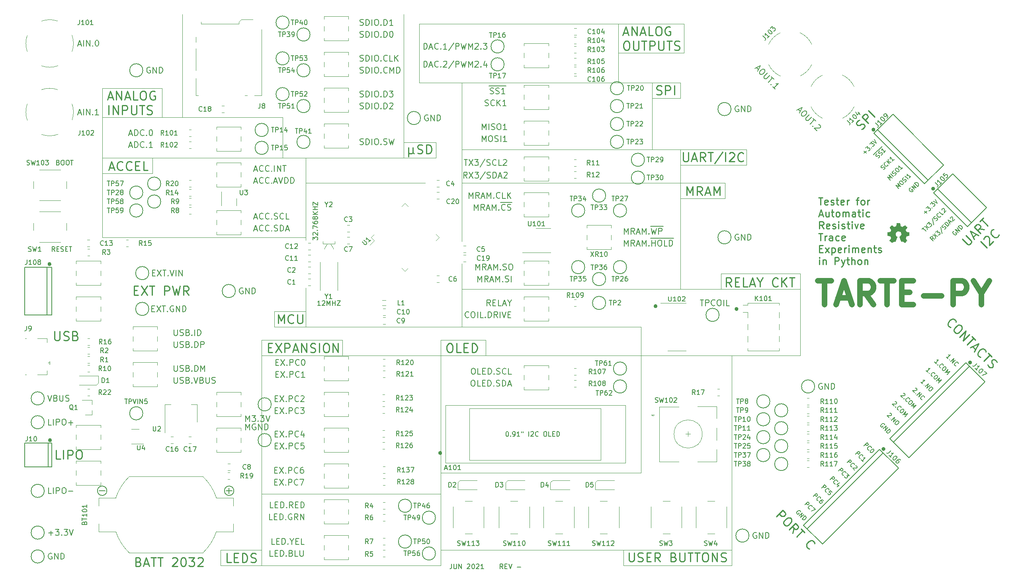
<source format=gbr>
%TF.GenerationSoftware,KiCad,Pcbnew,(5.1.10-1-10_14)*%
%TF.CreationDate,2021-06-11T06:32:06+09:00*%
%TF.ProjectId,demo32,64656d6f-3332-42e6-9b69-6361645f7063,rev?*%
%TF.SameCoordinates,Original*%
%TF.FileFunction,Legend,Top*%
%TF.FilePolarity,Positive*%
%FSLAX46Y46*%
G04 Gerber Fmt 4.6, Leading zero omitted, Abs format (unit mm)*
G04 Created by KiCad (PCBNEW (5.1.10-1-10_14)) date 2021-06-11 06:32:06*
%MOMM*%
%LPD*%
G01*
G04 APERTURE LIST*
%ADD10C,0.152400*%
%ADD11C,0.120000*%
%ADD12C,0.254000*%
%ADD13C,0.127000*%
%ADD14C,1.143000*%
%ADD15C,0.150000*%
%ADD16C,0.010000*%
%ADD17C,0.400000*%
%ADD18C,0.200000*%
G04 APERTURE END LIST*
D10*
X97586679Y-78740000D02*
X97465726Y-78679523D01*
X97284298Y-78679523D01*
X97102869Y-78740000D01*
X96981917Y-78860952D01*
X96921440Y-78981904D01*
X96860964Y-79223809D01*
X96860964Y-79405238D01*
X96921440Y-79647142D01*
X96981917Y-79768095D01*
X97102869Y-79889047D01*
X97284298Y-79949523D01*
X97405250Y-79949523D01*
X97586679Y-79889047D01*
X97647155Y-79828571D01*
X97647155Y-79405238D01*
X97405250Y-79405238D01*
X98191440Y-79949523D02*
X98191440Y-78679523D01*
X98917155Y-79949523D01*
X98917155Y-78679523D01*
X99521917Y-79949523D02*
X99521917Y-78679523D01*
X99824298Y-78679523D01*
X100005726Y-78740000D01*
X100126679Y-78860952D01*
X100187155Y-78981904D01*
X100247631Y-79223809D01*
X100247631Y-79405238D01*
X100187155Y-79647142D01*
X100126679Y-79768095D01*
X100005726Y-79889047D01*
X99824298Y-79949523D01*
X99521917Y-79949523D01*
X77901679Y-31750000D02*
X77780726Y-31689523D01*
X77599298Y-31689523D01*
X77417869Y-31750000D01*
X77296917Y-31870952D01*
X77236440Y-31991904D01*
X77175964Y-32233809D01*
X77175964Y-32415238D01*
X77236440Y-32657142D01*
X77296917Y-32778095D01*
X77417869Y-32899047D01*
X77599298Y-32959523D01*
X77720250Y-32959523D01*
X77901679Y-32899047D01*
X77962155Y-32838571D01*
X77962155Y-32415238D01*
X77720250Y-32415238D01*
X78506440Y-32959523D02*
X78506440Y-31689523D01*
X79232155Y-32959523D01*
X79232155Y-31689523D01*
X79836917Y-32959523D02*
X79836917Y-31689523D01*
X80139298Y-31689523D01*
X80320726Y-31750000D01*
X80441679Y-31870952D01*
X80502155Y-31991904D01*
X80562631Y-32233809D01*
X80562631Y-32415238D01*
X80502155Y-32657142D01*
X80441679Y-32778095D01*
X80320726Y-32899047D01*
X80139298Y-32959523D01*
X79836917Y-32959523D01*
X136956679Y-41910000D02*
X136835726Y-41849523D01*
X136654298Y-41849523D01*
X136472869Y-41910000D01*
X136351917Y-42030952D01*
X136291440Y-42151904D01*
X136230964Y-42393809D01*
X136230964Y-42575238D01*
X136291440Y-42817142D01*
X136351917Y-42938095D01*
X136472869Y-43059047D01*
X136654298Y-43119523D01*
X136775250Y-43119523D01*
X136956679Y-43059047D01*
X137017155Y-42998571D01*
X137017155Y-42575238D01*
X136775250Y-42575238D01*
X137561440Y-43119523D02*
X137561440Y-41849523D01*
X138287155Y-43119523D01*
X138287155Y-41849523D01*
X138891917Y-43119523D02*
X138891917Y-41849523D01*
X139194298Y-41849523D01*
X139375726Y-41910000D01*
X139496679Y-42030952D01*
X139557155Y-42151904D01*
X139617631Y-42393809D01*
X139617631Y-42575238D01*
X139557155Y-42817142D01*
X139496679Y-42938095D01*
X139375726Y-43059047D01*
X139194298Y-43119523D01*
X138891917Y-43119523D01*
X202996679Y-40005000D02*
X202875726Y-39944523D01*
X202694298Y-39944523D01*
X202512869Y-40005000D01*
X202391917Y-40125952D01*
X202331440Y-40246904D01*
X202270964Y-40488809D01*
X202270964Y-40670238D01*
X202331440Y-40912142D01*
X202391917Y-41033095D01*
X202512869Y-41154047D01*
X202694298Y-41214523D01*
X202815250Y-41214523D01*
X202996679Y-41154047D01*
X203057155Y-41093571D01*
X203057155Y-40670238D01*
X202815250Y-40670238D01*
X203601440Y-41214523D02*
X203601440Y-39944523D01*
X204327155Y-41214523D01*
X204327155Y-39944523D01*
X204931917Y-41214523D02*
X204931917Y-39944523D01*
X205234298Y-39944523D01*
X205415726Y-40005000D01*
X205536679Y-40125952D01*
X205597155Y-40246904D01*
X205657631Y-40488809D01*
X205657631Y-40670238D01*
X205597155Y-40912142D01*
X205536679Y-41033095D01*
X205415726Y-41154047D01*
X205234298Y-41214523D01*
X204931917Y-41214523D01*
X202996679Y-67310000D02*
X202875726Y-67249523D01*
X202694298Y-67249523D01*
X202512869Y-67310000D01*
X202391917Y-67430952D01*
X202331440Y-67551904D01*
X202270964Y-67793809D01*
X202270964Y-67975238D01*
X202331440Y-68217142D01*
X202391917Y-68338095D01*
X202512869Y-68459047D01*
X202694298Y-68519523D01*
X202815250Y-68519523D01*
X202996679Y-68459047D01*
X203057155Y-68398571D01*
X203057155Y-67975238D01*
X202815250Y-67975238D01*
X203601440Y-68519523D02*
X203601440Y-67249523D01*
X204327155Y-68519523D01*
X204327155Y-67249523D01*
X204931917Y-68519523D02*
X204931917Y-67249523D01*
X205234298Y-67249523D01*
X205415726Y-67310000D01*
X205536679Y-67430952D01*
X205597155Y-67551904D01*
X205657631Y-67793809D01*
X205657631Y-67975238D01*
X205597155Y-68217142D01*
X205536679Y-68338095D01*
X205415726Y-68459047D01*
X205234298Y-68519523D01*
X204931917Y-68519523D01*
X220776679Y-99060000D02*
X220655726Y-98999523D01*
X220474298Y-98999523D01*
X220292869Y-99060000D01*
X220171917Y-99180952D01*
X220111440Y-99301904D01*
X220050964Y-99543809D01*
X220050964Y-99725238D01*
X220111440Y-99967142D01*
X220171917Y-100088095D01*
X220292869Y-100209047D01*
X220474298Y-100269523D01*
X220595250Y-100269523D01*
X220776679Y-100209047D01*
X220837155Y-100148571D01*
X220837155Y-99725238D01*
X220595250Y-99725238D01*
X221381440Y-100269523D02*
X221381440Y-98999523D01*
X222107155Y-100269523D01*
X222107155Y-98999523D01*
X222711917Y-100269523D02*
X222711917Y-98999523D01*
X223014298Y-98999523D01*
X223195726Y-99060000D01*
X223316679Y-99180952D01*
X223377155Y-99301904D01*
X223437631Y-99543809D01*
X223437631Y-99725238D01*
X223377155Y-99967142D01*
X223316679Y-100088095D01*
X223195726Y-100209047D01*
X223014298Y-100269523D01*
X222711917Y-100269523D01*
X206806679Y-130810000D02*
X206685726Y-130749523D01*
X206504298Y-130749523D01*
X206322869Y-130810000D01*
X206201917Y-130930952D01*
X206141440Y-131051904D01*
X206080964Y-131293809D01*
X206080964Y-131475238D01*
X206141440Y-131717142D01*
X206201917Y-131838095D01*
X206322869Y-131959047D01*
X206504298Y-132019523D01*
X206625250Y-132019523D01*
X206806679Y-131959047D01*
X206867155Y-131898571D01*
X206867155Y-131475238D01*
X206625250Y-131475238D01*
X207411440Y-132019523D02*
X207411440Y-130749523D01*
X208137155Y-132019523D01*
X208137155Y-130749523D01*
X208741917Y-132019523D02*
X208741917Y-130749523D01*
X209044298Y-130749523D01*
X209225726Y-130810000D01*
X209346679Y-130930952D01*
X209407155Y-131051904D01*
X209467631Y-131293809D01*
X209467631Y-131475238D01*
X209407155Y-131717142D01*
X209346679Y-131838095D01*
X209225726Y-131959047D01*
X209044298Y-132019523D01*
X208741917Y-132019523D01*
X141982250Y-137492619D02*
X141982250Y-138218333D01*
X141933869Y-138363476D01*
X141837107Y-138460238D01*
X141691964Y-138508619D01*
X141595202Y-138508619D01*
X142466060Y-137492619D02*
X142466060Y-138315095D01*
X142514440Y-138411857D01*
X142562821Y-138460238D01*
X142659583Y-138508619D01*
X142853107Y-138508619D01*
X142949869Y-138460238D01*
X142998250Y-138411857D01*
X143046631Y-138315095D01*
X143046631Y-137492619D01*
X143530440Y-138508619D02*
X143530440Y-137492619D01*
X144111012Y-138508619D01*
X144111012Y-137492619D01*
X145320536Y-137589380D02*
X145368917Y-137541000D01*
X145465679Y-137492619D01*
X145707583Y-137492619D01*
X145804345Y-137541000D01*
X145852726Y-137589380D01*
X145901107Y-137686142D01*
X145901107Y-137782904D01*
X145852726Y-137928047D01*
X145272155Y-138508619D01*
X145901107Y-138508619D01*
X146530060Y-137492619D02*
X146626821Y-137492619D01*
X146723583Y-137541000D01*
X146771964Y-137589380D01*
X146820345Y-137686142D01*
X146868726Y-137879666D01*
X146868726Y-138121571D01*
X146820345Y-138315095D01*
X146771964Y-138411857D01*
X146723583Y-138460238D01*
X146626821Y-138508619D01*
X146530060Y-138508619D01*
X146433298Y-138460238D01*
X146384917Y-138411857D01*
X146336536Y-138315095D01*
X146288155Y-138121571D01*
X146288155Y-137879666D01*
X146336536Y-137686142D01*
X146384917Y-137589380D01*
X146433298Y-137541000D01*
X146530060Y-137492619D01*
X147255774Y-137589380D02*
X147304155Y-137541000D01*
X147400917Y-137492619D01*
X147642821Y-137492619D01*
X147739583Y-137541000D01*
X147787964Y-137589380D01*
X147836345Y-137686142D01*
X147836345Y-137782904D01*
X147787964Y-137928047D01*
X147207393Y-138508619D01*
X147836345Y-138508619D01*
X148803964Y-138508619D02*
X148223393Y-138508619D01*
X148513679Y-138508619D02*
X148513679Y-137492619D01*
X148416917Y-137637761D01*
X148320155Y-137734523D01*
X148223393Y-137782904D01*
X152916345Y-138508619D02*
X152577679Y-138024809D01*
X152335774Y-138508619D02*
X152335774Y-137492619D01*
X152722821Y-137492619D01*
X152819583Y-137541000D01*
X152867964Y-137589380D01*
X152916345Y-137686142D01*
X152916345Y-137831285D01*
X152867964Y-137928047D01*
X152819583Y-137976428D01*
X152722821Y-138024809D01*
X152335774Y-138024809D01*
X153351774Y-137976428D02*
X153690440Y-137976428D01*
X153835583Y-138508619D02*
X153351774Y-138508619D01*
X153351774Y-137492619D01*
X153835583Y-137492619D01*
X154125869Y-137492619D02*
X154464536Y-138508619D01*
X154803202Y-137492619D01*
X155915964Y-138121571D02*
X156690060Y-138121571D01*
X112473619Y-68492309D02*
X112473619Y-67863357D01*
X112860666Y-68202023D01*
X112860666Y-68056880D01*
X112909047Y-67960119D01*
X112957428Y-67911738D01*
X113054190Y-67863357D01*
X113296095Y-67863357D01*
X113392857Y-67911738D01*
X113441238Y-67960119D01*
X113489619Y-68056880D01*
X113489619Y-68347166D01*
X113441238Y-68443928D01*
X113392857Y-68492309D01*
X112570380Y-67476309D02*
X112522000Y-67427928D01*
X112473619Y-67331166D01*
X112473619Y-67089261D01*
X112522000Y-66992500D01*
X112570380Y-66944119D01*
X112667142Y-66895738D01*
X112763904Y-66895738D01*
X112909047Y-66944119D01*
X113489619Y-67524690D01*
X113489619Y-66895738D01*
X113392857Y-66460309D02*
X113441238Y-66411928D01*
X113489619Y-66460309D01*
X113441238Y-66508690D01*
X113392857Y-66460309D01*
X113489619Y-66460309D01*
X112473619Y-66073261D02*
X112473619Y-65395928D01*
X113489619Y-65831357D01*
X112473619Y-64573452D02*
X112473619Y-64766976D01*
X112522000Y-64863738D01*
X112570380Y-64912119D01*
X112715523Y-65008880D01*
X112909047Y-65057261D01*
X113296095Y-65057261D01*
X113392857Y-65008880D01*
X113441238Y-64960500D01*
X113489619Y-64863738D01*
X113489619Y-64670214D01*
X113441238Y-64573452D01*
X113392857Y-64525071D01*
X113296095Y-64476690D01*
X113054190Y-64476690D01*
X112957428Y-64525071D01*
X112909047Y-64573452D01*
X112860666Y-64670214D01*
X112860666Y-64863738D01*
X112909047Y-64960500D01*
X112957428Y-65008880D01*
X113054190Y-65057261D01*
X112909047Y-63896119D02*
X112860666Y-63992880D01*
X112812285Y-64041261D01*
X112715523Y-64089642D01*
X112667142Y-64089642D01*
X112570380Y-64041261D01*
X112522000Y-63992880D01*
X112473619Y-63896119D01*
X112473619Y-63702595D01*
X112522000Y-63605833D01*
X112570380Y-63557452D01*
X112667142Y-63509071D01*
X112715523Y-63509071D01*
X112812285Y-63557452D01*
X112860666Y-63605833D01*
X112909047Y-63702595D01*
X112909047Y-63896119D01*
X112957428Y-63992880D01*
X113005809Y-64041261D01*
X113102571Y-64089642D01*
X113296095Y-64089642D01*
X113392857Y-64041261D01*
X113441238Y-63992880D01*
X113489619Y-63896119D01*
X113489619Y-63702595D01*
X113441238Y-63605833D01*
X113392857Y-63557452D01*
X113296095Y-63509071D01*
X113102571Y-63509071D01*
X113005809Y-63557452D01*
X112957428Y-63605833D01*
X112909047Y-63702595D01*
X113489619Y-63073642D02*
X112473619Y-63073642D01*
X113489619Y-62493071D02*
X112909047Y-62928500D01*
X112473619Y-62493071D02*
X113054190Y-63073642D01*
X113489619Y-62057642D02*
X112473619Y-62057642D01*
X112957428Y-62057642D02*
X112957428Y-61477071D01*
X113489619Y-61477071D02*
X112473619Y-61477071D01*
X112473619Y-61090023D02*
X112473619Y-60412690D01*
X113489619Y-61090023D01*
X113489619Y-60412690D01*
X114097404Y-82438119D02*
X113516833Y-82438119D01*
X113807119Y-82438119D02*
X113807119Y-81422119D01*
X113710357Y-81567261D01*
X113613595Y-81664023D01*
X113516833Y-81712404D01*
X114484452Y-81518880D02*
X114532833Y-81470500D01*
X114629595Y-81422119D01*
X114871500Y-81422119D01*
X114968261Y-81470500D01*
X115016642Y-81518880D01*
X115065023Y-81615642D01*
X115065023Y-81712404D01*
X115016642Y-81857547D01*
X114436071Y-82438119D01*
X115065023Y-82438119D01*
X115500452Y-82438119D02*
X115500452Y-81422119D01*
X115839119Y-82147833D01*
X116177785Y-81422119D01*
X116177785Y-82438119D01*
X116661595Y-82438119D02*
X116661595Y-81422119D01*
X116661595Y-81905928D02*
X117242166Y-81905928D01*
X117242166Y-82438119D02*
X117242166Y-81422119D01*
X117629214Y-81422119D02*
X118306547Y-81422119D01*
X117629214Y-82438119D01*
X118306547Y-82438119D01*
D11*
X182245000Y-86995000D02*
X144145000Y-86995000D01*
X67691000Y-36195000D02*
X67691000Y-42418000D01*
X67691000Y-36195000D02*
X80391000Y-36195000D01*
X80391000Y-36195000D02*
X80391000Y-42418000D01*
X67691000Y-42418000D02*
X84709000Y-42418000D01*
X67691000Y-51054000D02*
X67691000Y-42418000D01*
X131826000Y-47752000D02*
X138684000Y-47752000D01*
X138684000Y-51054000D02*
X138684000Y-47752000D01*
X131826000Y-51054000D02*
X138684000Y-51054000D01*
X131826000Y-51054000D02*
X131826000Y-20447000D01*
X121666000Y-51054000D02*
X131826000Y-51054000D01*
X84709000Y-42418000D02*
X84709000Y-20447000D01*
X106045000Y-42418000D02*
X84709000Y-42418000D01*
X106045000Y-51054000D02*
X106045000Y-42418000D01*
X67691000Y-54356000D02*
X78359000Y-54356000D01*
X110998000Y-51054000D02*
X121666000Y-51054000D01*
X78359000Y-54356000D02*
X78359000Y-51054000D01*
X67691000Y-67945000D02*
X110998000Y-67945000D01*
X67691000Y-51054000D02*
X67691000Y-67945000D01*
X110998000Y-51054000D02*
X67691000Y-51054000D01*
X104267000Y-83693000D02*
X110998000Y-83693000D01*
X104267000Y-86995000D02*
X110998000Y-86995000D01*
X104267000Y-86995000D02*
X104267000Y-83693000D01*
X110998000Y-56388000D02*
X136398000Y-56388000D01*
X110998000Y-68580000D02*
X110998000Y-51054000D01*
X110998000Y-86995000D02*
X110998000Y-78740000D01*
X144145000Y-86995000D02*
X110998000Y-86995000D01*
X144145000Y-78994000D02*
X144145000Y-86995000D01*
X184658000Y-35052000D02*
X190627000Y-35052000D01*
X178562000Y-137795000D02*
X178562000Y-134493000D01*
X178562000Y-137795000D02*
X201549000Y-137795000D01*
X201549000Y-134493000D02*
X139700000Y-134493000D01*
X201549000Y-93091000D02*
X201549000Y-137795000D01*
X216154000Y-78994000D02*
X216154000Y-75692000D01*
X199263000Y-75692000D02*
X216154000Y-75692000D01*
X199263000Y-78994000D02*
X199263000Y-75692000D01*
X216154000Y-93091000D02*
X184150000Y-93091000D01*
X216154000Y-78994000D02*
X216154000Y-93091000D01*
X184150000Y-78994000D02*
X216154000Y-78994000D01*
X182245000Y-93091000D02*
X182245000Y-86995000D01*
X92837000Y-134493000D02*
X101600000Y-134493000D01*
X92837000Y-137795000D02*
X92837000Y-134493000D01*
X92837000Y-137795000D02*
X101600000Y-137795000D01*
D12*
X95124814Y-137132785D02*
X94217671Y-137132785D01*
X94217671Y-135227785D01*
X95759814Y-136134928D02*
X96394814Y-136134928D01*
X96666957Y-137132785D02*
X95759814Y-137132785D01*
X95759814Y-135227785D01*
X96666957Y-135227785D01*
X97483385Y-137132785D02*
X97483385Y-135227785D01*
X97936957Y-135227785D01*
X98209100Y-135318500D01*
X98390528Y-135499928D01*
X98481242Y-135681357D01*
X98571957Y-136044214D01*
X98571957Y-136316357D01*
X98481242Y-136679214D01*
X98390528Y-136860642D01*
X98209100Y-137042071D01*
X97936957Y-137132785D01*
X97483385Y-137132785D01*
X99297671Y-137042071D02*
X99569814Y-137132785D01*
X100023385Y-137132785D01*
X100204814Y-137042071D01*
X100295528Y-136951357D01*
X100386242Y-136769928D01*
X100386242Y-136588500D01*
X100295528Y-136407071D01*
X100204814Y-136316357D01*
X100023385Y-136225642D01*
X99660528Y-136134928D01*
X99479100Y-136044214D01*
X99388385Y-135953500D01*
X99297671Y-135772071D01*
X99297671Y-135590642D01*
X99388385Y-135409214D01*
X99479100Y-135318500D01*
X99660528Y-135227785D01*
X100114100Y-135227785D01*
X100386242Y-135318500D01*
D11*
X101600000Y-89789000D02*
X118745000Y-89789000D01*
X118745000Y-93091000D02*
X118745000Y-89789000D01*
D12*
X102980671Y-91430928D02*
X103615671Y-91430928D01*
X103887814Y-92428785D02*
X102980671Y-92428785D01*
X102980671Y-90523785D01*
X103887814Y-90523785D01*
X104522814Y-90523785D02*
X105792814Y-92428785D01*
X105792814Y-90523785D02*
X104522814Y-92428785D01*
X106518528Y-92428785D02*
X106518528Y-90523785D01*
X107244242Y-90523785D01*
X107425671Y-90614500D01*
X107516385Y-90705214D01*
X107607100Y-90886642D01*
X107607100Y-91158785D01*
X107516385Y-91340214D01*
X107425671Y-91430928D01*
X107244242Y-91521642D01*
X106518528Y-91521642D01*
X108332814Y-91884500D02*
X109239957Y-91884500D01*
X108151385Y-92428785D02*
X108786385Y-90523785D01*
X109421385Y-92428785D01*
X110056385Y-92428785D02*
X110056385Y-90523785D01*
X111144957Y-92428785D01*
X111144957Y-90523785D01*
X111961385Y-92338071D02*
X112233528Y-92428785D01*
X112687100Y-92428785D01*
X112868528Y-92338071D01*
X112959242Y-92247357D01*
X113049957Y-92065928D01*
X113049957Y-91884500D01*
X112959242Y-91703071D01*
X112868528Y-91612357D01*
X112687100Y-91521642D01*
X112324242Y-91430928D01*
X112142814Y-91340214D01*
X112052100Y-91249500D01*
X111961385Y-91068071D01*
X111961385Y-90886642D01*
X112052100Y-90705214D01*
X112142814Y-90614500D01*
X112324242Y-90523785D01*
X112777814Y-90523785D01*
X113049957Y-90614500D01*
X113866385Y-92428785D02*
X113866385Y-90523785D01*
X115136385Y-90523785D02*
X115499242Y-90523785D01*
X115680671Y-90614500D01*
X115862100Y-90795928D01*
X115952814Y-91158785D01*
X115952814Y-91793785D01*
X115862100Y-92156642D01*
X115680671Y-92338071D01*
X115499242Y-92428785D01*
X115136385Y-92428785D01*
X114954957Y-92338071D01*
X114773528Y-92156642D01*
X114682814Y-91793785D01*
X114682814Y-91158785D01*
X114773528Y-90795928D01*
X114954957Y-90614500D01*
X115136385Y-90523785D01*
X116769242Y-92428785D02*
X116769242Y-90523785D01*
X117857814Y-92428785D01*
X117857814Y-90523785D01*
D11*
X139700000Y-89789000D02*
X149225000Y-89789000D01*
X149225000Y-93091000D02*
X149225000Y-89789000D01*
D12*
X141443528Y-90523785D02*
X141806385Y-90523785D01*
X141987814Y-90614500D01*
X142169242Y-90795928D01*
X142259957Y-91158785D01*
X142259957Y-91793785D01*
X142169242Y-92156642D01*
X141987814Y-92338071D01*
X141806385Y-92428785D01*
X141443528Y-92428785D01*
X141262100Y-92338071D01*
X141080671Y-92156642D01*
X140989957Y-91793785D01*
X140989957Y-91158785D01*
X141080671Y-90795928D01*
X141262100Y-90614500D01*
X141443528Y-90523785D01*
X143983528Y-92428785D02*
X143076385Y-92428785D01*
X143076385Y-90523785D01*
X144618528Y-91430928D02*
X145253528Y-91430928D01*
X145525671Y-92428785D02*
X144618528Y-92428785D01*
X144618528Y-90523785D01*
X145525671Y-90523785D01*
X146342100Y-92428785D02*
X146342100Y-90523785D01*
X146795671Y-90523785D01*
X147067814Y-90614500D01*
X147249242Y-90795928D01*
X147339957Y-90977357D01*
X147430671Y-91340214D01*
X147430671Y-91612357D01*
X147339957Y-91975214D01*
X147249242Y-92156642D01*
X147067814Y-92338071D01*
X146795671Y-92428785D01*
X146342100Y-92428785D01*
D11*
X182245000Y-118110000D02*
X139700000Y-118110000D01*
X182245000Y-93091000D02*
X182245000Y-118110000D01*
X139700000Y-93091000D02*
X184150000Y-93091000D01*
X139700000Y-89789000D02*
X139700000Y-122555000D01*
X101600000Y-93091000D02*
X139700000Y-93091000D01*
X101600000Y-122555000D02*
X101600000Y-89789000D01*
X101600000Y-122555000D02*
X101600000Y-137795000D01*
X139700000Y-122555000D02*
X101600000Y-122555000D01*
X139700000Y-137795000D02*
X139700000Y-122555000D01*
X101600000Y-137795000D02*
X139700000Y-137795000D01*
X191389000Y-28702000D02*
X177419000Y-28702000D01*
X191389000Y-22479000D02*
X191389000Y-28702000D01*
X177419000Y-22479000D02*
X191389000Y-22479000D01*
X177419000Y-22479000D02*
X177419000Y-35052000D01*
X135128000Y-22479000D02*
X177419000Y-22479000D01*
X135128000Y-35052000D02*
X135128000Y-22479000D01*
X138176000Y-35052000D02*
X135128000Y-35052000D01*
X184658000Y-49149000D02*
X184658000Y-49276000D01*
X184658000Y-35052000D02*
X184658000Y-49149000D01*
X144145000Y-35052000D02*
X184658000Y-35052000D01*
X144145000Y-49276000D02*
X144145000Y-35052000D01*
X204724000Y-52578000D02*
X204724000Y-49276000D01*
X190627000Y-52578000D02*
X204724000Y-52578000D01*
X190627000Y-49276000D02*
X204724000Y-49276000D01*
D12*
X191245671Y-49883785D02*
X191245671Y-51425928D01*
X191336385Y-51607357D01*
X191427100Y-51698071D01*
X191608528Y-51788785D01*
X191971385Y-51788785D01*
X192152814Y-51698071D01*
X192243528Y-51607357D01*
X192334242Y-51425928D01*
X192334242Y-49883785D01*
X193150671Y-51244500D02*
X194057814Y-51244500D01*
X192969242Y-51788785D02*
X193604242Y-49883785D01*
X194239242Y-51788785D01*
X195962814Y-51788785D02*
X195327814Y-50881642D01*
X194874242Y-51788785D02*
X194874242Y-49883785D01*
X195599957Y-49883785D01*
X195781385Y-49974500D01*
X195872100Y-50065214D01*
X195962814Y-50246642D01*
X195962814Y-50518785D01*
X195872100Y-50700214D01*
X195781385Y-50790928D01*
X195599957Y-50881642D01*
X194874242Y-50881642D01*
X196507100Y-49883785D02*
X197595671Y-49883785D01*
X197051385Y-51788785D02*
X197051385Y-49883785D01*
X199591385Y-49793071D02*
X197958528Y-52242357D01*
X200226385Y-51788785D02*
X200226385Y-49883785D01*
X201042814Y-50065214D02*
X201133528Y-49974500D01*
X201314957Y-49883785D01*
X201768528Y-49883785D01*
X201949957Y-49974500D01*
X202040671Y-50065214D01*
X202131385Y-50246642D01*
X202131385Y-50428071D01*
X202040671Y-50700214D01*
X200952100Y-51788785D01*
X202131385Y-51788785D01*
X204036385Y-51607357D02*
X203945671Y-51698071D01*
X203673528Y-51788785D01*
X203492100Y-51788785D01*
X203219957Y-51698071D01*
X203038528Y-51516642D01*
X202947814Y-51335214D01*
X202857100Y-50972357D01*
X202857100Y-50700214D01*
X202947814Y-50337357D01*
X203038528Y-50155928D01*
X203219957Y-49974500D01*
X203492100Y-49883785D01*
X203673528Y-49883785D01*
X203945671Y-49974500D01*
X204036385Y-50065214D01*
D11*
X138176000Y-35052000D02*
X144145000Y-35052000D01*
X190627000Y-38354000D02*
X190627000Y-35052000D01*
X184658000Y-38354000D02*
X190627000Y-38354000D01*
D12*
X185566957Y-37474071D02*
X185839100Y-37564785D01*
X186292671Y-37564785D01*
X186474100Y-37474071D01*
X186564814Y-37383357D01*
X186655528Y-37201928D01*
X186655528Y-37020500D01*
X186564814Y-36839071D01*
X186474100Y-36748357D01*
X186292671Y-36657642D01*
X185929814Y-36566928D01*
X185748385Y-36476214D01*
X185657671Y-36385500D01*
X185566957Y-36204071D01*
X185566957Y-36022642D01*
X185657671Y-35841214D01*
X185748385Y-35750500D01*
X185929814Y-35659785D01*
X186383385Y-35659785D01*
X186655528Y-35750500D01*
X187471957Y-37564785D02*
X187471957Y-35659785D01*
X188197671Y-35659785D01*
X188379100Y-35750500D01*
X188469814Y-35841214D01*
X188560528Y-36022642D01*
X188560528Y-36294785D01*
X188469814Y-36476214D01*
X188379100Y-36566928D01*
X188197671Y-36657642D01*
X187471957Y-36657642D01*
X189376957Y-37564785D02*
X189376957Y-35659785D01*
D11*
X190627000Y-49276000D02*
X190627000Y-56388000D01*
X144145000Y-49276000D02*
X190627000Y-49276000D01*
X144145000Y-56388000D02*
X144145000Y-49276000D01*
X200152000Y-59690000D02*
X200152000Y-56388000D01*
X190627000Y-59690000D02*
X200152000Y-59690000D01*
X144145000Y-63373000D02*
X144145000Y-68834000D01*
X144145000Y-78994000D02*
X144145000Y-73533000D01*
X190627000Y-56388000D02*
X200152000Y-56388000D01*
X144145000Y-56388000D02*
X144145000Y-63373000D01*
X190627000Y-78994000D02*
X144145000Y-78994000D01*
X190627000Y-56388000D02*
X190627000Y-78994000D01*
X144145000Y-56388000D02*
X190627000Y-56388000D01*
D10*
X103998606Y-135829523D02*
X103393844Y-135829523D01*
X103393844Y-134559523D01*
X104421940Y-135164285D02*
X104845273Y-135164285D01*
X105026701Y-135829523D02*
X104421940Y-135829523D01*
X104421940Y-134559523D01*
X105026701Y-134559523D01*
X105570987Y-135829523D02*
X105570987Y-134559523D01*
X105873368Y-134559523D01*
X106054797Y-134620000D01*
X106175749Y-134740952D01*
X106236225Y-134861904D01*
X106296701Y-135103809D01*
X106296701Y-135285238D01*
X106236225Y-135527142D01*
X106175749Y-135648095D01*
X106054797Y-135769047D01*
X105873368Y-135829523D01*
X105570987Y-135829523D01*
X106840987Y-135708571D02*
X106901463Y-135769047D01*
X106840987Y-135829523D01*
X106780511Y-135769047D01*
X106840987Y-135708571D01*
X106840987Y-135829523D01*
X107869082Y-135164285D02*
X108050511Y-135224761D01*
X108110987Y-135285238D01*
X108171463Y-135406190D01*
X108171463Y-135587619D01*
X108110987Y-135708571D01*
X108050511Y-135769047D01*
X107929559Y-135829523D01*
X107445749Y-135829523D01*
X107445749Y-134559523D01*
X107869082Y-134559523D01*
X107990035Y-134620000D01*
X108050511Y-134680476D01*
X108110987Y-134801428D01*
X108110987Y-134922380D01*
X108050511Y-135043333D01*
X107990035Y-135103809D01*
X107869082Y-135164285D01*
X107445749Y-135164285D01*
X109320511Y-135829523D02*
X108715749Y-135829523D01*
X108715749Y-134559523D01*
X109743844Y-134559523D02*
X109743844Y-135587619D01*
X109804320Y-135708571D01*
X109864797Y-135769047D01*
X109985749Y-135829523D01*
X110227654Y-135829523D01*
X110348606Y-135769047D01*
X110409082Y-135708571D01*
X110469559Y-135587619D01*
X110469559Y-134559523D01*
X104361463Y-133289523D02*
X103756701Y-133289523D01*
X103756701Y-132019523D01*
X104784797Y-132624285D02*
X105208130Y-132624285D01*
X105389559Y-133289523D02*
X104784797Y-133289523D01*
X104784797Y-132019523D01*
X105389559Y-132019523D01*
X105933844Y-133289523D02*
X105933844Y-132019523D01*
X106236225Y-132019523D01*
X106417654Y-132080000D01*
X106538606Y-132200952D01*
X106599082Y-132321904D01*
X106659559Y-132563809D01*
X106659559Y-132745238D01*
X106599082Y-132987142D01*
X106538606Y-133108095D01*
X106417654Y-133229047D01*
X106236225Y-133289523D01*
X105933844Y-133289523D01*
X107203844Y-133168571D02*
X107264320Y-133229047D01*
X107203844Y-133289523D01*
X107143368Y-133229047D01*
X107203844Y-133168571D01*
X107203844Y-133289523D01*
X108050511Y-132684761D02*
X108050511Y-133289523D01*
X107627178Y-132019523D02*
X108050511Y-132684761D01*
X108473844Y-132019523D01*
X108897178Y-132624285D02*
X109320511Y-132624285D01*
X109501940Y-133289523D02*
X108897178Y-133289523D01*
X108897178Y-132019523D01*
X109501940Y-132019523D01*
X110650987Y-133289523D02*
X110046225Y-133289523D01*
X110046225Y-132019523D01*
X103883701Y-128082523D02*
X103278940Y-128082523D01*
X103278940Y-126812523D01*
X104307035Y-127417285D02*
X104730368Y-127417285D01*
X104911797Y-128082523D02*
X104307035Y-128082523D01*
X104307035Y-126812523D01*
X104911797Y-126812523D01*
X105456082Y-128082523D02*
X105456082Y-126812523D01*
X105758463Y-126812523D01*
X105939892Y-126873000D01*
X106060844Y-126993952D01*
X106121320Y-127114904D01*
X106181797Y-127356809D01*
X106181797Y-127538238D01*
X106121320Y-127780142D01*
X106060844Y-127901095D01*
X105939892Y-128022047D01*
X105758463Y-128082523D01*
X105456082Y-128082523D01*
X106726082Y-127961571D02*
X106786559Y-128022047D01*
X106726082Y-128082523D01*
X106665606Y-128022047D01*
X106726082Y-127961571D01*
X106726082Y-128082523D01*
X107996082Y-126873000D02*
X107875130Y-126812523D01*
X107693701Y-126812523D01*
X107512273Y-126873000D01*
X107391320Y-126993952D01*
X107330844Y-127114904D01*
X107270368Y-127356809D01*
X107270368Y-127538238D01*
X107330844Y-127780142D01*
X107391320Y-127901095D01*
X107512273Y-128022047D01*
X107693701Y-128082523D01*
X107814654Y-128082523D01*
X107996082Y-128022047D01*
X108056559Y-127961571D01*
X108056559Y-127538238D01*
X107814654Y-127538238D01*
X109326559Y-128082523D02*
X108903225Y-127477761D01*
X108600844Y-128082523D02*
X108600844Y-126812523D01*
X109084654Y-126812523D01*
X109205606Y-126873000D01*
X109266082Y-126933476D01*
X109326559Y-127054428D01*
X109326559Y-127235857D01*
X109266082Y-127356809D01*
X109205606Y-127417285D01*
X109084654Y-127477761D01*
X108600844Y-127477761D01*
X109870844Y-128082523D02*
X109870844Y-126812523D01*
X110596559Y-128082523D01*
X110596559Y-126812523D01*
X104065130Y-125542523D02*
X103460368Y-125542523D01*
X103460368Y-124272523D01*
X104488463Y-124877285D02*
X104911797Y-124877285D01*
X105093225Y-125542523D02*
X104488463Y-125542523D01*
X104488463Y-124272523D01*
X105093225Y-124272523D01*
X105637511Y-125542523D02*
X105637511Y-124272523D01*
X105939892Y-124272523D01*
X106121320Y-124333000D01*
X106242273Y-124453952D01*
X106302749Y-124574904D01*
X106363225Y-124816809D01*
X106363225Y-124998238D01*
X106302749Y-125240142D01*
X106242273Y-125361095D01*
X106121320Y-125482047D01*
X105939892Y-125542523D01*
X105637511Y-125542523D01*
X106907511Y-125421571D02*
X106967987Y-125482047D01*
X106907511Y-125542523D01*
X106847035Y-125482047D01*
X106907511Y-125421571D01*
X106907511Y-125542523D01*
X108237987Y-125542523D02*
X107814654Y-124937761D01*
X107512273Y-125542523D02*
X107512273Y-124272523D01*
X107996082Y-124272523D01*
X108117035Y-124333000D01*
X108177511Y-124393476D01*
X108237987Y-124514428D01*
X108237987Y-124695857D01*
X108177511Y-124816809D01*
X108117035Y-124877285D01*
X107996082Y-124937761D01*
X107512273Y-124937761D01*
X108782273Y-124877285D02*
X109205606Y-124877285D01*
X109387035Y-125542523D02*
X108782273Y-125542523D01*
X108782273Y-124272523D01*
X109387035Y-124272523D01*
X109931320Y-125542523D02*
X109931320Y-124272523D01*
X110233701Y-124272523D01*
X110415130Y-124333000D01*
X110536082Y-124453952D01*
X110596559Y-124574904D01*
X110657035Y-124816809D01*
X110657035Y-124998238D01*
X110596559Y-125240142D01*
X110536082Y-125361095D01*
X110415130Y-125482047D01*
X110233701Y-125542523D01*
X109931320Y-125542523D01*
X104488463Y-112304285D02*
X104911797Y-112304285D01*
X105093225Y-112969523D02*
X104488463Y-112969523D01*
X104488463Y-111699523D01*
X105093225Y-111699523D01*
X105516559Y-111699523D02*
X106363225Y-112969523D01*
X106363225Y-111699523D02*
X105516559Y-112969523D01*
X106847035Y-112848571D02*
X106907511Y-112909047D01*
X106847035Y-112969523D01*
X106786559Y-112909047D01*
X106847035Y-112848571D01*
X106847035Y-112969523D01*
X107451797Y-112969523D02*
X107451797Y-111699523D01*
X107935606Y-111699523D01*
X108056559Y-111760000D01*
X108117035Y-111820476D01*
X108177511Y-111941428D01*
X108177511Y-112122857D01*
X108117035Y-112243809D01*
X108056559Y-112304285D01*
X107935606Y-112364761D01*
X107451797Y-112364761D01*
X109447511Y-112848571D02*
X109387035Y-112909047D01*
X109205606Y-112969523D01*
X109084654Y-112969523D01*
X108903225Y-112909047D01*
X108782273Y-112788095D01*
X108721797Y-112667142D01*
X108661320Y-112425238D01*
X108661320Y-112243809D01*
X108721797Y-112001904D01*
X108782273Y-111880952D01*
X108903225Y-111760000D01*
X109084654Y-111699523D01*
X109205606Y-111699523D01*
X109387035Y-111760000D01*
X109447511Y-111820476D01*
X110596559Y-111699523D02*
X109991797Y-111699523D01*
X109931320Y-112304285D01*
X109991797Y-112243809D01*
X110112749Y-112183333D01*
X110415130Y-112183333D01*
X110536082Y-112243809D01*
X110596559Y-112304285D01*
X110657035Y-112425238D01*
X110657035Y-112727619D01*
X110596559Y-112848571D01*
X110536082Y-112909047D01*
X110415130Y-112969523D01*
X110112749Y-112969523D01*
X109991797Y-112909047D01*
X109931320Y-112848571D01*
X104361463Y-117511285D02*
X104784797Y-117511285D01*
X104966225Y-118176523D02*
X104361463Y-118176523D01*
X104361463Y-116906523D01*
X104966225Y-116906523D01*
X105389559Y-116906523D02*
X106236225Y-118176523D01*
X106236225Y-116906523D02*
X105389559Y-118176523D01*
X106720035Y-118055571D02*
X106780511Y-118116047D01*
X106720035Y-118176523D01*
X106659559Y-118116047D01*
X106720035Y-118055571D01*
X106720035Y-118176523D01*
X107324797Y-118176523D02*
X107324797Y-116906523D01*
X107808606Y-116906523D01*
X107929559Y-116967000D01*
X107990035Y-117027476D01*
X108050511Y-117148428D01*
X108050511Y-117329857D01*
X107990035Y-117450809D01*
X107929559Y-117511285D01*
X107808606Y-117571761D01*
X107324797Y-117571761D01*
X109320511Y-118055571D02*
X109260035Y-118116047D01*
X109078606Y-118176523D01*
X108957654Y-118176523D01*
X108776225Y-118116047D01*
X108655273Y-117995095D01*
X108594797Y-117874142D01*
X108534320Y-117632238D01*
X108534320Y-117450809D01*
X108594797Y-117208904D01*
X108655273Y-117087952D01*
X108776225Y-116967000D01*
X108957654Y-116906523D01*
X109078606Y-116906523D01*
X109260035Y-116967000D01*
X109320511Y-117027476D01*
X110409082Y-116906523D02*
X110167178Y-116906523D01*
X110046225Y-116967000D01*
X109985749Y-117027476D01*
X109864797Y-117208904D01*
X109804320Y-117450809D01*
X109804320Y-117934619D01*
X109864797Y-118055571D01*
X109925273Y-118116047D01*
X110046225Y-118176523D01*
X110288130Y-118176523D01*
X110409082Y-118116047D01*
X110469559Y-118055571D01*
X110530035Y-117934619D01*
X110530035Y-117632238D01*
X110469559Y-117511285D01*
X110409082Y-117450809D01*
X110288130Y-117390333D01*
X110046225Y-117390333D01*
X109925273Y-117450809D01*
X109864797Y-117511285D01*
X109804320Y-117632238D01*
X104361463Y-120051285D02*
X104784797Y-120051285D01*
X104966225Y-120716523D02*
X104361463Y-120716523D01*
X104361463Y-119446523D01*
X104966225Y-119446523D01*
X105389559Y-119446523D02*
X106236225Y-120716523D01*
X106236225Y-119446523D02*
X105389559Y-120716523D01*
X106720035Y-120595571D02*
X106780511Y-120656047D01*
X106720035Y-120716523D01*
X106659559Y-120656047D01*
X106720035Y-120595571D01*
X106720035Y-120716523D01*
X107324797Y-120716523D02*
X107324797Y-119446523D01*
X107808606Y-119446523D01*
X107929559Y-119507000D01*
X107990035Y-119567476D01*
X108050511Y-119688428D01*
X108050511Y-119869857D01*
X107990035Y-119990809D01*
X107929559Y-120051285D01*
X107808606Y-120111761D01*
X107324797Y-120111761D01*
X109320511Y-120595571D02*
X109260035Y-120656047D01*
X109078606Y-120716523D01*
X108957654Y-120716523D01*
X108776225Y-120656047D01*
X108655273Y-120535095D01*
X108594797Y-120414142D01*
X108534320Y-120172238D01*
X108534320Y-119990809D01*
X108594797Y-119748904D01*
X108655273Y-119627952D01*
X108776225Y-119507000D01*
X108957654Y-119446523D01*
X109078606Y-119446523D01*
X109260035Y-119507000D01*
X109320511Y-119567476D01*
X109743844Y-119446523D02*
X110590511Y-119446523D01*
X110046225Y-120716523D01*
X104488463Y-109764285D02*
X104911797Y-109764285D01*
X105093225Y-110429523D02*
X104488463Y-110429523D01*
X104488463Y-109159523D01*
X105093225Y-109159523D01*
X105516559Y-109159523D02*
X106363225Y-110429523D01*
X106363225Y-109159523D02*
X105516559Y-110429523D01*
X106847035Y-110308571D02*
X106907511Y-110369047D01*
X106847035Y-110429523D01*
X106786559Y-110369047D01*
X106847035Y-110308571D01*
X106847035Y-110429523D01*
X107451797Y-110429523D02*
X107451797Y-109159523D01*
X107935606Y-109159523D01*
X108056559Y-109220000D01*
X108117035Y-109280476D01*
X108177511Y-109401428D01*
X108177511Y-109582857D01*
X108117035Y-109703809D01*
X108056559Y-109764285D01*
X107935606Y-109824761D01*
X107451797Y-109824761D01*
X109447511Y-110308571D02*
X109387035Y-110369047D01*
X109205606Y-110429523D01*
X109084654Y-110429523D01*
X108903225Y-110369047D01*
X108782273Y-110248095D01*
X108721797Y-110127142D01*
X108661320Y-109885238D01*
X108661320Y-109703809D01*
X108721797Y-109461904D01*
X108782273Y-109340952D01*
X108903225Y-109220000D01*
X109084654Y-109159523D01*
X109205606Y-109159523D01*
X109387035Y-109220000D01*
X109447511Y-109280476D01*
X110536082Y-109582857D02*
X110536082Y-110429523D01*
X110233701Y-109099047D02*
X109931320Y-110006190D01*
X110717511Y-110006190D01*
X104488463Y-104811285D02*
X104911797Y-104811285D01*
X105093225Y-105476523D02*
X104488463Y-105476523D01*
X104488463Y-104206523D01*
X105093225Y-104206523D01*
X105516559Y-104206523D02*
X106363225Y-105476523D01*
X106363225Y-104206523D02*
X105516559Y-105476523D01*
X106847035Y-105355571D02*
X106907511Y-105416047D01*
X106847035Y-105476523D01*
X106786559Y-105416047D01*
X106847035Y-105355571D01*
X106847035Y-105476523D01*
X107451797Y-105476523D02*
X107451797Y-104206523D01*
X107935606Y-104206523D01*
X108056559Y-104267000D01*
X108117035Y-104327476D01*
X108177511Y-104448428D01*
X108177511Y-104629857D01*
X108117035Y-104750809D01*
X108056559Y-104811285D01*
X107935606Y-104871761D01*
X107451797Y-104871761D01*
X109447511Y-105355571D02*
X109387035Y-105416047D01*
X109205606Y-105476523D01*
X109084654Y-105476523D01*
X108903225Y-105416047D01*
X108782273Y-105295095D01*
X108721797Y-105174142D01*
X108661320Y-104932238D01*
X108661320Y-104750809D01*
X108721797Y-104508904D01*
X108782273Y-104387952D01*
X108903225Y-104267000D01*
X109084654Y-104206523D01*
X109205606Y-104206523D01*
X109387035Y-104267000D01*
X109447511Y-104327476D01*
X109870844Y-104206523D02*
X110657035Y-104206523D01*
X110233701Y-104690333D01*
X110415130Y-104690333D01*
X110536082Y-104750809D01*
X110596559Y-104811285D01*
X110657035Y-104932238D01*
X110657035Y-105234619D01*
X110596559Y-105355571D01*
X110536082Y-105416047D01*
X110415130Y-105476523D01*
X110052273Y-105476523D01*
X109931320Y-105416047D01*
X109870844Y-105355571D01*
X104488463Y-102271285D02*
X104911797Y-102271285D01*
X105093225Y-102936523D02*
X104488463Y-102936523D01*
X104488463Y-101666523D01*
X105093225Y-101666523D01*
X105516559Y-101666523D02*
X106363225Y-102936523D01*
X106363225Y-101666523D02*
X105516559Y-102936523D01*
X106847035Y-102815571D02*
X106907511Y-102876047D01*
X106847035Y-102936523D01*
X106786559Y-102876047D01*
X106847035Y-102815571D01*
X106847035Y-102936523D01*
X107451797Y-102936523D02*
X107451797Y-101666523D01*
X107935606Y-101666523D01*
X108056559Y-101727000D01*
X108117035Y-101787476D01*
X108177511Y-101908428D01*
X108177511Y-102089857D01*
X108117035Y-102210809D01*
X108056559Y-102271285D01*
X107935606Y-102331761D01*
X107451797Y-102331761D01*
X109447511Y-102815571D02*
X109387035Y-102876047D01*
X109205606Y-102936523D01*
X109084654Y-102936523D01*
X108903225Y-102876047D01*
X108782273Y-102755095D01*
X108721797Y-102634142D01*
X108661320Y-102392238D01*
X108661320Y-102210809D01*
X108721797Y-101968904D01*
X108782273Y-101847952D01*
X108903225Y-101727000D01*
X109084654Y-101666523D01*
X109205606Y-101666523D01*
X109387035Y-101727000D01*
X109447511Y-101787476D01*
X109931320Y-101787476D02*
X109991797Y-101727000D01*
X110112749Y-101666523D01*
X110415130Y-101666523D01*
X110536082Y-101727000D01*
X110596559Y-101787476D01*
X110657035Y-101908428D01*
X110657035Y-102029380D01*
X110596559Y-102210809D01*
X109870844Y-102936523D01*
X110657035Y-102936523D01*
X104615463Y-97064285D02*
X105038797Y-97064285D01*
X105220225Y-97729523D02*
X104615463Y-97729523D01*
X104615463Y-96459523D01*
X105220225Y-96459523D01*
X105643559Y-96459523D02*
X106490225Y-97729523D01*
X106490225Y-96459523D02*
X105643559Y-97729523D01*
X106974035Y-97608571D02*
X107034511Y-97669047D01*
X106974035Y-97729523D01*
X106913559Y-97669047D01*
X106974035Y-97608571D01*
X106974035Y-97729523D01*
X107578797Y-97729523D02*
X107578797Y-96459523D01*
X108062606Y-96459523D01*
X108183559Y-96520000D01*
X108244035Y-96580476D01*
X108304511Y-96701428D01*
X108304511Y-96882857D01*
X108244035Y-97003809D01*
X108183559Y-97064285D01*
X108062606Y-97124761D01*
X107578797Y-97124761D01*
X109574511Y-97608571D02*
X109514035Y-97669047D01*
X109332606Y-97729523D01*
X109211654Y-97729523D01*
X109030225Y-97669047D01*
X108909273Y-97548095D01*
X108848797Y-97427142D01*
X108788320Y-97185238D01*
X108788320Y-97003809D01*
X108848797Y-96761904D01*
X108909273Y-96640952D01*
X109030225Y-96520000D01*
X109211654Y-96459523D01*
X109332606Y-96459523D01*
X109514035Y-96520000D01*
X109574511Y-96580476D01*
X110784035Y-97729523D02*
X110058320Y-97729523D01*
X110421178Y-97729523D02*
X110421178Y-96459523D01*
X110300225Y-96640952D01*
X110179273Y-96761904D01*
X110058320Y-96822380D01*
X104615463Y-94524285D02*
X105038797Y-94524285D01*
X105220225Y-95189523D02*
X104615463Y-95189523D01*
X104615463Y-93919523D01*
X105220225Y-93919523D01*
X105643559Y-93919523D02*
X106490225Y-95189523D01*
X106490225Y-93919523D02*
X105643559Y-95189523D01*
X106974035Y-95068571D02*
X107034511Y-95129047D01*
X106974035Y-95189523D01*
X106913559Y-95129047D01*
X106974035Y-95068571D01*
X106974035Y-95189523D01*
X107578797Y-95189523D02*
X107578797Y-93919523D01*
X108062606Y-93919523D01*
X108183559Y-93980000D01*
X108244035Y-94040476D01*
X108304511Y-94161428D01*
X108304511Y-94342857D01*
X108244035Y-94463809D01*
X108183559Y-94524285D01*
X108062606Y-94584761D01*
X107578797Y-94584761D01*
X109574511Y-95068571D02*
X109514035Y-95129047D01*
X109332606Y-95189523D01*
X109211654Y-95189523D01*
X109030225Y-95129047D01*
X108909273Y-95008095D01*
X108848797Y-94887142D01*
X108788320Y-94645238D01*
X108788320Y-94463809D01*
X108848797Y-94221904D01*
X108909273Y-94100952D01*
X109030225Y-93980000D01*
X109211654Y-93919523D01*
X109332606Y-93919523D01*
X109514035Y-93980000D01*
X109574511Y-94040476D01*
X110360701Y-93919523D02*
X110481654Y-93919523D01*
X110602606Y-93980000D01*
X110663082Y-94040476D01*
X110723559Y-94161428D01*
X110784035Y-94403333D01*
X110784035Y-94705714D01*
X110723559Y-94947619D01*
X110663082Y-95068571D01*
X110602606Y-95129047D01*
X110481654Y-95189523D01*
X110360701Y-95189523D01*
X110239749Y-95129047D01*
X110179273Y-95068571D01*
X110118797Y-94947619D01*
X110058320Y-94705714D01*
X110058320Y-94403333D01*
X110118797Y-94161428D01*
X110179273Y-94040476D01*
X110239749Y-93980000D01*
X110360701Y-93919523D01*
X146434749Y-98364523D02*
X146676654Y-98364523D01*
X146797606Y-98425000D01*
X146918559Y-98545952D01*
X146979035Y-98787857D01*
X146979035Y-99211190D01*
X146918559Y-99453095D01*
X146797606Y-99574047D01*
X146676654Y-99634523D01*
X146434749Y-99634523D01*
X146313797Y-99574047D01*
X146192844Y-99453095D01*
X146132368Y-99211190D01*
X146132368Y-98787857D01*
X146192844Y-98545952D01*
X146313797Y-98425000D01*
X146434749Y-98364523D01*
X148128082Y-99634523D02*
X147523320Y-99634523D01*
X147523320Y-98364523D01*
X148551416Y-98969285D02*
X148974749Y-98969285D01*
X149156178Y-99634523D02*
X148551416Y-99634523D01*
X148551416Y-98364523D01*
X149156178Y-98364523D01*
X149700463Y-99634523D02*
X149700463Y-98364523D01*
X150002844Y-98364523D01*
X150184273Y-98425000D01*
X150305225Y-98545952D01*
X150365701Y-98666904D01*
X150426178Y-98908809D01*
X150426178Y-99090238D01*
X150365701Y-99332142D01*
X150305225Y-99453095D01*
X150184273Y-99574047D01*
X150002844Y-99634523D01*
X149700463Y-99634523D01*
X150970463Y-99513571D02*
X151030940Y-99574047D01*
X150970463Y-99634523D01*
X150909987Y-99574047D01*
X150970463Y-99513571D01*
X150970463Y-99634523D01*
X151514749Y-99574047D02*
X151696178Y-99634523D01*
X151998559Y-99634523D01*
X152119511Y-99574047D01*
X152179987Y-99513571D01*
X152240463Y-99392619D01*
X152240463Y-99271666D01*
X152179987Y-99150714D01*
X152119511Y-99090238D01*
X151998559Y-99029761D01*
X151756654Y-98969285D01*
X151635701Y-98908809D01*
X151575225Y-98848333D01*
X151514749Y-98727380D01*
X151514749Y-98606428D01*
X151575225Y-98485476D01*
X151635701Y-98425000D01*
X151756654Y-98364523D01*
X152059035Y-98364523D01*
X152240463Y-98425000D01*
X152784749Y-99634523D02*
X152784749Y-98364523D01*
X153087130Y-98364523D01*
X153268559Y-98425000D01*
X153389511Y-98545952D01*
X153449987Y-98666904D01*
X153510463Y-98908809D01*
X153510463Y-99090238D01*
X153449987Y-99332142D01*
X153389511Y-99453095D01*
X153268559Y-99574047D01*
X153087130Y-99634523D01*
X152784749Y-99634523D01*
X153994273Y-99271666D02*
X154599035Y-99271666D01*
X153873320Y-99634523D02*
X154296654Y-98364523D01*
X154719987Y-99634523D01*
X146495225Y-95824523D02*
X146737130Y-95824523D01*
X146858082Y-95885000D01*
X146979035Y-96005952D01*
X147039511Y-96247857D01*
X147039511Y-96671190D01*
X146979035Y-96913095D01*
X146858082Y-97034047D01*
X146737130Y-97094523D01*
X146495225Y-97094523D01*
X146374273Y-97034047D01*
X146253320Y-96913095D01*
X146192844Y-96671190D01*
X146192844Y-96247857D01*
X146253320Y-96005952D01*
X146374273Y-95885000D01*
X146495225Y-95824523D01*
X148188559Y-97094523D02*
X147583797Y-97094523D01*
X147583797Y-95824523D01*
X148611892Y-96429285D02*
X149035225Y-96429285D01*
X149216654Y-97094523D02*
X148611892Y-97094523D01*
X148611892Y-95824523D01*
X149216654Y-95824523D01*
X149760940Y-97094523D02*
X149760940Y-95824523D01*
X150063320Y-95824523D01*
X150244749Y-95885000D01*
X150365701Y-96005952D01*
X150426178Y-96126904D01*
X150486654Y-96368809D01*
X150486654Y-96550238D01*
X150426178Y-96792142D01*
X150365701Y-96913095D01*
X150244749Y-97034047D01*
X150063320Y-97094523D01*
X149760940Y-97094523D01*
X151030940Y-96973571D02*
X151091416Y-97034047D01*
X151030940Y-97094523D01*
X150970463Y-97034047D01*
X151030940Y-96973571D01*
X151030940Y-97094523D01*
X151575225Y-97034047D02*
X151756654Y-97094523D01*
X152059035Y-97094523D01*
X152179987Y-97034047D01*
X152240463Y-96973571D01*
X152300940Y-96852619D01*
X152300940Y-96731666D01*
X152240463Y-96610714D01*
X152179987Y-96550238D01*
X152059035Y-96489761D01*
X151817130Y-96429285D01*
X151696178Y-96368809D01*
X151635701Y-96308333D01*
X151575225Y-96187380D01*
X151575225Y-96066428D01*
X151635701Y-95945476D01*
X151696178Y-95885000D01*
X151817130Y-95824523D01*
X152119511Y-95824523D01*
X152300940Y-95885000D01*
X153570940Y-96973571D02*
X153510463Y-97034047D01*
X153329035Y-97094523D01*
X153208082Y-97094523D01*
X153026654Y-97034047D01*
X152905701Y-96913095D01*
X152845225Y-96792142D01*
X152784749Y-96550238D01*
X152784749Y-96368809D01*
X152845225Y-96126904D01*
X152905701Y-96005952D01*
X153026654Y-95885000D01*
X153208082Y-95824523D01*
X153329035Y-95824523D01*
X153510463Y-95885000D01*
X153570940Y-95945476D01*
X154719987Y-97094523D02*
X154115225Y-97094523D01*
X154115225Y-95824523D01*
X194845940Y-81219523D02*
X195571654Y-81219523D01*
X195208797Y-82489523D02*
X195208797Y-81219523D01*
X195994987Y-82489523D02*
X195994987Y-81219523D01*
X196478797Y-81219523D01*
X196599749Y-81280000D01*
X196660225Y-81340476D01*
X196720701Y-81461428D01*
X196720701Y-81642857D01*
X196660225Y-81763809D01*
X196599749Y-81824285D01*
X196478797Y-81884761D01*
X195994987Y-81884761D01*
X197990701Y-82368571D02*
X197930225Y-82429047D01*
X197748797Y-82489523D01*
X197627844Y-82489523D01*
X197446416Y-82429047D01*
X197325463Y-82308095D01*
X197264987Y-82187142D01*
X197204511Y-81945238D01*
X197204511Y-81763809D01*
X197264987Y-81521904D01*
X197325463Y-81400952D01*
X197446416Y-81280000D01*
X197627844Y-81219523D01*
X197748797Y-81219523D01*
X197930225Y-81280000D01*
X197990701Y-81340476D01*
X198776892Y-81219523D02*
X199018797Y-81219523D01*
X199139749Y-81280000D01*
X199260701Y-81400952D01*
X199321178Y-81642857D01*
X199321178Y-82066190D01*
X199260701Y-82308095D01*
X199139749Y-82429047D01*
X199018797Y-82489523D01*
X198776892Y-82489523D01*
X198655940Y-82429047D01*
X198534987Y-82308095D01*
X198474511Y-82066190D01*
X198474511Y-81642857D01*
X198534987Y-81400952D01*
X198655940Y-81280000D01*
X198776892Y-81219523D01*
X199865463Y-82489523D02*
X199865463Y-81219523D01*
X201074987Y-82489523D02*
X200470225Y-82489523D01*
X200470225Y-81219523D01*
X145648559Y-84908571D02*
X145588082Y-84969047D01*
X145406654Y-85029523D01*
X145285701Y-85029523D01*
X145104273Y-84969047D01*
X144983320Y-84848095D01*
X144922844Y-84727142D01*
X144862368Y-84485238D01*
X144862368Y-84303809D01*
X144922844Y-84061904D01*
X144983320Y-83940952D01*
X145104273Y-83820000D01*
X145285701Y-83759523D01*
X145406654Y-83759523D01*
X145588082Y-83820000D01*
X145648559Y-83880476D01*
X146434749Y-83759523D02*
X146676654Y-83759523D01*
X146797606Y-83820000D01*
X146918559Y-83940952D01*
X146979035Y-84182857D01*
X146979035Y-84606190D01*
X146918559Y-84848095D01*
X146797606Y-84969047D01*
X146676654Y-85029523D01*
X146434749Y-85029523D01*
X146313797Y-84969047D01*
X146192844Y-84848095D01*
X146132368Y-84606190D01*
X146132368Y-84182857D01*
X146192844Y-83940952D01*
X146313797Y-83820000D01*
X146434749Y-83759523D01*
X147523320Y-85029523D02*
X147523320Y-83759523D01*
X148732844Y-85029523D02*
X148128082Y-85029523D01*
X148128082Y-83759523D01*
X149156178Y-84908571D02*
X149216654Y-84969047D01*
X149156178Y-85029523D01*
X149095701Y-84969047D01*
X149156178Y-84908571D01*
X149156178Y-85029523D01*
X149760940Y-85029523D02*
X149760940Y-83759523D01*
X150063320Y-83759523D01*
X150244749Y-83820000D01*
X150365701Y-83940952D01*
X150426178Y-84061904D01*
X150486654Y-84303809D01*
X150486654Y-84485238D01*
X150426178Y-84727142D01*
X150365701Y-84848095D01*
X150244749Y-84969047D01*
X150063320Y-85029523D01*
X149760940Y-85029523D01*
X151756654Y-85029523D02*
X151333320Y-84424761D01*
X151030940Y-85029523D02*
X151030940Y-83759523D01*
X151514749Y-83759523D01*
X151635701Y-83820000D01*
X151696178Y-83880476D01*
X151756654Y-84001428D01*
X151756654Y-84182857D01*
X151696178Y-84303809D01*
X151635701Y-84364285D01*
X151514749Y-84424761D01*
X151030940Y-84424761D01*
X152300940Y-85029523D02*
X152300940Y-83759523D01*
X152724273Y-83759523D02*
X153147606Y-85029523D01*
X153570940Y-83759523D01*
X153994273Y-84364285D02*
X154417606Y-84364285D01*
X154599035Y-85029523D02*
X153994273Y-85029523D01*
X153994273Y-83759523D01*
X154599035Y-83759523D01*
X150244749Y-82489523D02*
X149821416Y-81884761D01*
X149519035Y-82489523D02*
X149519035Y-81219523D01*
X150002844Y-81219523D01*
X150123797Y-81280000D01*
X150184273Y-81340476D01*
X150244749Y-81461428D01*
X150244749Y-81642857D01*
X150184273Y-81763809D01*
X150123797Y-81824285D01*
X150002844Y-81884761D01*
X149519035Y-81884761D01*
X150789035Y-81824285D02*
X151212368Y-81824285D01*
X151393797Y-82489523D02*
X150789035Y-82489523D01*
X150789035Y-81219523D01*
X151393797Y-81219523D01*
X152542844Y-82489523D02*
X151938082Y-82489523D01*
X151938082Y-81219523D01*
X152905701Y-82126666D02*
X153510463Y-82126666D01*
X152784749Y-82489523D02*
X153208082Y-81219523D01*
X153631416Y-82489523D01*
X154296654Y-81884761D02*
X154296654Y-82489523D01*
X153873320Y-81219523D02*
X154296654Y-81884761D01*
X154719987Y-81219523D01*
X178709440Y-69789523D02*
X178709440Y-68519523D01*
X179132774Y-69426666D01*
X179556107Y-68519523D01*
X179556107Y-69789523D01*
X180886583Y-69789523D02*
X180463250Y-69184761D01*
X180160869Y-69789523D02*
X180160869Y-68519523D01*
X180644679Y-68519523D01*
X180765631Y-68580000D01*
X180826107Y-68640476D01*
X180886583Y-68761428D01*
X180886583Y-68942857D01*
X180826107Y-69063809D01*
X180765631Y-69124285D01*
X180644679Y-69184761D01*
X180160869Y-69184761D01*
X181370393Y-69426666D02*
X181975155Y-69426666D01*
X181249440Y-69789523D02*
X181672774Y-68519523D01*
X182096107Y-69789523D01*
X182519440Y-69789523D02*
X182519440Y-68519523D01*
X182942774Y-69426666D01*
X183366107Y-68519523D01*
X183366107Y-69789523D01*
X183970869Y-69668571D02*
X184031345Y-69729047D01*
X183970869Y-69789523D01*
X183910393Y-69729047D01*
X183970869Y-69668571D01*
X183970869Y-69789523D01*
X184273250Y-68102480D02*
X185603726Y-68102480D01*
X184575631Y-69789523D02*
X184575631Y-68519523D01*
X184575631Y-69124285D02*
X185301345Y-69124285D01*
X185301345Y-69789523D02*
X185301345Y-68519523D01*
X185603726Y-68102480D02*
X186934202Y-68102480D01*
X186148012Y-68519523D02*
X186389917Y-68519523D01*
X186510869Y-68580000D01*
X186631821Y-68700952D01*
X186692298Y-68942857D01*
X186692298Y-69366190D01*
X186631821Y-69608095D01*
X186510869Y-69729047D01*
X186389917Y-69789523D01*
X186148012Y-69789523D01*
X186027060Y-69729047D01*
X185906107Y-69608095D01*
X185845631Y-69366190D01*
X185845631Y-68942857D01*
X185906107Y-68700952D01*
X186027060Y-68580000D01*
X186148012Y-68519523D01*
X186934202Y-68102480D02*
X187962298Y-68102480D01*
X187841345Y-69789523D02*
X187236583Y-69789523D01*
X187236583Y-68519523D01*
X187962298Y-68102480D02*
X189232298Y-68102480D01*
X188264679Y-69789523D02*
X188264679Y-68519523D01*
X188567060Y-68519523D01*
X188748488Y-68580000D01*
X188869440Y-68700952D01*
X188929917Y-68821904D01*
X188990393Y-69063809D01*
X188990393Y-69245238D01*
X188929917Y-69487142D01*
X188869440Y-69608095D01*
X188748488Y-69729047D01*
X188567060Y-69789523D01*
X188264679Y-69789523D01*
X178709440Y-67249523D02*
X178709440Y-65979523D01*
X179132774Y-66886666D01*
X179556107Y-65979523D01*
X179556107Y-67249523D01*
X180886583Y-67249523D02*
X180463250Y-66644761D01*
X180160869Y-67249523D02*
X180160869Y-65979523D01*
X180644679Y-65979523D01*
X180765631Y-66040000D01*
X180826107Y-66100476D01*
X180886583Y-66221428D01*
X180886583Y-66402857D01*
X180826107Y-66523809D01*
X180765631Y-66584285D01*
X180644679Y-66644761D01*
X180160869Y-66644761D01*
X181370393Y-66886666D02*
X181975155Y-66886666D01*
X181249440Y-67249523D02*
X181672774Y-65979523D01*
X182096107Y-67249523D01*
X182519440Y-67249523D02*
X182519440Y-65979523D01*
X182942774Y-66886666D01*
X183366107Y-65979523D01*
X183366107Y-67249523D01*
X183970869Y-67128571D02*
X184031345Y-67189047D01*
X183970869Y-67249523D01*
X183910393Y-67189047D01*
X183970869Y-67128571D01*
X183970869Y-67249523D01*
X184273250Y-65562480D02*
X185724679Y-65562480D01*
X184454679Y-65979523D02*
X184757060Y-67249523D01*
X184998964Y-66342380D01*
X185240869Y-67249523D01*
X185543250Y-65979523D01*
X185724679Y-65562480D02*
X186994679Y-65562480D01*
X186027060Y-67249523D02*
X186027060Y-65979523D01*
X186510869Y-65979523D01*
X186631821Y-66040000D01*
X186692298Y-66100476D01*
X186752774Y-66221428D01*
X186752774Y-66402857D01*
X186692298Y-66523809D01*
X186631821Y-66584285D01*
X186510869Y-66644761D01*
X186027060Y-66644761D01*
X147589844Y-77409523D02*
X147589844Y-76139523D01*
X148013178Y-77046666D01*
X148436511Y-76139523D01*
X148436511Y-77409523D01*
X149766987Y-77409523D02*
X149343654Y-76804761D01*
X149041273Y-77409523D02*
X149041273Y-76139523D01*
X149525082Y-76139523D01*
X149646035Y-76200000D01*
X149706511Y-76260476D01*
X149766987Y-76381428D01*
X149766987Y-76562857D01*
X149706511Y-76683809D01*
X149646035Y-76744285D01*
X149525082Y-76804761D01*
X149041273Y-76804761D01*
X150250797Y-77046666D02*
X150855559Y-77046666D01*
X150129844Y-77409523D02*
X150553178Y-76139523D01*
X150976511Y-77409523D01*
X151399844Y-77409523D02*
X151399844Y-76139523D01*
X151823178Y-77046666D01*
X152246511Y-76139523D01*
X152246511Y-77409523D01*
X152851273Y-77288571D02*
X152911749Y-77349047D01*
X152851273Y-77409523D01*
X152790797Y-77349047D01*
X152851273Y-77288571D01*
X152851273Y-77409523D01*
X153395559Y-77349047D02*
X153576987Y-77409523D01*
X153879368Y-77409523D01*
X154000320Y-77349047D01*
X154060797Y-77288571D01*
X154121273Y-77167619D01*
X154121273Y-77046666D01*
X154060797Y-76925714D01*
X154000320Y-76865238D01*
X153879368Y-76804761D01*
X153637463Y-76744285D01*
X153516511Y-76683809D01*
X153456035Y-76623333D01*
X153395559Y-76502380D01*
X153395559Y-76381428D01*
X153456035Y-76260476D01*
X153516511Y-76200000D01*
X153637463Y-76139523D01*
X153939844Y-76139523D01*
X154121273Y-76200000D01*
X154665559Y-77409523D02*
X154665559Y-76139523D01*
X147118130Y-74869523D02*
X147118130Y-73599523D01*
X147541463Y-74506666D01*
X147964797Y-73599523D01*
X147964797Y-74869523D01*
X149295273Y-74869523D02*
X148871940Y-74264761D01*
X148569559Y-74869523D02*
X148569559Y-73599523D01*
X149053368Y-73599523D01*
X149174320Y-73660000D01*
X149234797Y-73720476D01*
X149295273Y-73841428D01*
X149295273Y-74022857D01*
X149234797Y-74143809D01*
X149174320Y-74204285D01*
X149053368Y-74264761D01*
X148569559Y-74264761D01*
X149779082Y-74506666D02*
X150383844Y-74506666D01*
X149658130Y-74869523D02*
X150081463Y-73599523D01*
X150504797Y-74869523D01*
X150928130Y-74869523D02*
X150928130Y-73599523D01*
X151351463Y-74506666D01*
X151774797Y-73599523D01*
X151774797Y-74869523D01*
X152379559Y-74748571D02*
X152440035Y-74809047D01*
X152379559Y-74869523D01*
X152319082Y-74809047D01*
X152379559Y-74748571D01*
X152379559Y-74869523D01*
X152923844Y-74809047D02*
X153105273Y-74869523D01*
X153407654Y-74869523D01*
X153528606Y-74809047D01*
X153589082Y-74748571D01*
X153649559Y-74627619D01*
X153649559Y-74506666D01*
X153589082Y-74385714D01*
X153528606Y-74325238D01*
X153407654Y-74264761D01*
X153165749Y-74204285D01*
X153044797Y-74143809D01*
X152984320Y-74083333D01*
X152923844Y-73962380D01*
X152923844Y-73841428D01*
X152984320Y-73720476D01*
X153044797Y-73660000D01*
X153165749Y-73599523D01*
X153468130Y-73599523D01*
X153649559Y-73660000D01*
X154435749Y-73599523D02*
X154677654Y-73599523D01*
X154798606Y-73660000D01*
X154919559Y-73780952D01*
X154980035Y-74022857D01*
X154980035Y-74446190D01*
X154919559Y-74688095D01*
X154798606Y-74809047D01*
X154677654Y-74869523D01*
X154435749Y-74869523D01*
X154314797Y-74809047D01*
X154193844Y-74688095D01*
X154133368Y-74446190D01*
X154133368Y-74022857D01*
X154193844Y-73780952D01*
X154314797Y-73660000D01*
X154435749Y-73599523D01*
X146797606Y-62169523D02*
X146797606Y-60899523D01*
X147220940Y-61806666D01*
X147644273Y-60899523D01*
X147644273Y-62169523D01*
X148974749Y-62169523D02*
X148551416Y-61564761D01*
X148249035Y-62169523D02*
X148249035Y-60899523D01*
X148732844Y-60899523D01*
X148853797Y-60960000D01*
X148914273Y-61020476D01*
X148974749Y-61141428D01*
X148974749Y-61322857D01*
X148914273Y-61443809D01*
X148853797Y-61504285D01*
X148732844Y-61564761D01*
X148249035Y-61564761D01*
X149458559Y-61806666D02*
X150063320Y-61806666D01*
X149337606Y-62169523D02*
X149760940Y-60899523D01*
X150184273Y-62169523D01*
X150607606Y-62169523D02*
X150607606Y-60899523D01*
X151030940Y-61806666D01*
X151454273Y-60899523D01*
X151454273Y-62169523D01*
X152059035Y-62048571D02*
X152119511Y-62109047D01*
X152059035Y-62169523D01*
X151998559Y-62109047D01*
X152059035Y-62048571D01*
X152059035Y-62169523D01*
X152361416Y-60482480D02*
X153631416Y-60482480D01*
X153389511Y-62048571D02*
X153329035Y-62109047D01*
X153147606Y-62169523D01*
X153026654Y-62169523D01*
X152845225Y-62109047D01*
X152724273Y-61988095D01*
X152663797Y-61867142D01*
X152603320Y-61625238D01*
X152603320Y-61443809D01*
X152663797Y-61201904D01*
X152724273Y-61080952D01*
X152845225Y-60960000D01*
X153026654Y-60899523D01*
X153147606Y-60899523D01*
X153329035Y-60960000D01*
X153389511Y-61020476D01*
X153631416Y-60482480D02*
X154840940Y-60482480D01*
X153873320Y-62109047D02*
X154054749Y-62169523D01*
X154357130Y-62169523D01*
X154478082Y-62109047D01*
X154538559Y-62048571D01*
X154599035Y-61927619D01*
X154599035Y-61806666D01*
X154538559Y-61685714D01*
X154478082Y-61625238D01*
X154357130Y-61564761D01*
X154115225Y-61504285D01*
X153994273Y-61443809D01*
X153933797Y-61383333D01*
X153873320Y-61262380D01*
X153873320Y-61141428D01*
X153933797Y-61020476D01*
X153994273Y-60960000D01*
X154115225Y-60899523D01*
X154417606Y-60899523D01*
X154599035Y-60960000D01*
X145709035Y-59629523D02*
X145709035Y-58359523D01*
X146132368Y-59266666D01*
X146555701Y-58359523D01*
X146555701Y-59629523D01*
X147886178Y-59629523D02*
X147462844Y-59024761D01*
X147160463Y-59629523D02*
X147160463Y-58359523D01*
X147644273Y-58359523D01*
X147765225Y-58420000D01*
X147825701Y-58480476D01*
X147886178Y-58601428D01*
X147886178Y-58782857D01*
X147825701Y-58903809D01*
X147765225Y-58964285D01*
X147644273Y-59024761D01*
X147160463Y-59024761D01*
X148369987Y-59266666D02*
X148974749Y-59266666D01*
X148249035Y-59629523D02*
X148672368Y-58359523D01*
X149095701Y-59629523D01*
X149519035Y-59629523D02*
X149519035Y-58359523D01*
X149942368Y-59266666D01*
X150365701Y-58359523D01*
X150365701Y-59629523D01*
X150970463Y-59508571D02*
X151030940Y-59569047D01*
X150970463Y-59629523D01*
X150909987Y-59569047D01*
X150970463Y-59508571D01*
X150970463Y-59629523D01*
X152300940Y-59508571D02*
X152240463Y-59569047D01*
X152059035Y-59629523D01*
X151938082Y-59629523D01*
X151756654Y-59569047D01*
X151635701Y-59448095D01*
X151575225Y-59327142D01*
X151514749Y-59085238D01*
X151514749Y-58903809D01*
X151575225Y-58661904D01*
X151635701Y-58540952D01*
X151756654Y-58420000D01*
X151938082Y-58359523D01*
X152059035Y-58359523D01*
X152240463Y-58420000D01*
X152300940Y-58480476D01*
X153449987Y-59629523D02*
X152845225Y-59629523D01*
X152845225Y-58359523D01*
X153873320Y-59629523D02*
X153873320Y-58359523D01*
X154599035Y-59629523D02*
X154054749Y-58903809D01*
X154599035Y-58359523D02*
X153873320Y-59085238D01*
X145309892Y-55311523D02*
X144886559Y-54706761D01*
X144584178Y-55311523D02*
X144584178Y-54041523D01*
X145067987Y-54041523D01*
X145188940Y-54102000D01*
X145249416Y-54162476D01*
X145309892Y-54283428D01*
X145309892Y-54464857D01*
X145249416Y-54585809D01*
X145188940Y-54646285D01*
X145067987Y-54706761D01*
X144584178Y-54706761D01*
X145733225Y-54041523D02*
X146579892Y-55311523D01*
X146579892Y-54041523D02*
X145733225Y-55311523D01*
X146942749Y-54041523D02*
X147728940Y-54041523D01*
X147305606Y-54525333D01*
X147487035Y-54525333D01*
X147607987Y-54585809D01*
X147668463Y-54646285D01*
X147728940Y-54767238D01*
X147728940Y-55069619D01*
X147668463Y-55190571D01*
X147607987Y-55251047D01*
X147487035Y-55311523D01*
X147124178Y-55311523D01*
X147003225Y-55251047D01*
X146942749Y-55190571D01*
X149180368Y-53981047D02*
X148091797Y-55613904D01*
X149543225Y-55251047D02*
X149724654Y-55311523D01*
X150027035Y-55311523D01*
X150147987Y-55251047D01*
X150208463Y-55190571D01*
X150268940Y-55069619D01*
X150268940Y-54948666D01*
X150208463Y-54827714D01*
X150147987Y-54767238D01*
X150027035Y-54706761D01*
X149785130Y-54646285D01*
X149664178Y-54585809D01*
X149603701Y-54525333D01*
X149543225Y-54404380D01*
X149543225Y-54283428D01*
X149603701Y-54162476D01*
X149664178Y-54102000D01*
X149785130Y-54041523D01*
X150087511Y-54041523D01*
X150268940Y-54102000D01*
X150813225Y-55311523D02*
X150813225Y-54041523D01*
X151115606Y-54041523D01*
X151297035Y-54102000D01*
X151417987Y-54222952D01*
X151478463Y-54343904D01*
X151538940Y-54585809D01*
X151538940Y-54767238D01*
X151478463Y-55009142D01*
X151417987Y-55130095D01*
X151297035Y-55251047D01*
X151115606Y-55311523D01*
X150813225Y-55311523D01*
X152022749Y-54948666D02*
X152627511Y-54948666D01*
X151901797Y-55311523D02*
X152325130Y-54041523D01*
X152748463Y-55311523D01*
X153111320Y-54162476D02*
X153171797Y-54102000D01*
X153292749Y-54041523D01*
X153595130Y-54041523D01*
X153716082Y-54102000D01*
X153776559Y-54162476D01*
X153837035Y-54283428D01*
X153837035Y-54404380D01*
X153776559Y-54585809D01*
X153050844Y-55311523D01*
X153837035Y-55311523D01*
X144638606Y-51374523D02*
X145364320Y-51374523D01*
X145001463Y-52644523D02*
X145001463Y-51374523D01*
X145666701Y-51374523D02*
X146513368Y-52644523D01*
X146513368Y-51374523D02*
X145666701Y-52644523D01*
X146876225Y-51374523D02*
X147662416Y-51374523D01*
X147239082Y-51858333D01*
X147420511Y-51858333D01*
X147541463Y-51918809D01*
X147601940Y-51979285D01*
X147662416Y-52100238D01*
X147662416Y-52402619D01*
X147601940Y-52523571D01*
X147541463Y-52584047D01*
X147420511Y-52644523D01*
X147057654Y-52644523D01*
X146936701Y-52584047D01*
X146876225Y-52523571D01*
X149113844Y-51314047D02*
X148025273Y-52946904D01*
X149476701Y-52584047D02*
X149658130Y-52644523D01*
X149960511Y-52644523D01*
X150081463Y-52584047D01*
X150141940Y-52523571D01*
X150202416Y-52402619D01*
X150202416Y-52281666D01*
X150141940Y-52160714D01*
X150081463Y-52100238D01*
X149960511Y-52039761D01*
X149718606Y-51979285D01*
X149597654Y-51918809D01*
X149537178Y-51858333D01*
X149476701Y-51737380D01*
X149476701Y-51616428D01*
X149537178Y-51495476D01*
X149597654Y-51435000D01*
X149718606Y-51374523D01*
X150020987Y-51374523D01*
X150202416Y-51435000D01*
X151472416Y-52523571D02*
X151411940Y-52584047D01*
X151230511Y-52644523D01*
X151109559Y-52644523D01*
X150928130Y-52584047D01*
X150807178Y-52463095D01*
X150746701Y-52342142D01*
X150686225Y-52100238D01*
X150686225Y-51918809D01*
X150746701Y-51676904D01*
X150807178Y-51555952D01*
X150928130Y-51435000D01*
X151109559Y-51374523D01*
X151230511Y-51374523D01*
X151411940Y-51435000D01*
X151472416Y-51495476D01*
X152621463Y-52644523D02*
X152016701Y-52644523D01*
X152016701Y-51374523D01*
X152984320Y-51495476D02*
X153044797Y-51435000D01*
X153165749Y-51374523D01*
X153468130Y-51374523D01*
X153589082Y-51435000D01*
X153649559Y-51495476D01*
X153710035Y-51616428D01*
X153710035Y-51737380D01*
X153649559Y-51918809D01*
X152923844Y-52644523D01*
X153710035Y-52644523D01*
X148448606Y-47564523D02*
X148448606Y-46294523D01*
X148871940Y-47201666D01*
X149295273Y-46294523D01*
X149295273Y-47564523D01*
X150141940Y-46294523D02*
X150383844Y-46294523D01*
X150504797Y-46355000D01*
X150625749Y-46475952D01*
X150686225Y-46717857D01*
X150686225Y-47141190D01*
X150625749Y-47383095D01*
X150504797Y-47504047D01*
X150383844Y-47564523D01*
X150141940Y-47564523D01*
X150020987Y-47504047D01*
X149900035Y-47383095D01*
X149839559Y-47141190D01*
X149839559Y-46717857D01*
X149900035Y-46475952D01*
X150020987Y-46355000D01*
X150141940Y-46294523D01*
X151170035Y-47504047D02*
X151351463Y-47564523D01*
X151653844Y-47564523D01*
X151774797Y-47504047D01*
X151835273Y-47443571D01*
X151895749Y-47322619D01*
X151895749Y-47201666D01*
X151835273Y-47080714D01*
X151774797Y-47020238D01*
X151653844Y-46959761D01*
X151411940Y-46899285D01*
X151290987Y-46838809D01*
X151230511Y-46778333D01*
X151170035Y-46657380D01*
X151170035Y-46536428D01*
X151230511Y-46415476D01*
X151290987Y-46355000D01*
X151411940Y-46294523D01*
X151714320Y-46294523D01*
X151895749Y-46355000D01*
X152440035Y-47564523D02*
X152440035Y-46294523D01*
X153710035Y-47564523D02*
X152984320Y-47564523D01*
X153347178Y-47564523D02*
X153347178Y-46294523D01*
X153226225Y-46475952D01*
X153105273Y-46596904D01*
X152984320Y-46657380D01*
X148448606Y-45024523D02*
X148448606Y-43754523D01*
X148871940Y-44661666D01*
X149295273Y-43754523D01*
X149295273Y-45024523D01*
X149900035Y-45024523D02*
X149900035Y-43754523D01*
X150444320Y-44964047D02*
X150625749Y-45024523D01*
X150928130Y-45024523D01*
X151049082Y-44964047D01*
X151109559Y-44903571D01*
X151170035Y-44782619D01*
X151170035Y-44661666D01*
X151109559Y-44540714D01*
X151049082Y-44480238D01*
X150928130Y-44419761D01*
X150686225Y-44359285D01*
X150565273Y-44298809D01*
X150504797Y-44238333D01*
X150444320Y-44117380D01*
X150444320Y-43996428D01*
X150504797Y-43875476D01*
X150565273Y-43815000D01*
X150686225Y-43754523D01*
X150988606Y-43754523D01*
X151170035Y-43815000D01*
X151956225Y-43754523D02*
X152198130Y-43754523D01*
X152319082Y-43815000D01*
X152440035Y-43935952D01*
X152500511Y-44177857D01*
X152500511Y-44601190D01*
X152440035Y-44843095D01*
X152319082Y-44964047D01*
X152198130Y-45024523D01*
X151956225Y-45024523D01*
X151835273Y-44964047D01*
X151714320Y-44843095D01*
X151653844Y-44601190D01*
X151653844Y-44177857D01*
X151714320Y-43935952D01*
X151835273Y-43815000D01*
X151956225Y-43754523D01*
X153710035Y-45024523D02*
X152984320Y-45024523D01*
X153347178Y-45024523D02*
X153347178Y-43754523D01*
X153226225Y-43935952D01*
X153105273Y-44056904D01*
X152984320Y-44117380D01*
X149107797Y-39884047D02*
X149289225Y-39944523D01*
X149591606Y-39944523D01*
X149712559Y-39884047D01*
X149773035Y-39823571D01*
X149833511Y-39702619D01*
X149833511Y-39581666D01*
X149773035Y-39460714D01*
X149712559Y-39400238D01*
X149591606Y-39339761D01*
X149349701Y-39279285D01*
X149228749Y-39218809D01*
X149168273Y-39158333D01*
X149107797Y-39037380D01*
X149107797Y-38916428D01*
X149168273Y-38795476D01*
X149228749Y-38735000D01*
X149349701Y-38674523D01*
X149652082Y-38674523D01*
X149833511Y-38735000D01*
X151103511Y-39823571D02*
X151043035Y-39884047D01*
X150861606Y-39944523D01*
X150740654Y-39944523D01*
X150559225Y-39884047D01*
X150438273Y-39763095D01*
X150377797Y-39642142D01*
X150317320Y-39400238D01*
X150317320Y-39218809D01*
X150377797Y-38976904D01*
X150438273Y-38855952D01*
X150559225Y-38735000D01*
X150740654Y-38674523D01*
X150861606Y-38674523D01*
X151043035Y-38735000D01*
X151103511Y-38795476D01*
X151647797Y-39944523D02*
X151647797Y-38674523D01*
X152373511Y-39944523D02*
X151829225Y-39218809D01*
X152373511Y-38674523D02*
X151647797Y-39400238D01*
X153583035Y-39944523D02*
X152857320Y-39944523D01*
X153220178Y-39944523D02*
X153220178Y-38674523D01*
X153099225Y-38855952D01*
X152978273Y-38976904D01*
X152857320Y-39037380D01*
X149942368Y-35717480D02*
X151151892Y-35717480D01*
X150184273Y-37344047D02*
X150365701Y-37404523D01*
X150668082Y-37404523D01*
X150789035Y-37344047D01*
X150849511Y-37283571D01*
X150909987Y-37162619D01*
X150909987Y-37041666D01*
X150849511Y-36920714D01*
X150789035Y-36860238D01*
X150668082Y-36799761D01*
X150426178Y-36739285D01*
X150305225Y-36678809D01*
X150244749Y-36618333D01*
X150184273Y-36497380D01*
X150184273Y-36376428D01*
X150244749Y-36255476D01*
X150305225Y-36195000D01*
X150426178Y-36134523D01*
X150728559Y-36134523D01*
X150909987Y-36195000D01*
X151151892Y-35717480D02*
X152361416Y-35717480D01*
X151393797Y-37344047D02*
X151575225Y-37404523D01*
X151877606Y-37404523D01*
X151998559Y-37344047D01*
X152059035Y-37283571D01*
X152119511Y-37162619D01*
X152119511Y-37041666D01*
X152059035Y-36920714D01*
X151998559Y-36860238D01*
X151877606Y-36799761D01*
X151635701Y-36739285D01*
X151514749Y-36678809D01*
X151454273Y-36618333D01*
X151393797Y-36497380D01*
X151393797Y-36376428D01*
X151454273Y-36255476D01*
X151514749Y-36195000D01*
X151635701Y-36134523D01*
X151938082Y-36134523D01*
X152119511Y-36195000D01*
X152361416Y-35717480D02*
X153570940Y-35717480D01*
X153329035Y-37404523D02*
X152603320Y-37404523D01*
X152966178Y-37404523D02*
X152966178Y-36134523D01*
X152845225Y-36315952D01*
X152724273Y-36436904D01*
X152603320Y-36497380D01*
X136093320Y-27879523D02*
X136093320Y-26609523D01*
X136395701Y-26609523D01*
X136577130Y-26670000D01*
X136698082Y-26790952D01*
X136758559Y-26911904D01*
X136819035Y-27153809D01*
X136819035Y-27335238D01*
X136758559Y-27577142D01*
X136698082Y-27698095D01*
X136577130Y-27819047D01*
X136395701Y-27879523D01*
X136093320Y-27879523D01*
X137302844Y-27516666D02*
X137907606Y-27516666D01*
X137181892Y-27879523D02*
X137605225Y-26609523D01*
X138028559Y-27879523D01*
X139177606Y-27758571D02*
X139117130Y-27819047D01*
X138935701Y-27879523D01*
X138814749Y-27879523D01*
X138633320Y-27819047D01*
X138512368Y-27698095D01*
X138451892Y-27577142D01*
X138391416Y-27335238D01*
X138391416Y-27153809D01*
X138451892Y-26911904D01*
X138512368Y-26790952D01*
X138633320Y-26670000D01*
X138814749Y-26609523D01*
X138935701Y-26609523D01*
X139117130Y-26670000D01*
X139177606Y-26730476D01*
X139721892Y-27758571D02*
X139782368Y-27819047D01*
X139721892Y-27879523D01*
X139661416Y-27819047D01*
X139721892Y-27758571D01*
X139721892Y-27879523D01*
X140991892Y-27879523D02*
X140266178Y-27879523D01*
X140629035Y-27879523D02*
X140629035Y-26609523D01*
X140508082Y-26790952D01*
X140387130Y-26911904D01*
X140266178Y-26972380D01*
X142443320Y-26549047D02*
X141354749Y-28181904D01*
X142866654Y-27879523D02*
X142866654Y-26609523D01*
X143350463Y-26609523D01*
X143471416Y-26670000D01*
X143531892Y-26730476D01*
X143592368Y-26851428D01*
X143592368Y-27032857D01*
X143531892Y-27153809D01*
X143471416Y-27214285D01*
X143350463Y-27274761D01*
X142866654Y-27274761D01*
X144015701Y-26609523D02*
X144318082Y-27879523D01*
X144559987Y-26972380D01*
X144801892Y-27879523D01*
X145104273Y-26609523D01*
X145588082Y-27879523D02*
X145588082Y-26609523D01*
X146011416Y-27516666D01*
X146434749Y-26609523D01*
X146434749Y-27879523D01*
X146979035Y-26730476D02*
X147039511Y-26670000D01*
X147160463Y-26609523D01*
X147462844Y-26609523D01*
X147583797Y-26670000D01*
X147644273Y-26730476D01*
X147704749Y-26851428D01*
X147704749Y-26972380D01*
X147644273Y-27153809D01*
X146918559Y-27879523D01*
X147704749Y-27879523D01*
X148249035Y-27758571D02*
X148309511Y-27819047D01*
X148249035Y-27879523D01*
X148188559Y-27819047D01*
X148249035Y-27758571D01*
X148249035Y-27879523D01*
X148732844Y-26609523D02*
X149519035Y-26609523D01*
X149095701Y-27093333D01*
X149277130Y-27093333D01*
X149398082Y-27153809D01*
X149458559Y-27214285D01*
X149519035Y-27335238D01*
X149519035Y-27637619D01*
X149458559Y-27758571D01*
X149398082Y-27819047D01*
X149277130Y-27879523D01*
X148914273Y-27879523D01*
X148793320Y-27819047D01*
X148732844Y-27758571D01*
X136093320Y-31689523D02*
X136093320Y-30419523D01*
X136395701Y-30419523D01*
X136577130Y-30480000D01*
X136698082Y-30600952D01*
X136758559Y-30721904D01*
X136819035Y-30963809D01*
X136819035Y-31145238D01*
X136758559Y-31387142D01*
X136698082Y-31508095D01*
X136577130Y-31629047D01*
X136395701Y-31689523D01*
X136093320Y-31689523D01*
X137302844Y-31326666D02*
X137907606Y-31326666D01*
X137181892Y-31689523D02*
X137605225Y-30419523D01*
X138028559Y-31689523D01*
X139177606Y-31568571D02*
X139117130Y-31629047D01*
X138935701Y-31689523D01*
X138814749Y-31689523D01*
X138633320Y-31629047D01*
X138512368Y-31508095D01*
X138451892Y-31387142D01*
X138391416Y-31145238D01*
X138391416Y-30963809D01*
X138451892Y-30721904D01*
X138512368Y-30600952D01*
X138633320Y-30480000D01*
X138814749Y-30419523D01*
X138935701Y-30419523D01*
X139117130Y-30480000D01*
X139177606Y-30540476D01*
X139721892Y-31568571D02*
X139782368Y-31629047D01*
X139721892Y-31689523D01*
X139661416Y-31629047D01*
X139721892Y-31568571D01*
X139721892Y-31689523D01*
X140266178Y-30540476D02*
X140326654Y-30480000D01*
X140447606Y-30419523D01*
X140749987Y-30419523D01*
X140870940Y-30480000D01*
X140931416Y-30540476D01*
X140991892Y-30661428D01*
X140991892Y-30782380D01*
X140931416Y-30963809D01*
X140205701Y-31689523D01*
X140991892Y-31689523D01*
X142443320Y-30359047D02*
X141354749Y-31991904D01*
X142866654Y-31689523D02*
X142866654Y-30419523D01*
X143350463Y-30419523D01*
X143471416Y-30480000D01*
X143531892Y-30540476D01*
X143592368Y-30661428D01*
X143592368Y-30842857D01*
X143531892Y-30963809D01*
X143471416Y-31024285D01*
X143350463Y-31084761D01*
X142866654Y-31084761D01*
X144015701Y-30419523D02*
X144318082Y-31689523D01*
X144559987Y-30782380D01*
X144801892Y-31689523D01*
X145104273Y-30419523D01*
X145588082Y-31689523D02*
X145588082Y-30419523D01*
X146011416Y-31326666D01*
X146434749Y-30419523D01*
X146434749Y-31689523D01*
X146979035Y-30540476D02*
X147039511Y-30480000D01*
X147160463Y-30419523D01*
X147462844Y-30419523D01*
X147583797Y-30480000D01*
X147644273Y-30540476D01*
X147704749Y-30661428D01*
X147704749Y-30782380D01*
X147644273Y-30963809D01*
X146918559Y-31689523D01*
X147704749Y-31689523D01*
X148249035Y-31568571D02*
X148309511Y-31629047D01*
X148249035Y-31689523D01*
X148188559Y-31629047D01*
X148249035Y-31568571D01*
X148249035Y-31689523D01*
X149398082Y-30842857D02*
X149398082Y-31689523D01*
X149095701Y-30359047D02*
X148793320Y-31266190D01*
X149579511Y-31266190D01*
X98191440Y-108905523D02*
X98191440Y-107635523D01*
X98614774Y-108542666D01*
X99038107Y-107635523D01*
X99038107Y-108905523D01*
X100308107Y-107696000D02*
X100187155Y-107635523D01*
X100005726Y-107635523D01*
X99824298Y-107696000D01*
X99703345Y-107816952D01*
X99642869Y-107937904D01*
X99582393Y-108179809D01*
X99582393Y-108361238D01*
X99642869Y-108603142D01*
X99703345Y-108724095D01*
X99824298Y-108845047D01*
X100005726Y-108905523D01*
X100126679Y-108905523D01*
X100308107Y-108845047D01*
X100368583Y-108784571D01*
X100368583Y-108361238D01*
X100126679Y-108361238D01*
X100912869Y-108905523D02*
X100912869Y-107635523D01*
X101638583Y-108905523D01*
X101638583Y-107635523D01*
X102243345Y-108905523D02*
X102243345Y-107635523D01*
X102545726Y-107635523D01*
X102727155Y-107696000D01*
X102848107Y-107816952D01*
X102908583Y-107937904D01*
X102969060Y-108179809D01*
X102969060Y-108361238D01*
X102908583Y-108603142D01*
X102848107Y-108724095D01*
X102727155Y-108845047D01*
X102545726Y-108905523D01*
X102243345Y-108905523D01*
X98191440Y-107127523D02*
X98191440Y-105857523D01*
X98614774Y-106764666D01*
X99038107Y-105857523D01*
X99038107Y-107127523D01*
X99521917Y-105857523D02*
X100308107Y-105857523D01*
X99884774Y-106341333D01*
X100066202Y-106341333D01*
X100187155Y-106401809D01*
X100247631Y-106462285D01*
X100308107Y-106583238D01*
X100308107Y-106885619D01*
X100247631Y-107006571D01*
X100187155Y-107067047D01*
X100066202Y-107127523D01*
X99703345Y-107127523D01*
X99582393Y-107067047D01*
X99521917Y-107006571D01*
X100852393Y-107006571D02*
X100912869Y-107067047D01*
X100852393Y-107127523D01*
X100791917Y-107067047D01*
X100852393Y-107006571D01*
X100852393Y-107127523D01*
X101336202Y-105857523D02*
X102122393Y-105857523D01*
X101699060Y-106341333D01*
X101880488Y-106341333D01*
X102001440Y-106401809D01*
X102061917Y-106462285D01*
X102122393Y-106583238D01*
X102122393Y-106885619D01*
X102061917Y-107006571D01*
X102001440Y-107067047D01*
X101880488Y-107127523D01*
X101517631Y-107127523D01*
X101396679Y-107067047D01*
X101336202Y-107006571D01*
X102485250Y-105857523D02*
X102908583Y-107127523D01*
X103331917Y-105857523D01*
X56946679Y-135255000D02*
X56825726Y-135194523D01*
X56644298Y-135194523D01*
X56462869Y-135255000D01*
X56341917Y-135375952D01*
X56281440Y-135496904D01*
X56220964Y-135738809D01*
X56220964Y-135920238D01*
X56281440Y-136162142D01*
X56341917Y-136283095D01*
X56462869Y-136404047D01*
X56644298Y-136464523D01*
X56765250Y-136464523D01*
X56946679Y-136404047D01*
X57007155Y-136343571D01*
X57007155Y-135920238D01*
X56765250Y-135920238D01*
X57551440Y-136464523D02*
X57551440Y-135194523D01*
X58277155Y-136464523D01*
X58277155Y-135194523D01*
X58881917Y-136464523D02*
X58881917Y-135194523D01*
X59184298Y-135194523D01*
X59365726Y-135255000D01*
X59486679Y-135375952D01*
X59547155Y-135496904D01*
X59607631Y-135738809D01*
X59607631Y-135920238D01*
X59547155Y-136162142D01*
X59486679Y-136283095D01*
X59365726Y-136404047D01*
X59184298Y-136464523D01*
X58881917Y-136464523D01*
X56281440Y-130900714D02*
X57249060Y-130900714D01*
X56765250Y-131384523D02*
X56765250Y-130416904D01*
X57732869Y-130114523D02*
X58519060Y-130114523D01*
X58095726Y-130598333D01*
X58277155Y-130598333D01*
X58398107Y-130658809D01*
X58458583Y-130719285D01*
X58519060Y-130840238D01*
X58519060Y-131142619D01*
X58458583Y-131263571D01*
X58398107Y-131324047D01*
X58277155Y-131384523D01*
X57914298Y-131384523D01*
X57793345Y-131324047D01*
X57732869Y-131263571D01*
X59063345Y-131263571D02*
X59123821Y-131324047D01*
X59063345Y-131384523D01*
X59002869Y-131324047D01*
X59063345Y-131263571D01*
X59063345Y-131384523D01*
X59547155Y-130114523D02*
X60333345Y-130114523D01*
X59910012Y-130598333D01*
X60091440Y-130598333D01*
X60212393Y-130658809D01*
X60272869Y-130719285D01*
X60333345Y-130840238D01*
X60333345Y-131142619D01*
X60272869Y-131263571D01*
X60212393Y-131324047D01*
X60091440Y-131384523D01*
X59728583Y-131384523D01*
X59607631Y-131324047D01*
X59547155Y-131263571D01*
X60696202Y-130114523D02*
X61119536Y-131384523D01*
X61542869Y-130114523D01*
X56886202Y-122494523D02*
X56281440Y-122494523D01*
X56281440Y-121224523D01*
X57309536Y-122494523D02*
X57309536Y-121224523D01*
X57914298Y-122494523D02*
X57914298Y-121224523D01*
X58398107Y-121224523D01*
X58519060Y-121285000D01*
X58579536Y-121345476D01*
X58640012Y-121466428D01*
X58640012Y-121647857D01*
X58579536Y-121768809D01*
X58519060Y-121829285D01*
X58398107Y-121889761D01*
X57914298Y-121889761D01*
X59426202Y-121224523D02*
X59668107Y-121224523D01*
X59789060Y-121285000D01*
X59910012Y-121405952D01*
X59970488Y-121647857D01*
X59970488Y-122071190D01*
X59910012Y-122313095D01*
X59789060Y-122434047D01*
X59668107Y-122494523D01*
X59426202Y-122494523D01*
X59305250Y-122434047D01*
X59184298Y-122313095D01*
X59123821Y-122071190D01*
X59123821Y-121647857D01*
X59184298Y-121405952D01*
X59305250Y-121285000D01*
X59426202Y-121224523D01*
X60514774Y-122010714D02*
X61482393Y-122010714D01*
X56886202Y-107889523D02*
X56281440Y-107889523D01*
X56281440Y-106619523D01*
X57309536Y-107889523D02*
X57309536Y-106619523D01*
X57914298Y-107889523D02*
X57914298Y-106619523D01*
X58398107Y-106619523D01*
X58519060Y-106680000D01*
X58579536Y-106740476D01*
X58640012Y-106861428D01*
X58640012Y-107042857D01*
X58579536Y-107163809D01*
X58519060Y-107224285D01*
X58398107Y-107284761D01*
X57914298Y-107284761D01*
X59426202Y-106619523D02*
X59668107Y-106619523D01*
X59789060Y-106680000D01*
X59910012Y-106800952D01*
X59970488Y-107042857D01*
X59970488Y-107466190D01*
X59910012Y-107708095D01*
X59789060Y-107829047D01*
X59668107Y-107889523D01*
X59426202Y-107889523D01*
X59305250Y-107829047D01*
X59184298Y-107708095D01*
X59123821Y-107466190D01*
X59123821Y-107042857D01*
X59184298Y-106800952D01*
X59305250Y-106680000D01*
X59426202Y-106619523D01*
X60514774Y-107405714D02*
X61482393Y-107405714D01*
X60998583Y-107889523D02*
X60998583Y-106921904D01*
X56100012Y-101539523D02*
X56523345Y-102809523D01*
X56946679Y-101539523D01*
X57793345Y-102144285D02*
X57974774Y-102204761D01*
X58035250Y-102265238D01*
X58095726Y-102386190D01*
X58095726Y-102567619D01*
X58035250Y-102688571D01*
X57974774Y-102749047D01*
X57853821Y-102809523D01*
X57370012Y-102809523D01*
X57370012Y-101539523D01*
X57793345Y-101539523D01*
X57914298Y-101600000D01*
X57974774Y-101660476D01*
X58035250Y-101781428D01*
X58035250Y-101902380D01*
X57974774Y-102023333D01*
X57914298Y-102083809D01*
X57793345Y-102144285D01*
X57370012Y-102144285D01*
X58640012Y-101539523D02*
X58640012Y-102567619D01*
X58700488Y-102688571D01*
X58760964Y-102749047D01*
X58881917Y-102809523D01*
X59123821Y-102809523D01*
X59244774Y-102749047D01*
X59305250Y-102688571D01*
X59365726Y-102567619D01*
X59365726Y-101539523D01*
X59910012Y-102749047D02*
X60091440Y-102809523D01*
X60393821Y-102809523D01*
X60514774Y-102749047D01*
X60575250Y-102688571D01*
X60635726Y-102567619D01*
X60635726Y-102446666D01*
X60575250Y-102325714D01*
X60514774Y-102265238D01*
X60393821Y-102204761D01*
X60151917Y-102144285D01*
X60030964Y-102083809D01*
X59970488Y-102023333D01*
X59910012Y-101902380D01*
X59910012Y-101781428D01*
X59970488Y-101660476D01*
X60030964Y-101600000D01*
X60151917Y-101539523D01*
X60454298Y-101539523D01*
X60635726Y-101600000D01*
X82951440Y-97729523D02*
X82951440Y-98757619D01*
X83011917Y-98878571D01*
X83072393Y-98939047D01*
X83193345Y-98999523D01*
X83435250Y-98999523D01*
X83556202Y-98939047D01*
X83616679Y-98878571D01*
X83677155Y-98757619D01*
X83677155Y-97729523D01*
X84221440Y-98939047D02*
X84402869Y-98999523D01*
X84705250Y-98999523D01*
X84826202Y-98939047D01*
X84886679Y-98878571D01*
X84947155Y-98757619D01*
X84947155Y-98636666D01*
X84886679Y-98515714D01*
X84826202Y-98455238D01*
X84705250Y-98394761D01*
X84463345Y-98334285D01*
X84342393Y-98273809D01*
X84281917Y-98213333D01*
X84221440Y-98092380D01*
X84221440Y-97971428D01*
X84281917Y-97850476D01*
X84342393Y-97790000D01*
X84463345Y-97729523D01*
X84765726Y-97729523D01*
X84947155Y-97790000D01*
X85914774Y-98334285D02*
X86096202Y-98394761D01*
X86156679Y-98455238D01*
X86217155Y-98576190D01*
X86217155Y-98757619D01*
X86156679Y-98878571D01*
X86096202Y-98939047D01*
X85975250Y-98999523D01*
X85491440Y-98999523D01*
X85491440Y-97729523D01*
X85914774Y-97729523D01*
X86035726Y-97790000D01*
X86096202Y-97850476D01*
X86156679Y-97971428D01*
X86156679Y-98092380D01*
X86096202Y-98213333D01*
X86035726Y-98273809D01*
X85914774Y-98334285D01*
X85491440Y-98334285D01*
X86761440Y-98878571D02*
X86821917Y-98939047D01*
X86761440Y-98999523D01*
X86700964Y-98939047D01*
X86761440Y-98878571D01*
X86761440Y-98999523D01*
X87184774Y-97729523D02*
X87608107Y-98999523D01*
X88031440Y-97729523D01*
X88878107Y-98334285D02*
X89059536Y-98394761D01*
X89120012Y-98455238D01*
X89180488Y-98576190D01*
X89180488Y-98757619D01*
X89120012Y-98878571D01*
X89059536Y-98939047D01*
X88938583Y-98999523D01*
X88454774Y-98999523D01*
X88454774Y-97729523D01*
X88878107Y-97729523D01*
X88999060Y-97790000D01*
X89059536Y-97850476D01*
X89120012Y-97971428D01*
X89120012Y-98092380D01*
X89059536Y-98213333D01*
X88999060Y-98273809D01*
X88878107Y-98334285D01*
X88454774Y-98334285D01*
X89724774Y-97729523D02*
X89724774Y-98757619D01*
X89785250Y-98878571D01*
X89845726Y-98939047D01*
X89966679Y-98999523D01*
X90208583Y-98999523D01*
X90329536Y-98939047D01*
X90390012Y-98878571D01*
X90450488Y-98757619D01*
X90450488Y-97729523D01*
X90994774Y-98939047D02*
X91176202Y-98999523D01*
X91478583Y-98999523D01*
X91599536Y-98939047D01*
X91660012Y-98878571D01*
X91720488Y-98757619D01*
X91720488Y-98636666D01*
X91660012Y-98515714D01*
X91599536Y-98455238D01*
X91478583Y-98394761D01*
X91236679Y-98334285D01*
X91115726Y-98273809D01*
X91055250Y-98213333D01*
X90994774Y-98092380D01*
X90994774Y-97971428D01*
X91055250Y-97850476D01*
X91115726Y-97790000D01*
X91236679Y-97729523D01*
X91539060Y-97729523D01*
X91720488Y-97790000D01*
X82951440Y-95189523D02*
X82951440Y-96217619D01*
X83011917Y-96338571D01*
X83072393Y-96399047D01*
X83193345Y-96459523D01*
X83435250Y-96459523D01*
X83556202Y-96399047D01*
X83616679Y-96338571D01*
X83677155Y-96217619D01*
X83677155Y-95189523D01*
X84221440Y-96399047D02*
X84402869Y-96459523D01*
X84705250Y-96459523D01*
X84826202Y-96399047D01*
X84886679Y-96338571D01*
X84947155Y-96217619D01*
X84947155Y-96096666D01*
X84886679Y-95975714D01*
X84826202Y-95915238D01*
X84705250Y-95854761D01*
X84463345Y-95794285D01*
X84342393Y-95733809D01*
X84281917Y-95673333D01*
X84221440Y-95552380D01*
X84221440Y-95431428D01*
X84281917Y-95310476D01*
X84342393Y-95250000D01*
X84463345Y-95189523D01*
X84765726Y-95189523D01*
X84947155Y-95250000D01*
X85914774Y-95794285D02*
X86096202Y-95854761D01*
X86156679Y-95915238D01*
X86217155Y-96036190D01*
X86217155Y-96217619D01*
X86156679Y-96338571D01*
X86096202Y-96399047D01*
X85975250Y-96459523D01*
X85491440Y-96459523D01*
X85491440Y-95189523D01*
X85914774Y-95189523D01*
X86035726Y-95250000D01*
X86096202Y-95310476D01*
X86156679Y-95431428D01*
X86156679Y-95552380D01*
X86096202Y-95673333D01*
X86035726Y-95733809D01*
X85914774Y-95794285D01*
X85491440Y-95794285D01*
X86761440Y-96338571D02*
X86821917Y-96399047D01*
X86761440Y-96459523D01*
X86700964Y-96399047D01*
X86761440Y-96338571D01*
X86761440Y-96459523D01*
X87366202Y-96459523D02*
X87366202Y-95189523D01*
X87668583Y-95189523D01*
X87850012Y-95250000D01*
X87970964Y-95370952D01*
X88031440Y-95491904D01*
X88091917Y-95733809D01*
X88091917Y-95915238D01*
X88031440Y-96157142D01*
X87970964Y-96278095D01*
X87850012Y-96399047D01*
X87668583Y-96459523D01*
X87366202Y-96459523D01*
X88636202Y-96459523D02*
X88636202Y-95189523D01*
X89059536Y-96096666D01*
X89482869Y-95189523D01*
X89482869Y-96459523D01*
X82951440Y-90109523D02*
X82951440Y-91137619D01*
X83011917Y-91258571D01*
X83072393Y-91319047D01*
X83193345Y-91379523D01*
X83435250Y-91379523D01*
X83556202Y-91319047D01*
X83616679Y-91258571D01*
X83677155Y-91137619D01*
X83677155Y-90109523D01*
X84221440Y-91319047D02*
X84402869Y-91379523D01*
X84705250Y-91379523D01*
X84826202Y-91319047D01*
X84886679Y-91258571D01*
X84947155Y-91137619D01*
X84947155Y-91016666D01*
X84886679Y-90895714D01*
X84826202Y-90835238D01*
X84705250Y-90774761D01*
X84463345Y-90714285D01*
X84342393Y-90653809D01*
X84281917Y-90593333D01*
X84221440Y-90472380D01*
X84221440Y-90351428D01*
X84281917Y-90230476D01*
X84342393Y-90170000D01*
X84463345Y-90109523D01*
X84765726Y-90109523D01*
X84947155Y-90170000D01*
X85914774Y-90714285D02*
X86096202Y-90774761D01*
X86156679Y-90835238D01*
X86217155Y-90956190D01*
X86217155Y-91137619D01*
X86156679Y-91258571D01*
X86096202Y-91319047D01*
X85975250Y-91379523D01*
X85491440Y-91379523D01*
X85491440Y-90109523D01*
X85914774Y-90109523D01*
X86035726Y-90170000D01*
X86096202Y-90230476D01*
X86156679Y-90351428D01*
X86156679Y-90472380D01*
X86096202Y-90593333D01*
X86035726Y-90653809D01*
X85914774Y-90714285D01*
X85491440Y-90714285D01*
X86761440Y-91258571D02*
X86821917Y-91319047D01*
X86761440Y-91379523D01*
X86700964Y-91319047D01*
X86761440Y-91258571D01*
X86761440Y-91379523D01*
X87366202Y-91379523D02*
X87366202Y-90109523D01*
X87668583Y-90109523D01*
X87850012Y-90170000D01*
X87970964Y-90290952D01*
X88031440Y-90411904D01*
X88091917Y-90653809D01*
X88091917Y-90835238D01*
X88031440Y-91077142D01*
X87970964Y-91198095D01*
X87850012Y-91319047D01*
X87668583Y-91379523D01*
X87366202Y-91379523D01*
X88636202Y-91379523D02*
X88636202Y-90109523D01*
X89120012Y-90109523D01*
X89240964Y-90170000D01*
X89301440Y-90230476D01*
X89361917Y-90351428D01*
X89361917Y-90532857D01*
X89301440Y-90653809D01*
X89240964Y-90714285D01*
X89120012Y-90774761D01*
X88636202Y-90774761D01*
X82951440Y-87569523D02*
X82951440Y-88597619D01*
X83011917Y-88718571D01*
X83072393Y-88779047D01*
X83193345Y-88839523D01*
X83435250Y-88839523D01*
X83556202Y-88779047D01*
X83616679Y-88718571D01*
X83677155Y-88597619D01*
X83677155Y-87569523D01*
X84221440Y-88779047D02*
X84402869Y-88839523D01*
X84705250Y-88839523D01*
X84826202Y-88779047D01*
X84886679Y-88718571D01*
X84947155Y-88597619D01*
X84947155Y-88476666D01*
X84886679Y-88355714D01*
X84826202Y-88295238D01*
X84705250Y-88234761D01*
X84463345Y-88174285D01*
X84342393Y-88113809D01*
X84281917Y-88053333D01*
X84221440Y-87932380D01*
X84221440Y-87811428D01*
X84281917Y-87690476D01*
X84342393Y-87630000D01*
X84463345Y-87569523D01*
X84765726Y-87569523D01*
X84947155Y-87630000D01*
X85914774Y-88174285D02*
X86096202Y-88234761D01*
X86156679Y-88295238D01*
X86217155Y-88416190D01*
X86217155Y-88597619D01*
X86156679Y-88718571D01*
X86096202Y-88779047D01*
X85975250Y-88839523D01*
X85491440Y-88839523D01*
X85491440Y-87569523D01*
X85914774Y-87569523D01*
X86035726Y-87630000D01*
X86096202Y-87690476D01*
X86156679Y-87811428D01*
X86156679Y-87932380D01*
X86096202Y-88053333D01*
X86035726Y-88113809D01*
X85914774Y-88174285D01*
X85491440Y-88174285D01*
X86761440Y-88718571D02*
X86821917Y-88779047D01*
X86761440Y-88839523D01*
X86700964Y-88779047D01*
X86761440Y-88718571D01*
X86761440Y-88839523D01*
X87366202Y-88839523D02*
X87366202Y-87569523D01*
X87970964Y-88839523D02*
X87970964Y-87569523D01*
X88273345Y-87569523D01*
X88454774Y-87630000D01*
X88575726Y-87750952D01*
X88636202Y-87871904D01*
X88696679Y-88113809D01*
X88696679Y-88295238D01*
X88636202Y-88537142D01*
X88575726Y-88658095D01*
X88454774Y-88779047D01*
X88273345Y-88839523D01*
X87970964Y-88839523D01*
X78252440Y-83094285D02*
X78675774Y-83094285D01*
X78857202Y-83759523D02*
X78252440Y-83759523D01*
X78252440Y-82489523D01*
X78857202Y-82489523D01*
X79280536Y-82489523D02*
X80127202Y-83759523D01*
X80127202Y-82489523D02*
X79280536Y-83759523D01*
X80429583Y-82489523D02*
X81155298Y-82489523D01*
X80792440Y-83759523D02*
X80792440Y-82489523D01*
X81578631Y-83638571D02*
X81639107Y-83699047D01*
X81578631Y-83759523D01*
X81518155Y-83699047D01*
X81578631Y-83638571D01*
X81578631Y-83759523D01*
X82848631Y-82550000D02*
X82727679Y-82489523D01*
X82546250Y-82489523D01*
X82364821Y-82550000D01*
X82243869Y-82670952D01*
X82183393Y-82791904D01*
X82122917Y-83033809D01*
X82122917Y-83215238D01*
X82183393Y-83457142D01*
X82243869Y-83578095D01*
X82364821Y-83699047D01*
X82546250Y-83759523D01*
X82667202Y-83759523D01*
X82848631Y-83699047D01*
X82909107Y-83638571D01*
X82909107Y-83215238D01*
X82667202Y-83215238D01*
X83453393Y-83759523D02*
X83453393Y-82489523D01*
X84179107Y-83759523D01*
X84179107Y-82489523D01*
X84783869Y-83759523D02*
X84783869Y-82489523D01*
X85086250Y-82489523D01*
X85267679Y-82550000D01*
X85388631Y-82670952D01*
X85449107Y-82791904D01*
X85509583Y-83033809D01*
X85509583Y-83215238D01*
X85449107Y-83457142D01*
X85388631Y-83578095D01*
X85267679Y-83699047D01*
X85086250Y-83759523D01*
X84783869Y-83759523D01*
X78379440Y-75474285D02*
X78802774Y-75474285D01*
X78984202Y-76139523D02*
X78379440Y-76139523D01*
X78379440Y-74869523D01*
X78984202Y-74869523D01*
X79407536Y-74869523D02*
X80254202Y-76139523D01*
X80254202Y-74869523D02*
X79407536Y-76139523D01*
X80556583Y-74869523D02*
X81282298Y-74869523D01*
X80919440Y-76139523D02*
X80919440Y-74869523D01*
X81705631Y-76018571D02*
X81766107Y-76079047D01*
X81705631Y-76139523D01*
X81645155Y-76079047D01*
X81705631Y-76018571D01*
X81705631Y-76139523D01*
X82128964Y-74869523D02*
X82552298Y-76139523D01*
X82975631Y-74869523D01*
X83398964Y-76139523D02*
X83398964Y-74869523D01*
X84003726Y-76139523D02*
X84003726Y-74869523D01*
X84729440Y-76139523D01*
X84729440Y-74869523D01*
X100035964Y-63711666D02*
X100640726Y-63711666D01*
X99915012Y-64074523D02*
X100338345Y-62804523D01*
X100761679Y-64074523D01*
X101910726Y-63953571D02*
X101850250Y-64014047D01*
X101668821Y-64074523D01*
X101547869Y-64074523D01*
X101366440Y-64014047D01*
X101245488Y-63893095D01*
X101185012Y-63772142D01*
X101124536Y-63530238D01*
X101124536Y-63348809D01*
X101185012Y-63106904D01*
X101245488Y-62985952D01*
X101366440Y-62865000D01*
X101547869Y-62804523D01*
X101668821Y-62804523D01*
X101850250Y-62865000D01*
X101910726Y-62925476D01*
X103180726Y-63953571D02*
X103120250Y-64014047D01*
X102938821Y-64074523D01*
X102817869Y-64074523D01*
X102636440Y-64014047D01*
X102515488Y-63893095D01*
X102455012Y-63772142D01*
X102394536Y-63530238D01*
X102394536Y-63348809D01*
X102455012Y-63106904D01*
X102515488Y-62985952D01*
X102636440Y-62865000D01*
X102817869Y-62804523D01*
X102938821Y-62804523D01*
X103120250Y-62865000D01*
X103180726Y-62925476D01*
X103725012Y-63953571D02*
X103785488Y-64014047D01*
X103725012Y-64074523D01*
X103664536Y-64014047D01*
X103725012Y-63953571D01*
X103725012Y-64074523D01*
X104269298Y-64014047D02*
X104450726Y-64074523D01*
X104753107Y-64074523D01*
X104874060Y-64014047D01*
X104934536Y-63953571D01*
X104995012Y-63832619D01*
X104995012Y-63711666D01*
X104934536Y-63590714D01*
X104874060Y-63530238D01*
X104753107Y-63469761D01*
X104511202Y-63409285D01*
X104390250Y-63348809D01*
X104329774Y-63288333D01*
X104269298Y-63167380D01*
X104269298Y-63046428D01*
X104329774Y-62925476D01*
X104390250Y-62865000D01*
X104511202Y-62804523D01*
X104813583Y-62804523D01*
X104995012Y-62865000D01*
X106265012Y-63953571D02*
X106204536Y-64014047D01*
X106023107Y-64074523D01*
X105902155Y-64074523D01*
X105720726Y-64014047D01*
X105599774Y-63893095D01*
X105539298Y-63772142D01*
X105478821Y-63530238D01*
X105478821Y-63348809D01*
X105539298Y-63106904D01*
X105599774Y-62985952D01*
X105720726Y-62865000D01*
X105902155Y-62804523D01*
X106023107Y-62804523D01*
X106204536Y-62865000D01*
X106265012Y-62925476D01*
X107414060Y-64074523D02*
X106809298Y-64074523D01*
X106809298Y-62804523D01*
X100035964Y-66251666D02*
X100640726Y-66251666D01*
X99915012Y-66614523D02*
X100338345Y-65344523D01*
X100761679Y-66614523D01*
X101910726Y-66493571D02*
X101850250Y-66554047D01*
X101668821Y-66614523D01*
X101547869Y-66614523D01*
X101366440Y-66554047D01*
X101245488Y-66433095D01*
X101185012Y-66312142D01*
X101124536Y-66070238D01*
X101124536Y-65888809D01*
X101185012Y-65646904D01*
X101245488Y-65525952D01*
X101366440Y-65405000D01*
X101547869Y-65344523D01*
X101668821Y-65344523D01*
X101850250Y-65405000D01*
X101910726Y-65465476D01*
X103180726Y-66493571D02*
X103120250Y-66554047D01*
X102938821Y-66614523D01*
X102817869Y-66614523D01*
X102636440Y-66554047D01*
X102515488Y-66433095D01*
X102455012Y-66312142D01*
X102394536Y-66070238D01*
X102394536Y-65888809D01*
X102455012Y-65646904D01*
X102515488Y-65525952D01*
X102636440Y-65405000D01*
X102817869Y-65344523D01*
X102938821Y-65344523D01*
X103120250Y-65405000D01*
X103180726Y-65465476D01*
X103725012Y-66493571D02*
X103785488Y-66554047D01*
X103725012Y-66614523D01*
X103664536Y-66554047D01*
X103725012Y-66493571D01*
X103725012Y-66614523D01*
X104269298Y-66554047D02*
X104450726Y-66614523D01*
X104753107Y-66614523D01*
X104874060Y-66554047D01*
X104934536Y-66493571D01*
X104995012Y-66372619D01*
X104995012Y-66251666D01*
X104934536Y-66130714D01*
X104874060Y-66070238D01*
X104753107Y-66009761D01*
X104511202Y-65949285D01*
X104390250Y-65888809D01*
X104329774Y-65828333D01*
X104269298Y-65707380D01*
X104269298Y-65586428D01*
X104329774Y-65465476D01*
X104390250Y-65405000D01*
X104511202Y-65344523D01*
X104813583Y-65344523D01*
X104995012Y-65405000D01*
X105539298Y-66614523D02*
X105539298Y-65344523D01*
X105841679Y-65344523D01*
X106023107Y-65405000D01*
X106144060Y-65525952D01*
X106204536Y-65646904D01*
X106265012Y-65888809D01*
X106265012Y-66070238D01*
X106204536Y-66312142D01*
X106144060Y-66433095D01*
X106023107Y-66554047D01*
X105841679Y-66614523D01*
X105539298Y-66614523D01*
X106748821Y-66251666D02*
X107353583Y-66251666D01*
X106627869Y-66614523D02*
X107051202Y-65344523D01*
X107474536Y-66614523D01*
X100035964Y-56091666D02*
X100640726Y-56091666D01*
X99915012Y-56454523D02*
X100338345Y-55184523D01*
X100761679Y-56454523D01*
X101910726Y-56333571D02*
X101850250Y-56394047D01*
X101668821Y-56454523D01*
X101547869Y-56454523D01*
X101366440Y-56394047D01*
X101245488Y-56273095D01*
X101185012Y-56152142D01*
X101124536Y-55910238D01*
X101124536Y-55728809D01*
X101185012Y-55486904D01*
X101245488Y-55365952D01*
X101366440Y-55245000D01*
X101547869Y-55184523D01*
X101668821Y-55184523D01*
X101850250Y-55245000D01*
X101910726Y-55305476D01*
X103180726Y-56333571D02*
X103120250Y-56394047D01*
X102938821Y-56454523D01*
X102817869Y-56454523D01*
X102636440Y-56394047D01*
X102515488Y-56273095D01*
X102455012Y-56152142D01*
X102394536Y-55910238D01*
X102394536Y-55728809D01*
X102455012Y-55486904D01*
X102515488Y-55365952D01*
X102636440Y-55245000D01*
X102817869Y-55184523D01*
X102938821Y-55184523D01*
X103120250Y-55245000D01*
X103180726Y-55305476D01*
X103725012Y-56333571D02*
X103785488Y-56394047D01*
X103725012Y-56454523D01*
X103664536Y-56394047D01*
X103725012Y-56333571D01*
X103725012Y-56454523D01*
X104269298Y-56091666D02*
X104874060Y-56091666D01*
X104148345Y-56454523D02*
X104571679Y-55184523D01*
X104995012Y-56454523D01*
X105236917Y-55184523D02*
X105660250Y-56454523D01*
X106083583Y-55184523D01*
X106506917Y-56454523D02*
X106506917Y-55184523D01*
X106809298Y-55184523D01*
X106990726Y-55245000D01*
X107111679Y-55365952D01*
X107172155Y-55486904D01*
X107232631Y-55728809D01*
X107232631Y-55910238D01*
X107172155Y-56152142D01*
X107111679Y-56273095D01*
X106990726Y-56394047D01*
X106809298Y-56454523D01*
X106506917Y-56454523D01*
X107776917Y-56454523D02*
X107776917Y-55184523D01*
X108079298Y-55184523D01*
X108260726Y-55245000D01*
X108381679Y-55365952D01*
X108442155Y-55486904D01*
X108502631Y-55728809D01*
X108502631Y-55910238D01*
X108442155Y-56152142D01*
X108381679Y-56273095D01*
X108260726Y-56394047D01*
X108079298Y-56454523D01*
X107776917Y-56454523D01*
X100035964Y-53551666D02*
X100640726Y-53551666D01*
X99915012Y-53914523D02*
X100338345Y-52644523D01*
X100761679Y-53914523D01*
X101910726Y-53793571D02*
X101850250Y-53854047D01*
X101668821Y-53914523D01*
X101547869Y-53914523D01*
X101366440Y-53854047D01*
X101245488Y-53733095D01*
X101185012Y-53612142D01*
X101124536Y-53370238D01*
X101124536Y-53188809D01*
X101185012Y-52946904D01*
X101245488Y-52825952D01*
X101366440Y-52705000D01*
X101547869Y-52644523D01*
X101668821Y-52644523D01*
X101850250Y-52705000D01*
X101910726Y-52765476D01*
X103180726Y-53793571D02*
X103120250Y-53854047D01*
X102938821Y-53914523D01*
X102817869Y-53914523D01*
X102636440Y-53854047D01*
X102515488Y-53733095D01*
X102455012Y-53612142D01*
X102394536Y-53370238D01*
X102394536Y-53188809D01*
X102455012Y-52946904D01*
X102515488Y-52825952D01*
X102636440Y-52705000D01*
X102817869Y-52644523D01*
X102938821Y-52644523D01*
X103120250Y-52705000D01*
X103180726Y-52765476D01*
X103725012Y-53793571D02*
X103785488Y-53854047D01*
X103725012Y-53914523D01*
X103664536Y-53854047D01*
X103725012Y-53793571D01*
X103725012Y-53914523D01*
X104329774Y-53914523D02*
X104329774Y-52644523D01*
X104934536Y-53914523D02*
X104934536Y-52644523D01*
X105660250Y-53914523D01*
X105660250Y-52644523D01*
X106083583Y-52644523D02*
X106809298Y-52644523D01*
X106446440Y-53914523D02*
X106446440Y-52644523D01*
X73439987Y-48471666D02*
X74044749Y-48471666D01*
X73319035Y-48834523D02*
X73742368Y-47564523D01*
X74165701Y-48834523D01*
X74589035Y-48834523D02*
X74589035Y-47564523D01*
X74891416Y-47564523D01*
X75072844Y-47625000D01*
X75193797Y-47745952D01*
X75254273Y-47866904D01*
X75314749Y-48108809D01*
X75314749Y-48290238D01*
X75254273Y-48532142D01*
X75193797Y-48653095D01*
X75072844Y-48774047D01*
X74891416Y-48834523D01*
X74589035Y-48834523D01*
X76584749Y-48713571D02*
X76524273Y-48774047D01*
X76342844Y-48834523D01*
X76221892Y-48834523D01*
X76040463Y-48774047D01*
X75919511Y-48653095D01*
X75859035Y-48532142D01*
X75798559Y-48290238D01*
X75798559Y-48108809D01*
X75859035Y-47866904D01*
X75919511Y-47745952D01*
X76040463Y-47625000D01*
X76221892Y-47564523D01*
X76342844Y-47564523D01*
X76524273Y-47625000D01*
X76584749Y-47685476D01*
X77129035Y-48713571D02*
X77189511Y-48774047D01*
X77129035Y-48834523D01*
X77068559Y-48774047D01*
X77129035Y-48713571D01*
X77129035Y-48834523D01*
X78399035Y-48834523D02*
X77673320Y-48834523D01*
X78036178Y-48834523D02*
X78036178Y-47564523D01*
X77915225Y-47745952D01*
X77794273Y-47866904D01*
X77673320Y-47927380D01*
X73439987Y-45931666D02*
X74044749Y-45931666D01*
X73319035Y-46294523D02*
X73742368Y-45024523D01*
X74165701Y-46294523D01*
X74589035Y-46294523D02*
X74589035Y-45024523D01*
X74891416Y-45024523D01*
X75072844Y-45085000D01*
X75193797Y-45205952D01*
X75254273Y-45326904D01*
X75314749Y-45568809D01*
X75314749Y-45750238D01*
X75254273Y-45992142D01*
X75193797Y-46113095D01*
X75072844Y-46234047D01*
X74891416Y-46294523D01*
X74589035Y-46294523D01*
X76584749Y-46173571D02*
X76524273Y-46234047D01*
X76342844Y-46294523D01*
X76221892Y-46294523D01*
X76040463Y-46234047D01*
X75919511Y-46113095D01*
X75859035Y-45992142D01*
X75798559Y-45750238D01*
X75798559Y-45568809D01*
X75859035Y-45326904D01*
X75919511Y-45205952D01*
X76040463Y-45085000D01*
X76221892Y-45024523D01*
X76342844Y-45024523D01*
X76524273Y-45085000D01*
X76584749Y-45145476D01*
X77129035Y-46173571D02*
X77189511Y-46234047D01*
X77129035Y-46294523D01*
X77068559Y-46234047D01*
X77129035Y-46173571D01*
X77129035Y-46294523D01*
X77975701Y-45024523D02*
X78096654Y-45024523D01*
X78217606Y-45085000D01*
X78278082Y-45145476D01*
X78338559Y-45266428D01*
X78399035Y-45508333D01*
X78399035Y-45810714D01*
X78338559Y-46052619D01*
X78278082Y-46173571D01*
X78217606Y-46234047D01*
X78096654Y-46294523D01*
X77975701Y-46294523D01*
X77854749Y-46234047D01*
X77794273Y-46173571D01*
X77733797Y-46052619D01*
X77673320Y-45810714D01*
X77673320Y-45508333D01*
X77733797Y-45266428D01*
X77794273Y-45145476D01*
X77854749Y-45085000D01*
X77975701Y-45024523D01*
X122514964Y-48139047D02*
X122696393Y-48199523D01*
X122998774Y-48199523D01*
X123119726Y-48139047D01*
X123180202Y-48078571D01*
X123240679Y-47957619D01*
X123240679Y-47836666D01*
X123180202Y-47715714D01*
X123119726Y-47655238D01*
X122998774Y-47594761D01*
X122756869Y-47534285D01*
X122635917Y-47473809D01*
X122575440Y-47413333D01*
X122514964Y-47292380D01*
X122514964Y-47171428D01*
X122575440Y-47050476D01*
X122635917Y-46990000D01*
X122756869Y-46929523D01*
X123059250Y-46929523D01*
X123240679Y-46990000D01*
X123784964Y-48199523D02*
X123784964Y-46929523D01*
X124087345Y-46929523D01*
X124268774Y-46990000D01*
X124389726Y-47110952D01*
X124450202Y-47231904D01*
X124510679Y-47473809D01*
X124510679Y-47655238D01*
X124450202Y-47897142D01*
X124389726Y-48018095D01*
X124268774Y-48139047D01*
X124087345Y-48199523D01*
X123784964Y-48199523D01*
X125054964Y-48199523D02*
X125054964Y-46929523D01*
X125901631Y-46929523D02*
X126143536Y-46929523D01*
X126264488Y-46990000D01*
X126385440Y-47110952D01*
X126445917Y-47352857D01*
X126445917Y-47776190D01*
X126385440Y-48018095D01*
X126264488Y-48139047D01*
X126143536Y-48199523D01*
X125901631Y-48199523D01*
X125780679Y-48139047D01*
X125659726Y-48018095D01*
X125599250Y-47776190D01*
X125599250Y-47352857D01*
X125659726Y-47110952D01*
X125780679Y-46990000D01*
X125901631Y-46929523D01*
X126990202Y-48078571D02*
X127050679Y-48139047D01*
X126990202Y-48199523D01*
X126929726Y-48139047D01*
X126990202Y-48078571D01*
X126990202Y-48199523D01*
X127534488Y-48139047D02*
X127715917Y-48199523D01*
X128018298Y-48199523D01*
X128139250Y-48139047D01*
X128199726Y-48078571D01*
X128260202Y-47957619D01*
X128260202Y-47836666D01*
X128199726Y-47715714D01*
X128139250Y-47655238D01*
X128018298Y-47594761D01*
X127776393Y-47534285D01*
X127655440Y-47473809D01*
X127594964Y-47413333D01*
X127534488Y-47292380D01*
X127534488Y-47171428D01*
X127594964Y-47050476D01*
X127655440Y-46990000D01*
X127776393Y-46929523D01*
X128078774Y-46929523D01*
X128260202Y-46990000D01*
X128683536Y-46929523D02*
X128985917Y-48199523D01*
X129227821Y-47292380D01*
X129469726Y-48199523D01*
X129772107Y-46929523D01*
X122514964Y-40519047D02*
X122696393Y-40579523D01*
X122998774Y-40579523D01*
X123119726Y-40519047D01*
X123180202Y-40458571D01*
X123240679Y-40337619D01*
X123240679Y-40216666D01*
X123180202Y-40095714D01*
X123119726Y-40035238D01*
X122998774Y-39974761D01*
X122756869Y-39914285D01*
X122635917Y-39853809D01*
X122575440Y-39793333D01*
X122514964Y-39672380D01*
X122514964Y-39551428D01*
X122575440Y-39430476D01*
X122635917Y-39370000D01*
X122756869Y-39309523D01*
X123059250Y-39309523D01*
X123240679Y-39370000D01*
X123784964Y-40579523D02*
X123784964Y-39309523D01*
X124087345Y-39309523D01*
X124268774Y-39370000D01*
X124389726Y-39490952D01*
X124450202Y-39611904D01*
X124510679Y-39853809D01*
X124510679Y-40035238D01*
X124450202Y-40277142D01*
X124389726Y-40398095D01*
X124268774Y-40519047D01*
X124087345Y-40579523D01*
X123784964Y-40579523D01*
X125054964Y-40579523D02*
X125054964Y-39309523D01*
X125901631Y-39309523D02*
X126143536Y-39309523D01*
X126264488Y-39370000D01*
X126385440Y-39490952D01*
X126445917Y-39732857D01*
X126445917Y-40156190D01*
X126385440Y-40398095D01*
X126264488Y-40519047D01*
X126143536Y-40579523D01*
X125901631Y-40579523D01*
X125780679Y-40519047D01*
X125659726Y-40398095D01*
X125599250Y-40156190D01*
X125599250Y-39732857D01*
X125659726Y-39490952D01*
X125780679Y-39370000D01*
X125901631Y-39309523D01*
X126990202Y-40458571D02*
X127050679Y-40519047D01*
X126990202Y-40579523D01*
X126929726Y-40519047D01*
X126990202Y-40458571D01*
X126990202Y-40579523D01*
X127594964Y-40579523D02*
X127594964Y-39309523D01*
X127897345Y-39309523D01*
X128078774Y-39370000D01*
X128199726Y-39490952D01*
X128260202Y-39611904D01*
X128320679Y-39853809D01*
X128320679Y-40035238D01*
X128260202Y-40277142D01*
X128199726Y-40398095D01*
X128078774Y-40519047D01*
X127897345Y-40579523D01*
X127594964Y-40579523D01*
X128804488Y-39430476D02*
X128864964Y-39370000D01*
X128985917Y-39309523D01*
X129288298Y-39309523D01*
X129409250Y-39370000D01*
X129469726Y-39430476D01*
X129530202Y-39551428D01*
X129530202Y-39672380D01*
X129469726Y-39853809D01*
X128744012Y-40579523D01*
X129530202Y-40579523D01*
X122514964Y-37979047D02*
X122696393Y-38039523D01*
X122998774Y-38039523D01*
X123119726Y-37979047D01*
X123180202Y-37918571D01*
X123240679Y-37797619D01*
X123240679Y-37676666D01*
X123180202Y-37555714D01*
X123119726Y-37495238D01*
X122998774Y-37434761D01*
X122756869Y-37374285D01*
X122635917Y-37313809D01*
X122575440Y-37253333D01*
X122514964Y-37132380D01*
X122514964Y-37011428D01*
X122575440Y-36890476D01*
X122635917Y-36830000D01*
X122756869Y-36769523D01*
X123059250Y-36769523D01*
X123240679Y-36830000D01*
X123784964Y-38039523D02*
X123784964Y-36769523D01*
X124087345Y-36769523D01*
X124268774Y-36830000D01*
X124389726Y-36950952D01*
X124450202Y-37071904D01*
X124510679Y-37313809D01*
X124510679Y-37495238D01*
X124450202Y-37737142D01*
X124389726Y-37858095D01*
X124268774Y-37979047D01*
X124087345Y-38039523D01*
X123784964Y-38039523D01*
X125054964Y-38039523D02*
X125054964Y-36769523D01*
X125901631Y-36769523D02*
X126143536Y-36769523D01*
X126264488Y-36830000D01*
X126385440Y-36950952D01*
X126445917Y-37192857D01*
X126445917Y-37616190D01*
X126385440Y-37858095D01*
X126264488Y-37979047D01*
X126143536Y-38039523D01*
X125901631Y-38039523D01*
X125780679Y-37979047D01*
X125659726Y-37858095D01*
X125599250Y-37616190D01*
X125599250Y-37192857D01*
X125659726Y-36950952D01*
X125780679Y-36830000D01*
X125901631Y-36769523D01*
X126990202Y-37918571D02*
X127050679Y-37979047D01*
X126990202Y-38039523D01*
X126929726Y-37979047D01*
X126990202Y-37918571D01*
X126990202Y-38039523D01*
X127594964Y-38039523D02*
X127594964Y-36769523D01*
X127897345Y-36769523D01*
X128078774Y-36830000D01*
X128199726Y-36950952D01*
X128260202Y-37071904D01*
X128320679Y-37313809D01*
X128320679Y-37495238D01*
X128260202Y-37737142D01*
X128199726Y-37858095D01*
X128078774Y-37979047D01*
X127897345Y-38039523D01*
X127594964Y-38039523D01*
X128744012Y-36769523D02*
X129530202Y-36769523D01*
X129106869Y-37253333D01*
X129288298Y-37253333D01*
X129409250Y-37313809D01*
X129469726Y-37374285D01*
X129530202Y-37495238D01*
X129530202Y-37797619D01*
X129469726Y-37918571D01*
X129409250Y-37979047D01*
X129288298Y-38039523D01*
X128925440Y-38039523D01*
X128804488Y-37979047D01*
X128744012Y-37918571D01*
X122514964Y-32899047D02*
X122696393Y-32959523D01*
X122998774Y-32959523D01*
X123119726Y-32899047D01*
X123180202Y-32838571D01*
X123240679Y-32717619D01*
X123240679Y-32596666D01*
X123180202Y-32475714D01*
X123119726Y-32415238D01*
X122998774Y-32354761D01*
X122756869Y-32294285D01*
X122635917Y-32233809D01*
X122575440Y-32173333D01*
X122514964Y-32052380D01*
X122514964Y-31931428D01*
X122575440Y-31810476D01*
X122635917Y-31750000D01*
X122756869Y-31689523D01*
X123059250Y-31689523D01*
X123240679Y-31750000D01*
X123784964Y-32959523D02*
X123784964Y-31689523D01*
X124087345Y-31689523D01*
X124268774Y-31750000D01*
X124389726Y-31870952D01*
X124450202Y-31991904D01*
X124510679Y-32233809D01*
X124510679Y-32415238D01*
X124450202Y-32657142D01*
X124389726Y-32778095D01*
X124268774Y-32899047D01*
X124087345Y-32959523D01*
X123784964Y-32959523D01*
X125054964Y-32959523D02*
X125054964Y-31689523D01*
X125901631Y-31689523D02*
X126143536Y-31689523D01*
X126264488Y-31750000D01*
X126385440Y-31870952D01*
X126445917Y-32112857D01*
X126445917Y-32536190D01*
X126385440Y-32778095D01*
X126264488Y-32899047D01*
X126143536Y-32959523D01*
X125901631Y-32959523D01*
X125780679Y-32899047D01*
X125659726Y-32778095D01*
X125599250Y-32536190D01*
X125599250Y-32112857D01*
X125659726Y-31870952D01*
X125780679Y-31750000D01*
X125901631Y-31689523D01*
X126990202Y-32838571D02*
X127050679Y-32899047D01*
X126990202Y-32959523D01*
X126929726Y-32899047D01*
X126990202Y-32838571D01*
X126990202Y-32959523D01*
X128320679Y-32838571D02*
X128260202Y-32899047D01*
X128078774Y-32959523D01*
X127957821Y-32959523D01*
X127776393Y-32899047D01*
X127655440Y-32778095D01*
X127594964Y-32657142D01*
X127534488Y-32415238D01*
X127534488Y-32233809D01*
X127594964Y-31991904D01*
X127655440Y-31870952D01*
X127776393Y-31750000D01*
X127957821Y-31689523D01*
X128078774Y-31689523D01*
X128260202Y-31750000D01*
X128320679Y-31810476D01*
X128864964Y-32959523D02*
X128864964Y-31689523D01*
X129288298Y-32596666D01*
X129711631Y-31689523D01*
X129711631Y-32959523D01*
X130316393Y-32959523D02*
X130316393Y-31689523D01*
X130618774Y-31689523D01*
X130800202Y-31750000D01*
X130921155Y-31870952D01*
X130981631Y-31991904D01*
X131042107Y-32233809D01*
X131042107Y-32415238D01*
X130981631Y-32657142D01*
X130921155Y-32778095D01*
X130800202Y-32899047D01*
X130618774Y-32959523D01*
X130316393Y-32959523D01*
X122514964Y-30359047D02*
X122696393Y-30419523D01*
X122998774Y-30419523D01*
X123119726Y-30359047D01*
X123180202Y-30298571D01*
X123240679Y-30177619D01*
X123240679Y-30056666D01*
X123180202Y-29935714D01*
X123119726Y-29875238D01*
X122998774Y-29814761D01*
X122756869Y-29754285D01*
X122635917Y-29693809D01*
X122575440Y-29633333D01*
X122514964Y-29512380D01*
X122514964Y-29391428D01*
X122575440Y-29270476D01*
X122635917Y-29210000D01*
X122756869Y-29149523D01*
X123059250Y-29149523D01*
X123240679Y-29210000D01*
X123784964Y-30419523D02*
X123784964Y-29149523D01*
X124087345Y-29149523D01*
X124268774Y-29210000D01*
X124389726Y-29330952D01*
X124450202Y-29451904D01*
X124510679Y-29693809D01*
X124510679Y-29875238D01*
X124450202Y-30117142D01*
X124389726Y-30238095D01*
X124268774Y-30359047D01*
X124087345Y-30419523D01*
X123784964Y-30419523D01*
X125054964Y-30419523D02*
X125054964Y-29149523D01*
X125901631Y-29149523D02*
X126143536Y-29149523D01*
X126264488Y-29210000D01*
X126385440Y-29330952D01*
X126445917Y-29572857D01*
X126445917Y-29996190D01*
X126385440Y-30238095D01*
X126264488Y-30359047D01*
X126143536Y-30419523D01*
X125901631Y-30419523D01*
X125780679Y-30359047D01*
X125659726Y-30238095D01*
X125599250Y-29996190D01*
X125599250Y-29572857D01*
X125659726Y-29330952D01*
X125780679Y-29210000D01*
X125901631Y-29149523D01*
X126990202Y-30298571D02*
X127050679Y-30359047D01*
X126990202Y-30419523D01*
X126929726Y-30359047D01*
X126990202Y-30298571D01*
X126990202Y-30419523D01*
X128320679Y-30298571D02*
X128260202Y-30359047D01*
X128078774Y-30419523D01*
X127957821Y-30419523D01*
X127776393Y-30359047D01*
X127655440Y-30238095D01*
X127594964Y-30117142D01*
X127534488Y-29875238D01*
X127534488Y-29693809D01*
X127594964Y-29451904D01*
X127655440Y-29330952D01*
X127776393Y-29210000D01*
X127957821Y-29149523D01*
X128078774Y-29149523D01*
X128260202Y-29210000D01*
X128320679Y-29270476D01*
X129469726Y-30419523D02*
X128864964Y-30419523D01*
X128864964Y-29149523D01*
X129893060Y-30419523D02*
X129893060Y-29149523D01*
X130618774Y-30419523D02*
X130074488Y-29693809D01*
X130618774Y-29149523D02*
X129893060Y-29875238D01*
X122514964Y-25279047D02*
X122696393Y-25339523D01*
X122998774Y-25339523D01*
X123119726Y-25279047D01*
X123180202Y-25218571D01*
X123240679Y-25097619D01*
X123240679Y-24976666D01*
X123180202Y-24855714D01*
X123119726Y-24795238D01*
X122998774Y-24734761D01*
X122756869Y-24674285D01*
X122635917Y-24613809D01*
X122575440Y-24553333D01*
X122514964Y-24432380D01*
X122514964Y-24311428D01*
X122575440Y-24190476D01*
X122635917Y-24130000D01*
X122756869Y-24069523D01*
X123059250Y-24069523D01*
X123240679Y-24130000D01*
X123784964Y-25339523D02*
X123784964Y-24069523D01*
X124087345Y-24069523D01*
X124268774Y-24130000D01*
X124389726Y-24250952D01*
X124450202Y-24371904D01*
X124510679Y-24613809D01*
X124510679Y-24795238D01*
X124450202Y-25037142D01*
X124389726Y-25158095D01*
X124268774Y-25279047D01*
X124087345Y-25339523D01*
X123784964Y-25339523D01*
X125054964Y-25339523D02*
X125054964Y-24069523D01*
X125901631Y-24069523D02*
X126143536Y-24069523D01*
X126264488Y-24130000D01*
X126385440Y-24250952D01*
X126445917Y-24492857D01*
X126445917Y-24916190D01*
X126385440Y-25158095D01*
X126264488Y-25279047D01*
X126143536Y-25339523D01*
X125901631Y-25339523D01*
X125780679Y-25279047D01*
X125659726Y-25158095D01*
X125599250Y-24916190D01*
X125599250Y-24492857D01*
X125659726Y-24250952D01*
X125780679Y-24130000D01*
X125901631Y-24069523D01*
X126990202Y-25218571D02*
X127050679Y-25279047D01*
X126990202Y-25339523D01*
X126929726Y-25279047D01*
X126990202Y-25218571D01*
X126990202Y-25339523D01*
X127594964Y-25339523D02*
X127594964Y-24069523D01*
X127897345Y-24069523D01*
X128078774Y-24130000D01*
X128199726Y-24250952D01*
X128260202Y-24371904D01*
X128320679Y-24613809D01*
X128320679Y-24795238D01*
X128260202Y-25037142D01*
X128199726Y-25158095D01*
X128078774Y-25279047D01*
X127897345Y-25339523D01*
X127594964Y-25339523D01*
X129106869Y-24069523D02*
X129227821Y-24069523D01*
X129348774Y-24130000D01*
X129409250Y-24190476D01*
X129469726Y-24311428D01*
X129530202Y-24553333D01*
X129530202Y-24855714D01*
X129469726Y-25097619D01*
X129409250Y-25218571D01*
X129348774Y-25279047D01*
X129227821Y-25339523D01*
X129106869Y-25339523D01*
X128985917Y-25279047D01*
X128925440Y-25218571D01*
X128864964Y-25097619D01*
X128804488Y-24855714D01*
X128804488Y-24553333D01*
X128864964Y-24311428D01*
X128925440Y-24190476D01*
X128985917Y-24130000D01*
X129106869Y-24069523D01*
X122514964Y-22739047D02*
X122696393Y-22799523D01*
X122998774Y-22799523D01*
X123119726Y-22739047D01*
X123180202Y-22678571D01*
X123240679Y-22557619D01*
X123240679Y-22436666D01*
X123180202Y-22315714D01*
X123119726Y-22255238D01*
X122998774Y-22194761D01*
X122756869Y-22134285D01*
X122635917Y-22073809D01*
X122575440Y-22013333D01*
X122514964Y-21892380D01*
X122514964Y-21771428D01*
X122575440Y-21650476D01*
X122635917Y-21590000D01*
X122756869Y-21529523D01*
X123059250Y-21529523D01*
X123240679Y-21590000D01*
X123784964Y-22799523D02*
X123784964Y-21529523D01*
X124087345Y-21529523D01*
X124268774Y-21590000D01*
X124389726Y-21710952D01*
X124450202Y-21831904D01*
X124510679Y-22073809D01*
X124510679Y-22255238D01*
X124450202Y-22497142D01*
X124389726Y-22618095D01*
X124268774Y-22739047D01*
X124087345Y-22799523D01*
X123784964Y-22799523D01*
X125054964Y-22799523D02*
X125054964Y-21529523D01*
X125901631Y-21529523D02*
X126143536Y-21529523D01*
X126264488Y-21590000D01*
X126385440Y-21710952D01*
X126445917Y-21952857D01*
X126445917Y-22376190D01*
X126385440Y-22618095D01*
X126264488Y-22739047D01*
X126143536Y-22799523D01*
X125901631Y-22799523D01*
X125780679Y-22739047D01*
X125659726Y-22618095D01*
X125599250Y-22376190D01*
X125599250Y-21952857D01*
X125659726Y-21710952D01*
X125780679Y-21590000D01*
X125901631Y-21529523D01*
X126990202Y-22678571D02*
X127050679Y-22739047D01*
X126990202Y-22799523D01*
X126929726Y-22739047D01*
X126990202Y-22678571D01*
X126990202Y-22799523D01*
X127594964Y-22799523D02*
X127594964Y-21529523D01*
X127897345Y-21529523D01*
X128078774Y-21590000D01*
X128199726Y-21710952D01*
X128260202Y-21831904D01*
X128320679Y-22073809D01*
X128320679Y-22255238D01*
X128260202Y-22497142D01*
X128199726Y-22618095D01*
X128078774Y-22739047D01*
X127897345Y-22799523D01*
X127594964Y-22799523D01*
X129530202Y-22799523D02*
X128804488Y-22799523D01*
X129167345Y-22799523D02*
X129167345Y-21529523D01*
X129046393Y-21710952D01*
X128925440Y-21831904D01*
X128804488Y-21892380D01*
D12*
X192007671Y-59027785D02*
X192007671Y-57122785D01*
X192642671Y-58483500D01*
X193277671Y-57122785D01*
X193277671Y-59027785D01*
X195273385Y-59027785D02*
X194638385Y-58120642D01*
X194184814Y-59027785D02*
X194184814Y-57122785D01*
X194910528Y-57122785D01*
X195091957Y-57213500D01*
X195182671Y-57304214D01*
X195273385Y-57485642D01*
X195273385Y-57757785D01*
X195182671Y-57939214D01*
X195091957Y-58029928D01*
X194910528Y-58120642D01*
X194184814Y-58120642D01*
X195999100Y-58483500D02*
X196906242Y-58483500D01*
X195817671Y-59027785D02*
X196452671Y-57122785D01*
X197087671Y-59027785D01*
X197722671Y-59027785D02*
X197722671Y-57122785D01*
X198357671Y-58483500D01*
X198992671Y-57122785D01*
X198992671Y-59027785D01*
X201492757Y-78458785D02*
X200857757Y-77551642D01*
X200404185Y-78458785D02*
X200404185Y-76553785D01*
X201129900Y-76553785D01*
X201311328Y-76644500D01*
X201402042Y-76735214D01*
X201492757Y-76916642D01*
X201492757Y-77188785D01*
X201402042Y-77370214D01*
X201311328Y-77460928D01*
X201129900Y-77551642D01*
X200404185Y-77551642D01*
X202309185Y-77460928D02*
X202944185Y-77460928D01*
X203216328Y-78458785D02*
X202309185Y-78458785D01*
X202309185Y-76553785D01*
X203216328Y-76553785D01*
X204939900Y-78458785D02*
X204032757Y-78458785D01*
X204032757Y-76553785D01*
X205484185Y-77914500D02*
X206391328Y-77914500D01*
X205302757Y-78458785D02*
X205937757Y-76553785D01*
X206572757Y-78458785D01*
X207570614Y-77551642D02*
X207570614Y-78458785D01*
X206935614Y-76553785D02*
X207570614Y-77551642D01*
X208205614Y-76553785D01*
X211380614Y-78277357D02*
X211289900Y-78368071D01*
X211017757Y-78458785D01*
X210836328Y-78458785D01*
X210564185Y-78368071D01*
X210382757Y-78186642D01*
X210292042Y-78005214D01*
X210201328Y-77642357D01*
X210201328Y-77370214D01*
X210292042Y-77007357D01*
X210382757Y-76825928D01*
X210564185Y-76644500D01*
X210836328Y-76553785D01*
X211017757Y-76553785D01*
X211289900Y-76644500D01*
X211380614Y-76735214D01*
X212197042Y-78458785D02*
X212197042Y-76553785D01*
X213285614Y-78458785D02*
X212469185Y-77370214D01*
X213285614Y-76553785D02*
X212197042Y-77642357D01*
X213829900Y-76553785D02*
X214918471Y-76553785D01*
X214374185Y-78458785D02*
X214374185Y-76553785D01*
D10*
X62570964Y-41486666D02*
X63175726Y-41486666D01*
X62450012Y-41849523D02*
X62873345Y-40579523D01*
X63296679Y-41849523D01*
X63720012Y-41849523D02*
X63720012Y-40579523D01*
X64324774Y-41849523D02*
X64324774Y-40579523D01*
X65050488Y-41849523D01*
X65050488Y-40579523D01*
X65655250Y-41728571D02*
X65715726Y-41789047D01*
X65655250Y-41849523D01*
X65594774Y-41789047D01*
X65655250Y-41728571D01*
X65655250Y-41849523D01*
X66925250Y-41849523D02*
X66199536Y-41849523D01*
X66562393Y-41849523D02*
X66562393Y-40579523D01*
X66441440Y-40760952D01*
X66320488Y-40881904D01*
X66199536Y-40942380D01*
X62570964Y-26881666D02*
X63175726Y-26881666D01*
X62450012Y-27244523D02*
X62873345Y-25974523D01*
X63296679Y-27244523D01*
X63720012Y-27244523D02*
X63720012Y-25974523D01*
X64324774Y-27244523D02*
X64324774Y-25974523D01*
X65050488Y-27244523D01*
X65050488Y-25974523D01*
X65655250Y-27123571D02*
X65715726Y-27184047D01*
X65655250Y-27244523D01*
X65594774Y-27184047D01*
X65655250Y-27123571D01*
X65655250Y-27244523D01*
X66501917Y-25974523D02*
X66622869Y-25974523D01*
X66743821Y-26035000D01*
X66804298Y-26095476D01*
X66864774Y-26216428D01*
X66925250Y-26458333D01*
X66925250Y-26760714D01*
X66864774Y-27002619D01*
X66804298Y-27123571D01*
X66743821Y-27184047D01*
X66622869Y-27244523D01*
X66501917Y-27244523D01*
X66380964Y-27184047D01*
X66320488Y-27123571D01*
X66260012Y-27002619D01*
X66199536Y-26760714D01*
X66199536Y-26458333D01*
X66260012Y-26216428D01*
X66320488Y-26095476D01*
X66380964Y-26035000D01*
X66501917Y-25974523D01*
X215677918Y-40717260D02*
X216105549Y-41144891D01*
X215335813Y-40888312D02*
X216533180Y-40289628D01*
X215934496Y-41486996D01*
X217302916Y-41059364D02*
X217473969Y-41230417D01*
X217516732Y-41358706D01*
X217516732Y-41529759D01*
X217388443Y-41743574D01*
X217089101Y-42042916D01*
X216875285Y-42171206D01*
X216704233Y-42171206D01*
X216575943Y-42128443D01*
X216404891Y-41957390D01*
X216362128Y-41829101D01*
X216362128Y-41658048D01*
X216490417Y-41444233D01*
X216789759Y-41144891D01*
X217003574Y-41016601D01*
X217174627Y-41016601D01*
X217302916Y-41059364D01*
X218072653Y-41829101D02*
X217345679Y-42556074D01*
X217302916Y-42684363D01*
X217302916Y-42769889D01*
X217345679Y-42898179D01*
X217516732Y-43069231D01*
X217645021Y-43111994D01*
X217730548Y-43111994D01*
X217858837Y-43069231D01*
X218585810Y-42342258D01*
X218885152Y-42641600D02*
X219398309Y-43154758D01*
X218243705Y-43796204D02*
X219141731Y-42898179D01*
X218885152Y-44266599D02*
X218885152Y-44352125D01*
X218799626Y-44352125D01*
X218799626Y-44266599D01*
X218885152Y-44266599D01*
X218799626Y-44352125D01*
X219996993Y-43924494D02*
X220082519Y-43924494D01*
X220210809Y-43967257D01*
X220424624Y-44181073D01*
X220467388Y-44309362D01*
X220467388Y-44394888D01*
X220424624Y-44523178D01*
X220339098Y-44608704D01*
X220168046Y-44694230D01*
X219141731Y-44694230D01*
X219697651Y-45250151D01*
X206787918Y-31827260D02*
X207215549Y-32254891D01*
X206445813Y-31998312D02*
X207643180Y-31399628D01*
X207044496Y-32596996D01*
X208412916Y-32169364D02*
X208583969Y-32340417D01*
X208626732Y-32468706D01*
X208626732Y-32639759D01*
X208498443Y-32853574D01*
X208199101Y-33152916D01*
X207985285Y-33281206D01*
X207814233Y-33281206D01*
X207685943Y-33238443D01*
X207514891Y-33067390D01*
X207472128Y-32939101D01*
X207472128Y-32768048D01*
X207600417Y-32554233D01*
X207899759Y-32254891D01*
X208113574Y-32126601D01*
X208284627Y-32126601D01*
X208412916Y-32169364D01*
X209182653Y-32939101D02*
X208455679Y-33666074D01*
X208412916Y-33794363D01*
X208412916Y-33879889D01*
X208455679Y-34008179D01*
X208626732Y-34179231D01*
X208755021Y-34221994D01*
X208840548Y-34221994D01*
X208968837Y-34179231D01*
X209695810Y-33452258D01*
X209995152Y-33751600D02*
X210508309Y-34264758D01*
X209353705Y-34906204D02*
X210251731Y-34008179D01*
X209995152Y-35376599D02*
X209995152Y-35462125D01*
X209909626Y-35462125D01*
X209909626Y-35376599D01*
X209995152Y-35376599D01*
X209909626Y-35462125D01*
X210807651Y-36360151D02*
X210294494Y-35846993D01*
X210551073Y-36103572D02*
X211449098Y-35205546D01*
X211235283Y-35248309D01*
X211064230Y-35248309D01*
X210935941Y-35205546D01*
D13*
X235268235Y-55739847D02*
X234639617Y-55111229D01*
X235298169Y-55350703D01*
X235058695Y-54692150D01*
X235687313Y-55320768D01*
X235986655Y-55021426D02*
X235358037Y-54392809D01*
X236226129Y-54722085D02*
X236345865Y-54662216D01*
X236495536Y-54512545D01*
X236525470Y-54422743D01*
X236525470Y-54362874D01*
X236495536Y-54273072D01*
X236435668Y-54213203D01*
X236345865Y-54183269D01*
X236285997Y-54183269D01*
X236196194Y-54213203D01*
X236046523Y-54303006D01*
X235956721Y-54332940D01*
X235896853Y-54332940D01*
X235807050Y-54303006D01*
X235747182Y-54243138D01*
X235717247Y-54153335D01*
X235717247Y-54093467D01*
X235747182Y-54003664D01*
X235896853Y-53853993D01*
X236016589Y-53794125D01*
X236375800Y-53375046D02*
X236495536Y-53255309D01*
X236585339Y-53225375D01*
X236705076Y-53225375D01*
X236854747Y-53315178D01*
X237064286Y-53524717D01*
X237154088Y-53674388D01*
X237154088Y-53794125D01*
X237124154Y-53883927D01*
X237004417Y-54003664D01*
X236914615Y-54033598D01*
X236794878Y-54033598D01*
X236645207Y-53943796D01*
X236435668Y-53734256D01*
X236345865Y-53584585D01*
X236345865Y-53464849D01*
X236375800Y-53375046D01*
X237872509Y-53135573D02*
X237513299Y-53494783D01*
X237692904Y-53315178D02*
X237064286Y-52686560D01*
X237094220Y-52836231D01*
X237094220Y-52955968D01*
X237064286Y-53045770D01*
X237064287Y-57535898D02*
X236435669Y-56907280D01*
X237094221Y-57146754D01*
X236854747Y-56488201D01*
X237483365Y-57116819D01*
X237273826Y-56069123D02*
X237393563Y-55949386D01*
X237483365Y-55919452D01*
X237603102Y-55919452D01*
X237752773Y-56009254D01*
X237962312Y-56218794D01*
X238052115Y-56368465D01*
X238052115Y-56488201D01*
X238022181Y-56578004D01*
X237902444Y-56697741D01*
X237812641Y-56727675D01*
X237692905Y-56727675D01*
X237543234Y-56637872D01*
X237333694Y-56428333D01*
X237243892Y-56278662D01*
X237243892Y-56158925D01*
X237273826Y-56069123D01*
X238381391Y-56158925D02*
X238501128Y-56099057D01*
X238650799Y-55949386D01*
X238680733Y-55859583D01*
X238680733Y-55799715D01*
X238650799Y-55709913D01*
X238590930Y-55650044D01*
X238501128Y-55620110D01*
X238441259Y-55620110D01*
X238351457Y-55650044D01*
X238201786Y-55739847D01*
X238111983Y-55769781D01*
X238052115Y-55769781D01*
X237962312Y-55739847D01*
X237902444Y-55679978D01*
X237872510Y-55590176D01*
X237872510Y-55530307D01*
X237902444Y-55440505D01*
X238052115Y-55290834D01*
X238171852Y-55230966D01*
X239039943Y-55560242D02*
X238411325Y-54931624D01*
X239668561Y-54931624D02*
X239309351Y-55290834D01*
X239488956Y-55111229D02*
X238860338Y-54482611D01*
X238890272Y-54632282D01*
X238890272Y-54752019D01*
X238860338Y-54841821D01*
X248842709Y-66631031D02*
X248752906Y-66660965D01*
X248663104Y-66750768D01*
X248603235Y-66870505D01*
X248603235Y-66990241D01*
X248633170Y-67080044D01*
X248722972Y-67229715D01*
X248812775Y-67319517D01*
X248962446Y-67409320D01*
X249052248Y-67439254D01*
X249171985Y-67439254D01*
X249291722Y-67379386D01*
X249351590Y-67319517D01*
X249411458Y-67199781D01*
X249411458Y-67139912D01*
X249201919Y-66930373D01*
X249082182Y-67050110D01*
X249740735Y-66930373D02*
X249112117Y-66301755D01*
X250099945Y-66571163D01*
X249471327Y-65942545D01*
X250399287Y-66271821D02*
X249770669Y-65643203D01*
X249920340Y-65493532D01*
X250040076Y-65433664D01*
X250159813Y-65433664D01*
X250249616Y-65463598D01*
X250399287Y-65553400D01*
X250489089Y-65643203D01*
X250578892Y-65792874D01*
X250608826Y-65882677D01*
X250608826Y-66002413D01*
X250548958Y-66122150D01*
X250399287Y-66271821D01*
X242047648Y-66182019D02*
X242406858Y-65822809D01*
X242855871Y-66631032D02*
X242227253Y-66002414D01*
X242556529Y-65673138D02*
X243604226Y-65882677D01*
X242975608Y-65254059D02*
X243185147Y-66301756D01*
X243155213Y-65074454D02*
X243544357Y-64685309D01*
X243574291Y-65134322D01*
X243664094Y-65044520D01*
X243753897Y-65014586D01*
X243813765Y-65014586D01*
X243903567Y-65044520D01*
X244053238Y-65194191D01*
X244083173Y-65283993D01*
X244083173Y-65343862D01*
X244053238Y-65433664D01*
X243873633Y-65613269D01*
X243783831Y-65643203D01*
X243723962Y-65643203D01*
X244232844Y-63936955D02*
X244502251Y-65283993D01*
X245041067Y-64385968D02*
X245160803Y-64326099D01*
X245310474Y-64176428D01*
X245340408Y-64086626D01*
X245340408Y-64026757D01*
X245310474Y-63936955D01*
X245250606Y-63877086D01*
X245160803Y-63847152D01*
X245100935Y-63847152D01*
X245011132Y-63877086D01*
X244861461Y-63966889D01*
X244771659Y-63996823D01*
X244711791Y-63996823D01*
X244621988Y-63966889D01*
X244562120Y-63907021D01*
X244532185Y-63817218D01*
X244532185Y-63757350D01*
X244562120Y-63667547D01*
X244711791Y-63517876D01*
X244831527Y-63458008D01*
X245998961Y-63368205D02*
X245998961Y-63428074D01*
X245939092Y-63547810D01*
X245879224Y-63607679D01*
X245759487Y-63667547D01*
X245639750Y-63667547D01*
X245549948Y-63637613D01*
X245400277Y-63547810D01*
X245310474Y-63458008D01*
X245220672Y-63308337D01*
X245190738Y-63218534D01*
X245190738Y-63098798D01*
X245250606Y-62979061D01*
X245310474Y-62919192D01*
X245430211Y-62859324D01*
X245490079Y-62859324D01*
X246627578Y-62859324D02*
X246328237Y-63158666D01*
X245699619Y-62530048D01*
X246238434Y-62110969D02*
X246238434Y-62051101D01*
X246268368Y-61961298D01*
X246418039Y-61811628D01*
X246507842Y-61781693D01*
X246567710Y-61781693D01*
X246657513Y-61811628D01*
X246717381Y-61871496D01*
X246777249Y-61991233D01*
X246777249Y-62709653D01*
X247166394Y-62320509D01*
X244741724Y-68337280D02*
X244232843Y-68247478D01*
X244382514Y-68696490D02*
X243753896Y-68067872D01*
X243993370Y-67828399D01*
X244083172Y-67798465D01*
X244143041Y-67798465D01*
X244232843Y-67828399D01*
X244322646Y-67918201D01*
X244352580Y-68008004D01*
X244352580Y-68067872D01*
X244322646Y-68157675D01*
X244083172Y-68397148D01*
X244322646Y-67499123D02*
X245370342Y-67708662D01*
X244741724Y-67080044D02*
X244951264Y-68127741D01*
X244921330Y-66900439D02*
X245310474Y-66511295D01*
X245340408Y-66960307D01*
X245430211Y-66870505D01*
X245520013Y-66840571D01*
X245579882Y-66840571D01*
X245669684Y-66870505D01*
X245819355Y-67020176D01*
X245849289Y-67109978D01*
X245849289Y-67169847D01*
X245819355Y-67259649D01*
X245639750Y-67439254D01*
X245549948Y-67469189D01*
X245490079Y-67469189D01*
X245998960Y-65762940D02*
X246268368Y-67109978D01*
X246807183Y-66211953D02*
X246926920Y-66152084D01*
X247076591Y-66002413D01*
X247106525Y-65912611D01*
X247106525Y-65852743D01*
X247076591Y-65762940D01*
X247016723Y-65703072D01*
X246926920Y-65673137D01*
X246867052Y-65673137D01*
X246777249Y-65703072D01*
X246627578Y-65792874D01*
X246537776Y-65822808D01*
X246477907Y-65822808D01*
X246388105Y-65792874D01*
X246328236Y-65733006D01*
X246298302Y-65643203D01*
X246298302Y-65583335D01*
X246328236Y-65493532D01*
X246477907Y-65343861D01*
X246597644Y-65283993D01*
X247465736Y-65613269D02*
X246837118Y-64984651D01*
X246986789Y-64834980D01*
X247106525Y-64775112D01*
X247226262Y-64775112D01*
X247316065Y-64805046D01*
X247465736Y-64894849D01*
X247555538Y-64984651D01*
X247645341Y-65134322D01*
X247675275Y-65224125D01*
X247675275Y-65343861D01*
X247615406Y-65463598D01*
X247465736Y-65613269D01*
X247884814Y-64834980D02*
X248184156Y-64535638D01*
X248004551Y-65074454D02*
X247585472Y-64236296D01*
X248423629Y-64655375D01*
X248034485Y-63907020D02*
X248034485Y-63847152D01*
X248064419Y-63757349D01*
X248214090Y-63607679D01*
X248303893Y-63577744D01*
X248363761Y-63577744D01*
X248453564Y-63607679D01*
X248513432Y-63667547D01*
X248573300Y-63787284D01*
X248573300Y-64505704D01*
X248962445Y-64116560D01*
X242586463Y-62829389D02*
X243065410Y-62350442D01*
X243065410Y-62829389D02*
X242586463Y-62350442D01*
X242915740Y-61721824D02*
X243304884Y-61332680D01*
X243334818Y-61781693D01*
X243424621Y-61691890D01*
X243514423Y-61661956D01*
X243574292Y-61661956D01*
X243664094Y-61691890D01*
X243813765Y-61841561D01*
X243843699Y-61931363D01*
X243843699Y-61991232D01*
X243813765Y-62081034D01*
X243634160Y-62260640D01*
X243544357Y-62290574D01*
X243484489Y-62290574D01*
X244143041Y-61632022D02*
X244202910Y-61632022D01*
X244202910Y-61691890D01*
X244143041Y-61691890D01*
X244143041Y-61632022D01*
X244202910Y-61691890D01*
X243813765Y-60823799D02*
X244202910Y-60434654D01*
X244232844Y-60883667D01*
X244322646Y-60793864D01*
X244412449Y-60763930D01*
X244472317Y-60763930D01*
X244562120Y-60793864D01*
X244711791Y-60943535D01*
X244741725Y-61033338D01*
X244741725Y-61093206D01*
X244711791Y-61183009D01*
X244532186Y-61362614D01*
X244442383Y-61392548D01*
X244382515Y-61392548D01*
X244382515Y-60255049D02*
X245220672Y-60674128D01*
X244801593Y-59835970D01*
X226101991Y-115899023D02*
X226730609Y-115270405D01*
X226970083Y-115509879D01*
X227000017Y-115599681D01*
X227000017Y-115659549D01*
X226970083Y-115749352D01*
X226880280Y-115839155D01*
X226790478Y-115869089D01*
X226730609Y-115869089D01*
X226640807Y-115839155D01*
X226401333Y-115599681D01*
X227149688Y-116826983D02*
X227089820Y-116826983D01*
X226970083Y-116767114D01*
X226910214Y-116707246D01*
X226850346Y-116587509D01*
X226850346Y-116467773D01*
X226880280Y-116377970D01*
X226970083Y-116228299D01*
X227059885Y-116138496D01*
X227209556Y-116048694D01*
X227299359Y-116018760D01*
X227419096Y-116018760D01*
X227538832Y-116078628D01*
X227598701Y-116138496D01*
X227658569Y-116258233D01*
X227658569Y-116318102D01*
X227898043Y-116557575D02*
X227957911Y-116557575D01*
X228047714Y-116587509D01*
X228197384Y-116737180D01*
X228227319Y-116826983D01*
X228227319Y-116886851D01*
X228197384Y-116976654D01*
X228137516Y-117036522D01*
X228017779Y-117096390D01*
X227299359Y-117096390D01*
X227688503Y-117485535D01*
X224305940Y-117695074D02*
X224934558Y-117066456D01*
X225174032Y-117305930D01*
X225203966Y-117395732D01*
X225203966Y-117455600D01*
X225174032Y-117545403D01*
X225084229Y-117635206D01*
X224994427Y-117665140D01*
X224934558Y-117665140D01*
X224844756Y-117635206D01*
X224605282Y-117395732D01*
X225353637Y-118623034D02*
X225293769Y-118623034D01*
X225174032Y-118563165D01*
X225114163Y-118503297D01*
X225054295Y-118383560D01*
X225054295Y-118263824D01*
X225084229Y-118174021D01*
X225174032Y-118024350D01*
X225263834Y-117934547D01*
X225413505Y-117844745D01*
X225503308Y-117814811D01*
X225623045Y-117814811D01*
X225742781Y-117874679D01*
X225802650Y-117934547D01*
X225862518Y-118054284D01*
X225862518Y-118114153D01*
X226131926Y-118263824D02*
X226521070Y-118652968D01*
X226072057Y-118682902D01*
X226161860Y-118772705D01*
X226191794Y-118862507D01*
X226191794Y-118922376D01*
X226161860Y-119012178D01*
X226012189Y-119161849D01*
X225922386Y-119191783D01*
X225862518Y-119191783D01*
X225772716Y-119161849D01*
X225593110Y-118982244D01*
X225563176Y-118892441D01*
X225563176Y-118832573D01*
X216193776Y-126346054D02*
X216163842Y-126256251D01*
X216074039Y-126166449D01*
X215954302Y-126106580D01*
X215834566Y-126106580D01*
X215744763Y-126136515D01*
X215595092Y-126226317D01*
X215505290Y-126316120D01*
X215415487Y-126465791D01*
X215385553Y-126555593D01*
X215385553Y-126675330D01*
X215445421Y-126795067D01*
X215505290Y-126854935D01*
X215625026Y-126914803D01*
X215684895Y-126914803D01*
X215894434Y-126705264D01*
X215774697Y-126585527D01*
X215894434Y-127244080D02*
X216523052Y-126615462D01*
X216253644Y-127603290D01*
X216882262Y-126974672D01*
X216552986Y-127902632D02*
X217181604Y-127274014D01*
X217331275Y-127423685D01*
X217391143Y-127543421D01*
X217391143Y-127663158D01*
X217361209Y-127752961D01*
X217271407Y-127902632D01*
X217181604Y-127992434D01*
X217031933Y-128082237D01*
X216942130Y-128112171D01*
X216822394Y-128112171D01*
X216702657Y-128052303D01*
X216552986Y-127902632D01*
X218917786Y-123083228D02*
X219546404Y-122454610D01*
X219785878Y-122694084D01*
X219815812Y-122783886D01*
X219815812Y-122843754D01*
X219785878Y-122933557D01*
X219696075Y-123023360D01*
X219606273Y-123053294D01*
X219546404Y-123053294D01*
X219456602Y-123023360D01*
X219217128Y-122783886D01*
X219965483Y-124011188D02*
X219905615Y-124011188D01*
X219785878Y-123951319D01*
X219726009Y-123891451D01*
X219666141Y-123771714D01*
X219666141Y-123651978D01*
X219696075Y-123562175D01*
X219785878Y-123412504D01*
X219875680Y-123322701D01*
X220025351Y-123232899D01*
X220115154Y-123202965D01*
X220234891Y-123202965D01*
X220354627Y-123262833D01*
X220414496Y-123322701D01*
X220474364Y-123442438D01*
X220474364Y-123502307D01*
X221073048Y-123981254D02*
X220953311Y-123861517D01*
X220863509Y-123831583D01*
X220803640Y-123831583D01*
X220653969Y-123861517D01*
X220504298Y-123951319D01*
X220264825Y-124190793D01*
X220234891Y-124280595D01*
X220234891Y-124340464D01*
X220264825Y-124430266D01*
X220384562Y-124550003D01*
X220474364Y-124579937D01*
X220534232Y-124579937D01*
X220624035Y-124550003D01*
X220773706Y-124400332D01*
X220803640Y-124310530D01*
X220803640Y-124250661D01*
X220773706Y-124160859D01*
X220653969Y-124041122D01*
X220564167Y-124011188D01*
X220504298Y-124011188D01*
X220414496Y-124041122D01*
X217121735Y-124879279D02*
X217750353Y-124250661D01*
X217989827Y-124490135D01*
X218019761Y-124579937D01*
X218019761Y-124639805D01*
X217989827Y-124729608D01*
X217900024Y-124819411D01*
X217810222Y-124849345D01*
X217750353Y-124849345D01*
X217660551Y-124819411D01*
X217421077Y-124579937D01*
X218169432Y-125807239D02*
X218109564Y-125807239D01*
X217989827Y-125747370D01*
X217929958Y-125687502D01*
X217870090Y-125567765D01*
X217870090Y-125448029D01*
X217900024Y-125358226D01*
X217989827Y-125208555D01*
X218079629Y-125118752D01*
X218229300Y-125028950D01*
X218319103Y-124999016D01*
X218438840Y-124999016D01*
X218558576Y-125058884D01*
X218618445Y-125118752D01*
X218678313Y-125238489D01*
X218678313Y-125298358D01*
X218947721Y-125448029D02*
X219366799Y-125867107D01*
X218468774Y-126226317D01*
X227898042Y-114102972D02*
X228526660Y-113474354D01*
X228766134Y-113713828D01*
X228796068Y-113803630D01*
X228796068Y-113863498D01*
X228766134Y-113953301D01*
X228676331Y-114043104D01*
X228586529Y-114073038D01*
X228526660Y-114073038D01*
X228436858Y-114043104D01*
X228197384Y-113803630D01*
X228945739Y-115030932D02*
X228885871Y-115030932D01*
X228766134Y-114971063D01*
X228706265Y-114911195D01*
X228646397Y-114791458D01*
X228646397Y-114671722D01*
X228676331Y-114581919D01*
X228766134Y-114432248D01*
X228855936Y-114342445D01*
X229005607Y-114252643D01*
X229095410Y-114222709D01*
X229215147Y-114222709D01*
X229334883Y-114282577D01*
X229394752Y-114342445D01*
X229454620Y-114462182D01*
X229454620Y-114522051D01*
X229484554Y-115689484D02*
X229125344Y-115330274D01*
X229304949Y-115509879D02*
X229933567Y-114881261D01*
X229783896Y-114911195D01*
X229664159Y-114911195D01*
X229574357Y-114881261D01*
X220713838Y-121287177D02*
X221342456Y-120658559D01*
X221581930Y-120898033D01*
X221611864Y-120987835D01*
X221611864Y-121047703D01*
X221581930Y-121137506D01*
X221492127Y-121227309D01*
X221402325Y-121257243D01*
X221342456Y-121257243D01*
X221252654Y-121227309D01*
X221013180Y-120987835D01*
X221761535Y-122215137D02*
X221701667Y-122215137D01*
X221581930Y-122155268D01*
X221522061Y-122095400D01*
X221462193Y-121975663D01*
X221462193Y-121855927D01*
X221492127Y-121766124D01*
X221581930Y-121616453D01*
X221671732Y-121526650D01*
X221821403Y-121436848D01*
X221911206Y-121406914D01*
X222030943Y-121406914D01*
X222150679Y-121466782D01*
X222210548Y-121526650D01*
X222270416Y-121646387D01*
X222270416Y-121706256D01*
X222899034Y-122215137D02*
X222599692Y-121915795D01*
X222270416Y-122185203D01*
X222330284Y-122185203D01*
X222420087Y-122215137D01*
X222569758Y-122364808D01*
X222599692Y-122454610D01*
X222599692Y-122514479D01*
X222569758Y-122604281D01*
X222420087Y-122753952D01*
X222330284Y-122783886D01*
X222270416Y-122783886D01*
X222180614Y-122753952D01*
X222030943Y-122604281D01*
X222001008Y-122514479D01*
X222001008Y-122454610D01*
X222509889Y-119491125D02*
X223138507Y-118862507D01*
X223377981Y-119101981D01*
X223407915Y-119191783D01*
X223407915Y-119251651D01*
X223377981Y-119341454D01*
X223288178Y-119431257D01*
X223198376Y-119461191D01*
X223138507Y-119461191D01*
X223048705Y-119431257D01*
X222809231Y-119191783D01*
X223557586Y-120419085D02*
X223497718Y-120419085D01*
X223377981Y-120359216D01*
X223318112Y-120299348D01*
X223258244Y-120179611D01*
X223258244Y-120059875D01*
X223288178Y-119970072D01*
X223377981Y-119820401D01*
X223467783Y-119730598D01*
X223617454Y-119640796D01*
X223707257Y-119610862D01*
X223826994Y-119610862D01*
X223946730Y-119670730D01*
X224006599Y-119730598D01*
X224066467Y-119850335D01*
X224066467Y-119910204D01*
X224455612Y-120598690D02*
X224036533Y-121017768D01*
X224545414Y-120209545D02*
X223946730Y-120508887D01*
X224335875Y-120898032D01*
X229694094Y-112306920D02*
X230322712Y-111678302D01*
X230562186Y-111917776D01*
X230592120Y-112007578D01*
X230592120Y-112067446D01*
X230562186Y-112157249D01*
X230472383Y-112247052D01*
X230382581Y-112276986D01*
X230322712Y-112276986D01*
X230232910Y-112247052D01*
X229993436Y-112007578D01*
X230741791Y-113234880D02*
X230681923Y-113234880D01*
X230562186Y-113175011D01*
X230502317Y-113115143D01*
X230442449Y-112995406D01*
X230442449Y-112875670D01*
X230472383Y-112785867D01*
X230562186Y-112636196D01*
X230651988Y-112546393D01*
X230801659Y-112456591D01*
X230891462Y-112426657D01*
X231011199Y-112426657D01*
X231130935Y-112486525D01*
X231190804Y-112546393D01*
X231250672Y-112666130D01*
X231250672Y-112725999D01*
X231699685Y-113055275D02*
X231759553Y-113115143D01*
X231789487Y-113204946D01*
X231789487Y-113264814D01*
X231759553Y-113354616D01*
X231669751Y-113504287D01*
X231520080Y-113653958D01*
X231370409Y-113743761D01*
X231280606Y-113773695D01*
X231220738Y-113773695D01*
X231130935Y-113743761D01*
X231071067Y-113683893D01*
X231041133Y-113594090D01*
X231041133Y-113534222D01*
X231071067Y-113444419D01*
X231160870Y-113294748D01*
X231310540Y-113145077D01*
X231460211Y-113055275D01*
X231550014Y-113025340D01*
X231609882Y-113025340D01*
X231699685Y-113055275D01*
X243272520Y-96656653D02*
X242913310Y-96297443D01*
X243092915Y-96477048D02*
X243721533Y-95848430D01*
X243571862Y-95878365D01*
X243452125Y-95878365D01*
X243362322Y-95848430D01*
X243601796Y-96866193D02*
X243601796Y-96926061D01*
X243541928Y-96926061D01*
X243541928Y-96866193D01*
X243601796Y-96866193D01*
X243541928Y-96926061D01*
X244260348Y-97524745D02*
X244200480Y-97524745D01*
X244080743Y-97464877D01*
X244020875Y-97405008D01*
X243961006Y-97285271D01*
X243961006Y-97165535D01*
X243990940Y-97075732D01*
X244080743Y-96926061D01*
X244170546Y-96836259D01*
X244320216Y-96746456D01*
X244410019Y-96716522D01*
X244529756Y-96716522D01*
X244649493Y-96776390D01*
X244709361Y-96836259D01*
X244769229Y-96955995D01*
X244769229Y-97015864D01*
X245218242Y-97345140D02*
X245337979Y-97464877D01*
X245367913Y-97554679D01*
X245367913Y-97674416D01*
X245278110Y-97824087D01*
X245068571Y-98033626D01*
X244918900Y-98123429D01*
X244799163Y-98123429D01*
X244709361Y-98093494D01*
X244589624Y-97973758D01*
X244559690Y-97883955D01*
X244559690Y-97764218D01*
X244649493Y-97614547D01*
X244859032Y-97405008D01*
X245008703Y-97315206D01*
X245128440Y-97315206D01*
X245218242Y-97345140D01*
X245128440Y-98512573D02*
X245757057Y-97883955D01*
X245517584Y-98542507D01*
X246176136Y-98303034D01*
X245547518Y-98931652D01*
X242164955Y-99141191D02*
X241805745Y-98781981D01*
X241985350Y-98961586D02*
X242613968Y-98332968D01*
X242464297Y-98362902D01*
X242344560Y-98362902D01*
X242254758Y-98332968D01*
X242494231Y-99350730D02*
X242494231Y-99410598D01*
X242434363Y-99410598D01*
X242434363Y-99350730D01*
X242494231Y-99350730D01*
X242434363Y-99410598D01*
X242733705Y-99709940D02*
X243362323Y-99081322D01*
X243092915Y-100069151D01*
X243721533Y-99440533D01*
X244140612Y-99859611D02*
X244260348Y-99979348D01*
X244290282Y-100069151D01*
X244290282Y-100188887D01*
X244200480Y-100338558D01*
X243990941Y-100548098D01*
X243841270Y-100637900D01*
X243721533Y-100637900D01*
X243631730Y-100607966D01*
X243511994Y-100488229D01*
X243482059Y-100398427D01*
X243482059Y-100278690D01*
X243571862Y-100129019D01*
X243781401Y-99919480D01*
X243931072Y-99829677D01*
X244050809Y-99829677D01*
X244140612Y-99859611D01*
X234082725Y-107822105D02*
X234052791Y-107732302D01*
X233962988Y-107642500D01*
X233843251Y-107582631D01*
X233723515Y-107582631D01*
X233633712Y-107612566D01*
X233484041Y-107702368D01*
X233394239Y-107792171D01*
X233304436Y-107941842D01*
X233274502Y-108031644D01*
X233274502Y-108151381D01*
X233334370Y-108271118D01*
X233394239Y-108330986D01*
X233513975Y-108390854D01*
X233573844Y-108390854D01*
X233783383Y-108181315D01*
X233663646Y-108061578D01*
X233783383Y-108720131D02*
X234412001Y-108091513D01*
X234142593Y-109079341D01*
X234771211Y-108450723D01*
X234441935Y-109378683D02*
X235070553Y-108750065D01*
X235220224Y-108899736D01*
X235280092Y-109019472D01*
X235280092Y-109139209D01*
X235250158Y-109229012D01*
X235160356Y-109378683D01*
X235070553Y-109468485D01*
X234920882Y-109558288D01*
X234831079Y-109588222D01*
X234711343Y-109588222D01*
X234591606Y-109528354D01*
X234441935Y-109378683D01*
X236297854Y-102912899D02*
X236357723Y-102912899D01*
X236447525Y-102942833D01*
X236597196Y-103092504D01*
X236627130Y-103182306D01*
X236627130Y-103242175D01*
X236597196Y-103331977D01*
X236537328Y-103391846D01*
X236417591Y-103451714D01*
X235699170Y-103451714D01*
X236088315Y-103840858D01*
X236417591Y-104050398D02*
X236417591Y-104110266D01*
X236357723Y-104110266D01*
X236357723Y-104050398D01*
X236417591Y-104050398D01*
X236357723Y-104110266D01*
X237076143Y-104708950D02*
X237016275Y-104708950D01*
X236896538Y-104649082D01*
X236836670Y-104589213D01*
X236776801Y-104469476D01*
X236776801Y-104349740D01*
X236806735Y-104259937D01*
X236896538Y-104110266D01*
X236986341Y-104020464D01*
X237136011Y-103930661D01*
X237225814Y-103900727D01*
X237345551Y-103900727D01*
X237465288Y-103960595D01*
X237525156Y-104020464D01*
X237585024Y-104140200D01*
X237585024Y-104200069D01*
X238034037Y-104529345D02*
X238153774Y-104649082D01*
X238183708Y-104738884D01*
X238183708Y-104858621D01*
X238093905Y-105008292D01*
X237884366Y-105217831D01*
X237734695Y-105307634D01*
X237614958Y-105307634D01*
X237525156Y-105277699D01*
X237405419Y-105157963D01*
X237375485Y-105068160D01*
X237375485Y-104948423D01*
X237465288Y-104798752D01*
X237674827Y-104589213D01*
X237824498Y-104499411D01*
X237944235Y-104499411D01*
X238034037Y-104529345D01*
X237944235Y-105696778D02*
X238572852Y-105068160D01*
X238333379Y-105726712D01*
X238991931Y-105487239D01*
X238363313Y-106115857D01*
X235190290Y-105397436D02*
X235250158Y-105397436D01*
X235339960Y-105427370D01*
X235489631Y-105577041D01*
X235519566Y-105666844D01*
X235519566Y-105726712D01*
X235489631Y-105816515D01*
X235429763Y-105876383D01*
X235310026Y-105936251D01*
X234591606Y-105936251D01*
X234980750Y-106325396D01*
X235310026Y-106534935D02*
X235310026Y-106594803D01*
X235250158Y-106594803D01*
X235250158Y-106534935D01*
X235310026Y-106534935D01*
X235250158Y-106594803D01*
X235549500Y-106894145D02*
X236178118Y-106265527D01*
X235908710Y-107253356D01*
X236537328Y-106624738D01*
X236956407Y-107043816D02*
X237076143Y-107163553D01*
X237106077Y-107253356D01*
X237106077Y-107373092D01*
X237016275Y-107522763D01*
X236806736Y-107732303D01*
X236657065Y-107822105D01*
X236537328Y-107822105D01*
X236447525Y-107792171D01*
X236327789Y-107672434D01*
X236297854Y-107582632D01*
X236297854Y-107462895D01*
X236387657Y-107313224D01*
X236597196Y-107103685D01*
X236746867Y-107013882D01*
X236866604Y-107013882D01*
X236956407Y-107043816D01*
X245068571Y-94860602D02*
X244709361Y-94501392D01*
X244888966Y-94680997D02*
X245517584Y-94052379D01*
X245367913Y-94082314D01*
X245248176Y-94082314D01*
X245158373Y-94052379D01*
X245397847Y-95070142D02*
X245397847Y-95130010D01*
X245337979Y-95130010D01*
X245337979Y-95070142D01*
X245397847Y-95070142D01*
X245337979Y-95130010D01*
X246056399Y-95728694D02*
X245996531Y-95728694D01*
X245876794Y-95668826D01*
X245816926Y-95608957D01*
X245757057Y-95489220D01*
X245757057Y-95369484D01*
X245786991Y-95279681D01*
X245876794Y-95130010D01*
X245966597Y-95040208D01*
X246116267Y-94950405D01*
X246206070Y-94920471D01*
X246325807Y-94920471D01*
X246445544Y-94980339D01*
X246505412Y-95040208D01*
X246565280Y-95159944D01*
X246565280Y-95219813D01*
X247014293Y-95549089D02*
X247134030Y-95668826D01*
X247163964Y-95758628D01*
X247163964Y-95878365D01*
X247074161Y-96028036D01*
X246864622Y-96237575D01*
X246714951Y-96327378D01*
X246595214Y-96327378D01*
X246505412Y-96297443D01*
X246385675Y-96177707D01*
X246355741Y-96087904D01*
X246355741Y-95968167D01*
X246445544Y-95818496D01*
X246655083Y-95608957D01*
X246804754Y-95519155D01*
X246924491Y-95519155D01*
X247014293Y-95549089D01*
X246924491Y-96716522D02*
X247553108Y-96087904D01*
X247313635Y-96746456D01*
X247972187Y-96506983D01*
X247343569Y-97135601D01*
X238093905Y-101116848D02*
X238153774Y-101116848D01*
X238243576Y-101146782D01*
X238393247Y-101296453D01*
X238423181Y-101386255D01*
X238423181Y-101446124D01*
X238393247Y-101535926D01*
X238333379Y-101595795D01*
X238213642Y-101655663D01*
X237495221Y-101655663D01*
X237884366Y-102044807D01*
X238213642Y-102254347D02*
X238213642Y-102314215D01*
X238153774Y-102314215D01*
X238153774Y-102254347D01*
X238213642Y-102254347D01*
X238153774Y-102314215D01*
X238872194Y-102912899D02*
X238812326Y-102912899D01*
X238692589Y-102853031D01*
X238632721Y-102793162D01*
X238572852Y-102673425D01*
X238572852Y-102553689D01*
X238602786Y-102463886D01*
X238692589Y-102314215D01*
X238782392Y-102224413D01*
X238932062Y-102134610D01*
X239021865Y-102104676D01*
X239141602Y-102104676D01*
X239261339Y-102164544D01*
X239321207Y-102224413D01*
X239381075Y-102344149D01*
X239381075Y-102404018D01*
X239830088Y-102733294D02*
X239949825Y-102853031D01*
X239979759Y-102942833D01*
X239979759Y-103062570D01*
X239889956Y-103212241D01*
X239680417Y-103421780D01*
X239530746Y-103511583D01*
X239411009Y-103511583D01*
X239321207Y-103481648D01*
X239201470Y-103361912D01*
X239171536Y-103272109D01*
X239171536Y-103152372D01*
X239261339Y-103002701D01*
X239470878Y-102793162D01*
X239620549Y-102703360D01*
X239740286Y-102703360D01*
X239830088Y-102733294D01*
X239740286Y-103900727D02*
X240368903Y-103272109D01*
X240129430Y-103930661D01*
X240787982Y-103691188D01*
X240159364Y-104319806D01*
X240608378Y-100039217D02*
X240668246Y-100039217D01*
X240758049Y-100069151D01*
X240907720Y-100218822D01*
X240937654Y-100308625D01*
X240937654Y-100368493D01*
X240907720Y-100458296D01*
X240847851Y-100518164D01*
X240728114Y-100578033D01*
X240009694Y-100578033D01*
X240398838Y-100967177D01*
X240728114Y-101176716D02*
X240728114Y-101236585D01*
X240668246Y-101236585D01*
X240668246Y-101176716D01*
X240728114Y-101176716D01*
X240668246Y-101236585D01*
X240967588Y-101535927D02*
X241596206Y-100907309D01*
X241326798Y-101895137D01*
X241955416Y-101266519D01*
X242045219Y-102493820D02*
X241985350Y-102493820D01*
X241865614Y-102433952D01*
X241805745Y-102374084D01*
X241745877Y-102254347D01*
X241745877Y-102134610D01*
X241775811Y-102044808D01*
X241865614Y-101895137D01*
X241955416Y-101805334D01*
X242105087Y-101715532D01*
X242194890Y-101685597D01*
X242314626Y-101685597D01*
X242434363Y-101745466D01*
X242494231Y-101805334D01*
X242554100Y-101925071D01*
X242554100Y-101984939D01*
X247583042Y-93782972D02*
X247223832Y-93423762D01*
X247403437Y-93603367D02*
X248032055Y-92974749D01*
X247882384Y-93004683D01*
X247762648Y-93004683D01*
X247672845Y-92974749D01*
X247912318Y-93992511D02*
X247912318Y-94052380D01*
X247852450Y-94052380D01*
X247852450Y-93992511D01*
X247912318Y-93992511D01*
X247852450Y-94052380D01*
X248151792Y-94351722D02*
X248780410Y-93723104D01*
X248511002Y-94710932D01*
X249139620Y-94082314D01*
X249229423Y-95309615D02*
X249169554Y-95309615D01*
X249049818Y-95249747D01*
X248989949Y-95189879D01*
X248930081Y-95070142D01*
X248930081Y-94950405D01*
X248960015Y-94860603D01*
X249049818Y-94710932D01*
X249139620Y-94621129D01*
X249289291Y-94531327D01*
X249379094Y-94501392D01*
X249498830Y-94501392D01*
X249618567Y-94561261D01*
X249678435Y-94621129D01*
X249738304Y-94740866D01*
X249738304Y-94800734D01*
X239548824Y-57446095D02*
X239459021Y-57476029D01*
X239369219Y-57565832D01*
X239309350Y-57685569D01*
X239309350Y-57805305D01*
X239339285Y-57895108D01*
X239429087Y-58044779D01*
X239518890Y-58134581D01*
X239668561Y-58224384D01*
X239758363Y-58254318D01*
X239878100Y-58254318D01*
X239997837Y-58194450D01*
X240057705Y-58134581D01*
X240117573Y-58014845D01*
X240117573Y-57954976D01*
X239908034Y-57745437D01*
X239788297Y-57865174D01*
X240446850Y-57745437D02*
X239818232Y-57116819D01*
X240806060Y-57386227D01*
X240177442Y-56757609D01*
X241105402Y-57086885D02*
X240476784Y-56458267D01*
X240626455Y-56308596D01*
X240746191Y-56248728D01*
X240865928Y-56248728D01*
X240955731Y-56278662D01*
X241105402Y-56368464D01*
X241195204Y-56458267D01*
X241285007Y-56607938D01*
X241314941Y-56697741D01*
X241314941Y-56817477D01*
X241255073Y-56937214D01*
X241105402Y-57086885D01*
X231750369Y-50366061D02*
X232349053Y-49767377D01*
X232693895Y-51070113D02*
X232813632Y-51010245D01*
X232963303Y-50860574D01*
X232993237Y-50770771D01*
X232993237Y-50710903D01*
X232963303Y-50621100D01*
X232903434Y-50561232D01*
X232813632Y-50531298D01*
X232753763Y-50531298D01*
X232663961Y-50561232D01*
X232514290Y-50651035D01*
X232424487Y-50680969D01*
X232364619Y-50680969D01*
X232274816Y-50651035D01*
X232214948Y-50591166D01*
X232185014Y-50501364D01*
X232185014Y-50441495D01*
X232214948Y-50351693D01*
X232364619Y-50202022D01*
X232484356Y-50142153D01*
X232349053Y-49767377D02*
X232947737Y-49168694D01*
X233292579Y-50471429D02*
X233412315Y-50411561D01*
X233561986Y-50261890D01*
X233591921Y-50172088D01*
X233591921Y-50112219D01*
X233561986Y-50022417D01*
X233502118Y-49962548D01*
X233412315Y-49932614D01*
X233352447Y-49932614D01*
X233262645Y-49962548D01*
X233112974Y-50052351D01*
X233023171Y-50082285D01*
X232963303Y-50082285D01*
X232873500Y-50052351D01*
X232813632Y-49992482D01*
X232783698Y-49902680D01*
X232783698Y-49842812D01*
X232813632Y-49753009D01*
X232963303Y-49603338D01*
X233083039Y-49543470D01*
X232947737Y-49168694D02*
X233546421Y-48570010D01*
X234280407Y-49543470D02*
X233921197Y-49902680D01*
X234100802Y-49723075D02*
X233472184Y-49094457D01*
X233502118Y-49244128D01*
X233502118Y-49363865D01*
X233472184Y-49453667D01*
X233831394Y-53524716D02*
X233951131Y-53464848D01*
X234100802Y-53315177D01*
X234130736Y-53225374D01*
X234130736Y-53165506D01*
X234100802Y-53075704D01*
X234040933Y-53015835D01*
X233951131Y-52985901D01*
X233891262Y-52985901D01*
X233801460Y-53015835D01*
X233651789Y-53105638D01*
X233561986Y-53135572D01*
X233502118Y-53135572D01*
X233412315Y-53105638D01*
X233352447Y-53045769D01*
X233322513Y-52955967D01*
X233322513Y-52896098D01*
X233352447Y-52806296D01*
X233502118Y-52656625D01*
X233621855Y-52596757D01*
X234789288Y-52506954D02*
X234789288Y-52566822D01*
X234729419Y-52686559D01*
X234669551Y-52746427D01*
X234549814Y-52806296D01*
X234430078Y-52806296D01*
X234340275Y-52776362D01*
X234190604Y-52686559D01*
X234100802Y-52596757D01*
X234010999Y-52447086D01*
X233981065Y-52357283D01*
X233981065Y-52237546D01*
X234040933Y-52117810D01*
X234100802Y-52057941D01*
X234220538Y-51998073D01*
X234280407Y-51998073D01*
X235118564Y-52297415D02*
X234489946Y-51668797D01*
X235477774Y-51938204D02*
X234849156Y-51848402D01*
X234849156Y-51309587D02*
X234849156Y-52028007D01*
X236076458Y-51339521D02*
X235717248Y-51698731D01*
X235896853Y-51519126D02*
X235268235Y-50890508D01*
X235298169Y-51040179D01*
X235298169Y-51159916D01*
X235268235Y-51249718D01*
X229700476Y-50052351D02*
X230179423Y-49573404D01*
X230179423Y-50052351D02*
X229700476Y-49573404D01*
X230029753Y-48944786D02*
X230418897Y-48555642D01*
X230448831Y-49004655D01*
X230538634Y-48914852D01*
X230628436Y-48884918D01*
X230688305Y-48884918D01*
X230778107Y-48914852D01*
X230927778Y-49064523D01*
X230957712Y-49154325D01*
X230957712Y-49214194D01*
X230927778Y-49303996D01*
X230748173Y-49483602D01*
X230658370Y-49513536D01*
X230598502Y-49513536D01*
X231257054Y-48854984D02*
X231316923Y-48854984D01*
X231316923Y-48914852D01*
X231257054Y-48914852D01*
X231257054Y-48854984D01*
X231316923Y-48914852D01*
X230927778Y-48046761D02*
X231316923Y-47657616D01*
X231346857Y-48106629D01*
X231436659Y-48016826D01*
X231526462Y-47986892D01*
X231586330Y-47986892D01*
X231676133Y-48016826D01*
X231825804Y-48166497D01*
X231855738Y-48256300D01*
X231855738Y-48316168D01*
X231825804Y-48405971D01*
X231646199Y-48585576D01*
X231556396Y-48615510D01*
X231496528Y-48615510D01*
X231496528Y-47478011D02*
X232334685Y-47897090D01*
X231915606Y-47058932D01*
D12*
X211037677Y-127420426D02*
X212384715Y-126073387D01*
X212897873Y-126586545D01*
X212962017Y-126778979D01*
X212962017Y-126907268D01*
X212897873Y-127099702D01*
X212705439Y-127292136D01*
X212513005Y-127356281D01*
X212384715Y-127356281D01*
X212192281Y-127292136D01*
X211679124Y-126778979D01*
X213988332Y-127677005D02*
X214244911Y-127933583D01*
X214309056Y-128126017D01*
X214309056Y-128382596D01*
X214116622Y-128703320D01*
X213667609Y-129152332D01*
X213346885Y-129344766D01*
X213090307Y-129344766D01*
X212897873Y-129280622D01*
X212641294Y-129024043D01*
X212577149Y-128831609D01*
X212577149Y-128575030D01*
X212769583Y-128254307D01*
X213218596Y-127805294D01*
X213539320Y-127612860D01*
X213795898Y-127612860D01*
X213988332Y-127677005D01*
X214565635Y-130948384D02*
X214758069Y-129857924D01*
X213795898Y-130178647D02*
X215142937Y-128831609D01*
X215656094Y-129344766D01*
X215720239Y-129537200D01*
X215720239Y-129665490D01*
X215656094Y-129857924D01*
X215463660Y-130050358D01*
X215271226Y-130114503D01*
X215142937Y-130114503D01*
X214950503Y-130050358D01*
X214437345Y-129537200D01*
X216297541Y-129986213D02*
X217067277Y-130755949D01*
X215335371Y-131718120D02*
X216682409Y-130371081D01*
X218093592Y-134219763D02*
X217965303Y-134219763D01*
X217708724Y-134091473D01*
X217580435Y-133963184D01*
X217452145Y-133706605D01*
X217452145Y-133450026D01*
X217516290Y-133257592D01*
X217708724Y-132936869D01*
X217901158Y-132744435D01*
X218221882Y-132552001D01*
X218414316Y-132487856D01*
X218670894Y-132487856D01*
X218927473Y-132616145D01*
X219055763Y-132744435D01*
X219184052Y-133001014D01*
X219184052Y-133129303D01*
X248169060Y-87079230D02*
X248040770Y-87079230D01*
X247784191Y-86950941D01*
X247655902Y-86822651D01*
X247527613Y-86566072D01*
X247527613Y-86309494D01*
X247591757Y-86117060D01*
X247784191Y-85796336D01*
X247976626Y-85603902D01*
X248297349Y-85411468D01*
X248489783Y-85347323D01*
X248746362Y-85347323D01*
X249002941Y-85475613D01*
X249131230Y-85603902D01*
X249259519Y-85860481D01*
X249259519Y-85988770D01*
X250221690Y-86694362D02*
X250478268Y-86950941D01*
X250542413Y-87143375D01*
X250542413Y-87399953D01*
X250349979Y-87720677D01*
X249900966Y-88169690D01*
X249580243Y-88362124D01*
X249323664Y-88362124D01*
X249131230Y-88297979D01*
X248874651Y-88041400D01*
X248810506Y-87848966D01*
X248810506Y-87592387D01*
X249002941Y-87271664D01*
X249451953Y-86822651D01*
X249772677Y-86630217D01*
X250029255Y-86630217D01*
X250221690Y-86694362D01*
X250029255Y-89196005D02*
X251376294Y-87848966D01*
X250798992Y-89965741D01*
X252146030Y-88618702D01*
X252595043Y-89067715D02*
X253364779Y-89837451D01*
X251632873Y-90799622D02*
X252979911Y-89452583D01*
X252787477Y-91184490D02*
X253428924Y-91825937D01*
X252274320Y-91441069D02*
X254070371Y-90543043D01*
X253172345Y-92339094D01*
X254519384Y-93429554D02*
X254391094Y-93429554D01*
X254134515Y-93301264D01*
X254006226Y-93172975D01*
X253877937Y-92916396D01*
X253877937Y-92659818D01*
X253942081Y-92467384D01*
X254134515Y-92146660D01*
X254326949Y-91954226D01*
X254647673Y-91761792D01*
X254840107Y-91697647D01*
X255096686Y-91697647D01*
X255353264Y-91825937D01*
X255481554Y-91954226D01*
X255609843Y-92210805D01*
X255609843Y-92339094D01*
X256123001Y-92595673D02*
X256892737Y-93365409D01*
X255160830Y-94327579D02*
X256507869Y-92980541D01*
X255994711Y-95033171D02*
X256123001Y-95289750D01*
X256443724Y-95610473D01*
X256636158Y-95674618D01*
X256764448Y-95674618D01*
X256956882Y-95610473D01*
X257085171Y-95482184D01*
X257149316Y-95289750D01*
X257149316Y-95161460D01*
X257085171Y-94969026D01*
X256892737Y-94648303D01*
X256828592Y-94455869D01*
X256828592Y-94327579D01*
X256892737Y-94135145D01*
X257021026Y-94006856D01*
X257213460Y-93942711D01*
X257341750Y-93942711D01*
X257534184Y-94006856D01*
X257854907Y-94327579D01*
X257983197Y-94584158D01*
X250602094Y-68302415D02*
X251692554Y-69392875D01*
X251884988Y-69457020D01*
X252013277Y-69457020D01*
X252205711Y-69392875D01*
X252462290Y-69136296D01*
X252526434Y-68943862D01*
X252526434Y-68815573D01*
X252462290Y-68623139D01*
X251371830Y-67532679D01*
X252911303Y-67917547D02*
X253552749Y-67276100D01*
X253167881Y-68430705D02*
X252269856Y-66634654D01*
X254065907Y-67532679D01*
X255284656Y-66313930D02*
X254194196Y-66121496D01*
X254514920Y-67083666D02*
X253167881Y-65736628D01*
X253681039Y-65223470D01*
X253873473Y-65159326D01*
X254001762Y-65159326D01*
X254194196Y-65223470D01*
X254386630Y-65415904D01*
X254450775Y-65608339D01*
X254450775Y-65736628D01*
X254386630Y-65929062D01*
X253873473Y-66442219D01*
X254322486Y-64582024D02*
X255092222Y-63812287D01*
X256054392Y-65544194D02*
X254707354Y-64197155D01*
X255817057Y-70181855D02*
X254470019Y-68834817D01*
X255175610Y-68385804D02*
X255175610Y-68257514D01*
X255239755Y-68065080D01*
X255560478Y-67744357D01*
X255752912Y-67680212D01*
X255881202Y-67680212D01*
X256073636Y-67744357D01*
X256201925Y-67872646D01*
X256330215Y-68129225D01*
X256330215Y-69668697D01*
X257164096Y-68834817D01*
X258382845Y-67359489D02*
X258382845Y-67487778D01*
X258254555Y-67744357D01*
X258126266Y-67872646D01*
X257869687Y-68000936D01*
X257613108Y-68000936D01*
X257420674Y-67936791D01*
X257099951Y-67744357D01*
X256907517Y-67551923D01*
X256715083Y-67231199D01*
X256650938Y-67038765D01*
X256650938Y-66782187D01*
X256779227Y-66525608D01*
X256907517Y-66397318D01*
X257164096Y-66269029D01*
X257292385Y-66269029D01*
X229188686Y-44951773D02*
X229445264Y-44823484D01*
X229765988Y-44502760D01*
X229830133Y-44310326D01*
X229830133Y-44182037D01*
X229765988Y-43989603D01*
X229637699Y-43861313D01*
X229445264Y-43797169D01*
X229316975Y-43797169D01*
X229124541Y-43861313D01*
X228803818Y-44053747D01*
X228611384Y-44117892D01*
X228483094Y-44117892D01*
X228290660Y-44053747D01*
X228162371Y-43925458D01*
X228098226Y-43733024D01*
X228098226Y-43604735D01*
X228162371Y-43412300D01*
X228483094Y-43091577D01*
X228739673Y-42963288D01*
X230599869Y-43668879D02*
X229252830Y-42321841D01*
X229765988Y-41808683D01*
X229958422Y-41744539D01*
X230086711Y-41744539D01*
X230279145Y-41808683D01*
X230471579Y-42001117D01*
X230535724Y-42193551D01*
X230535724Y-42321841D01*
X230471579Y-42514275D01*
X229958422Y-43027432D01*
X231946907Y-42321841D02*
X230599869Y-40974802D01*
X178581957Y-24415750D02*
X179489100Y-24415750D01*
X178400528Y-24960035D02*
X179035528Y-23055035D01*
X179670528Y-24960035D01*
X180305528Y-24960035D02*
X180305528Y-23055035D01*
X181394100Y-24960035D01*
X181394100Y-23055035D01*
X182210528Y-24415750D02*
X183117671Y-24415750D01*
X182029100Y-24960035D02*
X182664100Y-23055035D01*
X183299100Y-24960035D01*
X184841242Y-24960035D02*
X183934100Y-24960035D01*
X183934100Y-23055035D01*
X185839100Y-23055035D02*
X186201957Y-23055035D01*
X186383385Y-23145750D01*
X186564814Y-23327178D01*
X186655528Y-23690035D01*
X186655528Y-24325035D01*
X186564814Y-24687892D01*
X186383385Y-24869321D01*
X186201957Y-24960035D01*
X185839100Y-24960035D01*
X185657671Y-24869321D01*
X185476242Y-24687892D01*
X185385528Y-24325035D01*
X185385528Y-23690035D01*
X185476242Y-23327178D01*
X185657671Y-23145750D01*
X185839100Y-23055035D01*
X188469814Y-23145750D02*
X188288385Y-23055035D01*
X188016242Y-23055035D01*
X187744100Y-23145750D01*
X187562671Y-23327178D01*
X187471957Y-23508607D01*
X187381242Y-23871464D01*
X187381242Y-24143607D01*
X187471957Y-24506464D01*
X187562671Y-24687892D01*
X187744100Y-24869321D01*
X188016242Y-24960035D01*
X188197671Y-24960035D01*
X188469814Y-24869321D01*
X188560528Y-24778607D01*
X188560528Y-24143607D01*
X188197671Y-24143607D01*
X179035528Y-26166535D02*
X179398385Y-26166535D01*
X179579814Y-26257250D01*
X179761242Y-26438678D01*
X179851957Y-26801535D01*
X179851957Y-27436535D01*
X179761242Y-27799392D01*
X179579814Y-27980821D01*
X179398385Y-28071535D01*
X179035528Y-28071535D01*
X178854100Y-27980821D01*
X178672671Y-27799392D01*
X178581957Y-27436535D01*
X178581957Y-26801535D01*
X178672671Y-26438678D01*
X178854100Y-26257250D01*
X179035528Y-26166535D01*
X180668385Y-26166535D02*
X180668385Y-27708678D01*
X180759100Y-27890107D01*
X180849814Y-27980821D01*
X181031242Y-28071535D01*
X181394100Y-28071535D01*
X181575528Y-27980821D01*
X181666242Y-27890107D01*
X181756957Y-27708678D01*
X181756957Y-26166535D01*
X182391957Y-26166535D02*
X183480528Y-26166535D01*
X182936242Y-28071535D02*
X182936242Y-26166535D01*
X184115528Y-28071535D02*
X184115528Y-26166535D01*
X184841242Y-26166535D01*
X185022671Y-26257250D01*
X185113385Y-26347964D01*
X185204100Y-26529392D01*
X185204100Y-26801535D01*
X185113385Y-26982964D01*
X185022671Y-27073678D01*
X184841242Y-27164392D01*
X184115528Y-27164392D01*
X186020528Y-26166535D02*
X186020528Y-27708678D01*
X186111242Y-27890107D01*
X186201957Y-27980821D01*
X186383385Y-28071535D01*
X186746242Y-28071535D01*
X186927671Y-27980821D01*
X187018385Y-27890107D01*
X187109100Y-27708678D01*
X187109100Y-26166535D01*
X187744100Y-26166535D02*
X188832671Y-26166535D01*
X188288385Y-28071535D02*
X188288385Y-26166535D01*
X189376957Y-27980821D02*
X189649100Y-28071535D01*
X190102671Y-28071535D01*
X190284100Y-27980821D01*
X190374814Y-27890107D01*
X190465528Y-27708678D01*
X190465528Y-27527250D01*
X190374814Y-27345821D01*
X190284100Y-27255107D01*
X190102671Y-27164392D01*
X189739814Y-27073678D01*
X189558385Y-26982964D01*
X189467671Y-26892250D01*
X189376957Y-26710821D01*
X189376957Y-26529392D01*
X189467671Y-26347964D01*
X189558385Y-26257250D01*
X189739814Y-26166535D01*
X190193385Y-26166535D01*
X190465528Y-26257250D01*
X179703185Y-135100785D02*
X179703185Y-136642928D01*
X179793900Y-136824357D01*
X179884614Y-136915071D01*
X180066042Y-137005785D01*
X180428900Y-137005785D01*
X180610328Y-136915071D01*
X180701042Y-136824357D01*
X180791757Y-136642928D01*
X180791757Y-135100785D01*
X181608185Y-136915071D02*
X181880328Y-137005785D01*
X182333900Y-137005785D01*
X182515328Y-136915071D01*
X182606042Y-136824357D01*
X182696757Y-136642928D01*
X182696757Y-136461500D01*
X182606042Y-136280071D01*
X182515328Y-136189357D01*
X182333900Y-136098642D01*
X181971042Y-136007928D01*
X181789614Y-135917214D01*
X181698900Y-135826500D01*
X181608185Y-135645071D01*
X181608185Y-135463642D01*
X181698900Y-135282214D01*
X181789614Y-135191500D01*
X181971042Y-135100785D01*
X182424614Y-135100785D01*
X182696757Y-135191500D01*
X183513185Y-136007928D02*
X184148185Y-136007928D01*
X184420328Y-137005785D02*
X183513185Y-137005785D01*
X183513185Y-135100785D01*
X184420328Y-135100785D01*
X186325328Y-137005785D02*
X185690328Y-136098642D01*
X185236757Y-137005785D02*
X185236757Y-135100785D01*
X185962471Y-135100785D01*
X186143900Y-135191500D01*
X186234614Y-135282214D01*
X186325328Y-135463642D01*
X186325328Y-135735785D01*
X186234614Y-135917214D01*
X186143900Y-136007928D01*
X185962471Y-136098642D01*
X185236757Y-136098642D01*
X189228185Y-136007928D02*
X189500328Y-136098642D01*
X189591042Y-136189357D01*
X189681757Y-136370785D01*
X189681757Y-136642928D01*
X189591042Y-136824357D01*
X189500328Y-136915071D01*
X189318900Y-137005785D01*
X188593185Y-137005785D01*
X188593185Y-135100785D01*
X189228185Y-135100785D01*
X189409614Y-135191500D01*
X189500328Y-135282214D01*
X189591042Y-135463642D01*
X189591042Y-135645071D01*
X189500328Y-135826500D01*
X189409614Y-135917214D01*
X189228185Y-136007928D01*
X188593185Y-136007928D01*
X190498185Y-135100785D02*
X190498185Y-136642928D01*
X190588900Y-136824357D01*
X190679614Y-136915071D01*
X190861042Y-137005785D01*
X191223900Y-137005785D01*
X191405328Y-136915071D01*
X191496042Y-136824357D01*
X191586757Y-136642928D01*
X191586757Y-135100785D01*
X192221757Y-135100785D02*
X193310328Y-135100785D01*
X192766042Y-137005785D02*
X192766042Y-135100785D01*
X193673185Y-135100785D02*
X194761757Y-135100785D01*
X194217471Y-137005785D02*
X194217471Y-135100785D01*
X195759614Y-135100785D02*
X196122471Y-135100785D01*
X196303900Y-135191500D01*
X196485328Y-135372928D01*
X196576042Y-135735785D01*
X196576042Y-136370785D01*
X196485328Y-136733642D01*
X196303900Y-136915071D01*
X196122471Y-137005785D01*
X195759614Y-137005785D01*
X195578185Y-136915071D01*
X195396757Y-136733642D01*
X195306042Y-136370785D01*
X195306042Y-135735785D01*
X195396757Y-135372928D01*
X195578185Y-135191500D01*
X195759614Y-135100785D01*
X197392471Y-137005785D02*
X197392471Y-135100785D01*
X198481042Y-137005785D01*
X198481042Y-135100785D01*
X199297471Y-136915071D02*
X199569614Y-137005785D01*
X200023185Y-137005785D01*
X200204614Y-136915071D01*
X200295328Y-136824357D01*
X200386042Y-136642928D01*
X200386042Y-136461500D01*
X200295328Y-136280071D01*
X200204614Y-136189357D01*
X200023185Y-136098642D01*
X199660328Y-136007928D01*
X199478900Y-135917214D01*
X199388185Y-135826500D01*
X199297471Y-135645071D01*
X199297471Y-135463642D01*
X199388185Y-135282214D01*
X199478900Y-135191500D01*
X199660328Y-135100785D01*
X200113900Y-135100785D01*
X200386042Y-135191500D01*
X75421671Y-137023928D02*
X75693814Y-137114642D01*
X75784528Y-137205357D01*
X75875242Y-137386785D01*
X75875242Y-137658928D01*
X75784528Y-137840357D01*
X75693814Y-137931071D01*
X75512385Y-138021785D01*
X74786671Y-138021785D01*
X74786671Y-136116785D01*
X75421671Y-136116785D01*
X75603100Y-136207500D01*
X75693814Y-136298214D01*
X75784528Y-136479642D01*
X75784528Y-136661071D01*
X75693814Y-136842500D01*
X75603100Y-136933214D01*
X75421671Y-137023928D01*
X74786671Y-137023928D01*
X76600957Y-137477500D02*
X77508100Y-137477500D01*
X76419528Y-138021785D02*
X77054528Y-136116785D01*
X77689528Y-138021785D01*
X78052385Y-136116785D02*
X79140957Y-136116785D01*
X78596671Y-138021785D02*
X78596671Y-136116785D01*
X79503814Y-136116785D02*
X80592385Y-136116785D01*
X80048100Y-138021785D02*
X80048100Y-136116785D01*
X82588100Y-136298214D02*
X82678814Y-136207500D01*
X82860242Y-136116785D01*
X83313814Y-136116785D01*
X83495242Y-136207500D01*
X83585957Y-136298214D01*
X83676671Y-136479642D01*
X83676671Y-136661071D01*
X83585957Y-136933214D01*
X82497385Y-138021785D01*
X83676671Y-138021785D01*
X84855957Y-136116785D02*
X85037385Y-136116785D01*
X85218814Y-136207500D01*
X85309528Y-136298214D01*
X85400242Y-136479642D01*
X85490957Y-136842500D01*
X85490957Y-137296071D01*
X85400242Y-137658928D01*
X85309528Y-137840357D01*
X85218814Y-137931071D01*
X85037385Y-138021785D01*
X84855957Y-138021785D01*
X84674528Y-137931071D01*
X84583814Y-137840357D01*
X84493100Y-137658928D01*
X84402385Y-137296071D01*
X84402385Y-136842500D01*
X84493100Y-136479642D01*
X84583814Y-136298214D01*
X84674528Y-136207500D01*
X84855957Y-136116785D01*
X86125957Y-136116785D02*
X87305242Y-136116785D01*
X86670242Y-136842500D01*
X86942385Y-136842500D01*
X87123814Y-136933214D01*
X87214528Y-137023928D01*
X87305242Y-137205357D01*
X87305242Y-137658928D01*
X87214528Y-137840357D01*
X87123814Y-137931071D01*
X86942385Y-138021785D01*
X86398100Y-138021785D01*
X86216671Y-137931071D01*
X86125957Y-137840357D01*
X88030957Y-136298214D02*
X88121671Y-136207500D01*
X88303100Y-136116785D01*
X88756671Y-136116785D01*
X88938100Y-136207500D01*
X89028814Y-136298214D01*
X89119528Y-136479642D01*
X89119528Y-136661071D01*
X89028814Y-136933214D01*
X87940242Y-138021785D01*
X89119528Y-138021785D01*
X58802814Y-115161785D02*
X57895671Y-115161785D01*
X57895671Y-113256785D01*
X59437814Y-115161785D02*
X59437814Y-113256785D01*
X60344957Y-115161785D02*
X60344957Y-113256785D01*
X61070671Y-113256785D01*
X61252100Y-113347500D01*
X61342814Y-113438214D01*
X61433528Y-113619642D01*
X61433528Y-113891785D01*
X61342814Y-114073214D01*
X61252100Y-114163928D01*
X61070671Y-114254642D01*
X60344957Y-114254642D01*
X62612814Y-113256785D02*
X62975671Y-113256785D01*
X63157100Y-113347500D01*
X63338528Y-113528928D01*
X63429242Y-113891785D01*
X63429242Y-114526785D01*
X63338528Y-114889642D01*
X63157100Y-115071071D01*
X62975671Y-115161785D01*
X62612814Y-115161785D01*
X62431385Y-115071071D01*
X62249957Y-114889642D01*
X62159242Y-114526785D01*
X62159242Y-113891785D01*
X62249957Y-113528928D01*
X62431385Y-113347500D01*
X62612814Y-113256785D01*
X57578171Y-87983785D02*
X57578171Y-89525928D01*
X57668885Y-89707357D01*
X57759600Y-89798071D01*
X57941028Y-89888785D01*
X58303885Y-89888785D01*
X58485314Y-89798071D01*
X58576028Y-89707357D01*
X58666742Y-89525928D01*
X58666742Y-87983785D01*
X59483171Y-89798071D02*
X59755314Y-89888785D01*
X60208885Y-89888785D01*
X60390314Y-89798071D01*
X60481028Y-89707357D01*
X60571742Y-89525928D01*
X60571742Y-89344500D01*
X60481028Y-89163071D01*
X60390314Y-89072357D01*
X60208885Y-88981642D01*
X59846028Y-88890928D01*
X59664600Y-88800214D01*
X59573885Y-88709500D01*
X59483171Y-88528071D01*
X59483171Y-88346642D01*
X59573885Y-88165214D01*
X59664600Y-88074500D01*
X59846028Y-87983785D01*
X60299600Y-87983785D01*
X60571742Y-88074500D01*
X62023171Y-88890928D02*
X62295314Y-88981642D01*
X62386028Y-89072357D01*
X62476742Y-89253785D01*
X62476742Y-89525928D01*
X62386028Y-89707357D01*
X62295314Y-89798071D01*
X62113885Y-89888785D01*
X61388171Y-89888785D01*
X61388171Y-87983785D01*
X62023171Y-87983785D01*
X62204600Y-88074500D01*
X62295314Y-88165214D01*
X62386028Y-88346642D01*
X62386028Y-88528071D01*
X62295314Y-88709500D01*
X62204600Y-88800214D01*
X62023171Y-88890928D01*
X61388171Y-88890928D01*
X74469171Y-79238928D02*
X75104171Y-79238928D01*
X75376314Y-80236785D02*
X74469171Y-80236785D01*
X74469171Y-78331785D01*
X75376314Y-78331785D01*
X76011314Y-78331785D02*
X77281314Y-80236785D01*
X77281314Y-78331785D02*
X76011314Y-80236785D01*
X77734885Y-78331785D02*
X78823457Y-78331785D01*
X78279171Y-80236785D02*
X78279171Y-78331785D01*
X80909885Y-80236785D02*
X80909885Y-78331785D01*
X81635600Y-78331785D01*
X81817028Y-78422500D01*
X81907742Y-78513214D01*
X81998457Y-78694642D01*
X81998457Y-78966785D01*
X81907742Y-79148214D01*
X81817028Y-79238928D01*
X81635600Y-79329642D01*
X80909885Y-79329642D01*
X82633457Y-78331785D02*
X83087028Y-80236785D01*
X83449885Y-78876071D01*
X83812742Y-80236785D01*
X84266314Y-78331785D01*
X86080600Y-80236785D02*
X85445600Y-79329642D01*
X84992028Y-80236785D02*
X84992028Y-78331785D01*
X85717742Y-78331785D01*
X85899171Y-78422500D01*
X85989885Y-78513214D01*
X86080600Y-78694642D01*
X86080600Y-78966785D01*
X85989885Y-79148214D01*
X85899171Y-79238928D01*
X85717742Y-79329642D01*
X84992028Y-79329642D01*
X69234957Y-53149500D02*
X70142100Y-53149500D01*
X69053528Y-53693785D02*
X69688528Y-51788785D01*
X70323528Y-53693785D01*
X72047100Y-53512357D02*
X71956385Y-53603071D01*
X71684242Y-53693785D01*
X71502814Y-53693785D01*
X71230671Y-53603071D01*
X71049242Y-53421642D01*
X70958528Y-53240214D01*
X70867814Y-52877357D01*
X70867814Y-52605214D01*
X70958528Y-52242357D01*
X71049242Y-52060928D01*
X71230671Y-51879500D01*
X71502814Y-51788785D01*
X71684242Y-51788785D01*
X71956385Y-51879500D01*
X72047100Y-51970214D01*
X73952100Y-53512357D02*
X73861385Y-53603071D01*
X73589242Y-53693785D01*
X73407814Y-53693785D01*
X73135671Y-53603071D01*
X72954242Y-53421642D01*
X72863528Y-53240214D01*
X72772814Y-52877357D01*
X72772814Y-52605214D01*
X72863528Y-52242357D01*
X72954242Y-52060928D01*
X73135671Y-51879500D01*
X73407814Y-51788785D01*
X73589242Y-51788785D01*
X73861385Y-51879500D01*
X73952100Y-51970214D01*
X74768528Y-52695928D02*
X75403528Y-52695928D01*
X75675671Y-53693785D02*
X74768528Y-53693785D01*
X74768528Y-51788785D01*
X75675671Y-51788785D01*
X77399242Y-53693785D02*
X76492100Y-53693785D01*
X76492100Y-51788785D01*
X68980957Y-38131750D02*
X69888100Y-38131750D01*
X68799528Y-38676035D02*
X69434528Y-36771035D01*
X70069528Y-38676035D01*
X70704528Y-38676035D02*
X70704528Y-36771035D01*
X71793100Y-38676035D01*
X71793100Y-36771035D01*
X72609528Y-38131750D02*
X73516671Y-38131750D01*
X72428100Y-38676035D02*
X73063100Y-36771035D01*
X73698100Y-38676035D01*
X75240242Y-38676035D02*
X74333100Y-38676035D01*
X74333100Y-36771035D01*
X76238100Y-36771035D02*
X76600957Y-36771035D01*
X76782385Y-36861750D01*
X76963814Y-37043178D01*
X77054528Y-37406035D01*
X77054528Y-38041035D01*
X76963814Y-38403892D01*
X76782385Y-38585321D01*
X76600957Y-38676035D01*
X76238100Y-38676035D01*
X76056671Y-38585321D01*
X75875242Y-38403892D01*
X75784528Y-38041035D01*
X75784528Y-37406035D01*
X75875242Y-37043178D01*
X76056671Y-36861750D01*
X76238100Y-36771035D01*
X78868814Y-36861750D02*
X78687385Y-36771035D01*
X78415242Y-36771035D01*
X78143100Y-36861750D01*
X77961671Y-37043178D01*
X77870957Y-37224607D01*
X77780242Y-37587464D01*
X77780242Y-37859607D01*
X77870957Y-38222464D01*
X77961671Y-38403892D01*
X78143100Y-38585321D01*
X78415242Y-38676035D01*
X78596671Y-38676035D01*
X78868814Y-38585321D01*
X78959528Y-38494607D01*
X78959528Y-37859607D01*
X78596671Y-37859607D01*
X69071671Y-41787535D02*
X69071671Y-39882535D01*
X69978814Y-41787535D02*
X69978814Y-39882535D01*
X71067385Y-41787535D01*
X71067385Y-39882535D01*
X71974528Y-41787535D02*
X71974528Y-39882535D01*
X72700242Y-39882535D01*
X72881671Y-39973250D01*
X72972385Y-40063964D01*
X73063100Y-40245392D01*
X73063100Y-40517535D01*
X72972385Y-40698964D01*
X72881671Y-40789678D01*
X72700242Y-40880392D01*
X71974528Y-40880392D01*
X73879528Y-39882535D02*
X73879528Y-41424678D01*
X73970242Y-41606107D01*
X74060957Y-41696821D01*
X74242385Y-41787535D01*
X74605242Y-41787535D01*
X74786671Y-41696821D01*
X74877385Y-41606107D01*
X74968100Y-41424678D01*
X74968100Y-39882535D01*
X75603100Y-39882535D02*
X76691671Y-39882535D01*
X76147385Y-41787535D02*
X76147385Y-39882535D01*
X77235957Y-41696821D02*
X77508100Y-41787535D01*
X77961671Y-41787535D01*
X78143100Y-41696821D01*
X78233814Y-41606107D01*
X78324528Y-41424678D01*
X78324528Y-41243250D01*
X78233814Y-41061821D01*
X78143100Y-40971107D01*
X77961671Y-40880392D01*
X77598814Y-40789678D01*
X77417385Y-40698964D01*
X77326671Y-40608250D01*
X77235957Y-40426821D01*
X77235957Y-40245392D01*
X77326671Y-40063964D01*
X77417385Y-39973250D01*
X77598814Y-39882535D01*
X78052385Y-39882535D01*
X78324528Y-39973250D01*
X132825671Y-48867785D02*
X132825671Y-50772785D01*
X133732814Y-49865642D02*
X133823528Y-50047071D01*
X134004957Y-50137785D01*
X132825671Y-49865642D02*
X132916385Y-50047071D01*
X133097814Y-50137785D01*
X133460671Y-50137785D01*
X133642100Y-50047071D01*
X133732814Y-49865642D01*
X133732814Y-48867785D01*
X134730671Y-50047071D02*
X135002814Y-50137785D01*
X135456385Y-50137785D01*
X135637814Y-50047071D01*
X135728528Y-49956357D01*
X135819242Y-49774928D01*
X135819242Y-49593500D01*
X135728528Y-49412071D01*
X135637814Y-49321357D01*
X135456385Y-49230642D01*
X135093528Y-49139928D01*
X134912100Y-49049214D01*
X134821385Y-48958500D01*
X134730671Y-48777071D01*
X134730671Y-48595642D01*
X134821385Y-48414214D01*
X134912100Y-48323500D01*
X135093528Y-48232785D01*
X135547100Y-48232785D01*
X135819242Y-48323500D01*
X136635671Y-50137785D02*
X136635671Y-48232785D01*
X137089242Y-48232785D01*
X137361385Y-48323500D01*
X137542814Y-48504928D01*
X137633528Y-48686357D01*
X137724242Y-49049214D01*
X137724242Y-49321357D01*
X137633528Y-49684214D01*
X137542814Y-49865642D01*
X137361385Y-50047071D01*
X137089242Y-50137785D01*
X136635671Y-50137785D01*
X105110642Y-86269285D02*
X105110642Y-84364285D01*
X105745642Y-85725000D01*
X106380642Y-84364285D01*
X106380642Y-86269285D01*
X108376357Y-86087857D02*
X108285642Y-86178571D01*
X108013500Y-86269285D01*
X107832071Y-86269285D01*
X107559928Y-86178571D01*
X107378500Y-85997142D01*
X107287785Y-85815714D01*
X107197071Y-85452857D01*
X107197071Y-85180714D01*
X107287785Y-84817857D01*
X107378500Y-84636428D01*
X107559928Y-84455000D01*
X107832071Y-84364285D01*
X108013500Y-84364285D01*
X108285642Y-84455000D01*
X108376357Y-84545714D01*
X109192785Y-84364285D02*
X109192785Y-85906428D01*
X109283500Y-86087857D01*
X109374214Y-86178571D01*
X109555642Y-86269285D01*
X109918500Y-86269285D01*
X110099928Y-86178571D01*
X110190642Y-86087857D01*
X110281357Y-85906428D01*
X110281357Y-84364285D01*
D14*
X219861190Y-77228095D02*
X222764047Y-77228095D01*
X221312619Y-82308095D02*
X221312619Y-77228095D01*
X224215476Y-80856666D02*
X226634523Y-80856666D01*
X223731666Y-82308095D02*
X225425000Y-77228095D01*
X227118333Y-82308095D01*
X231714523Y-82308095D02*
X230021190Y-79889047D01*
X228811666Y-82308095D02*
X228811666Y-77228095D01*
X230746904Y-77228095D01*
X231230714Y-77470000D01*
X231472619Y-77711904D01*
X231714523Y-78195714D01*
X231714523Y-78921428D01*
X231472619Y-79405238D01*
X231230714Y-79647142D01*
X230746904Y-79889047D01*
X228811666Y-79889047D01*
X233165952Y-77228095D02*
X236068809Y-77228095D01*
X234617380Y-82308095D02*
X234617380Y-77228095D01*
X237762142Y-79647142D02*
X239455476Y-79647142D01*
X240181190Y-82308095D02*
X237762142Y-82308095D01*
X237762142Y-77228095D01*
X240181190Y-77228095D01*
X242358333Y-80372857D02*
X246228809Y-80372857D01*
X248647857Y-82308095D02*
X248647857Y-77228095D01*
X250583095Y-77228095D01*
X251066904Y-77470000D01*
X251308809Y-77711904D01*
X251550714Y-78195714D01*
X251550714Y-78921428D01*
X251308809Y-79405238D01*
X251066904Y-79647142D01*
X250583095Y-79889047D01*
X248647857Y-79889047D01*
X254695476Y-79889047D02*
X254695476Y-82308095D01*
X253002142Y-77228095D02*
X254695476Y-79889047D01*
X256388809Y-77228095D01*
D12*
X220020242Y-59490428D02*
X220891100Y-59490428D01*
X220455671Y-61014428D02*
X220455671Y-59490428D01*
X221979671Y-60941857D02*
X221834528Y-61014428D01*
X221544242Y-61014428D01*
X221399100Y-60941857D01*
X221326528Y-60796714D01*
X221326528Y-60216142D01*
X221399100Y-60071000D01*
X221544242Y-59998428D01*
X221834528Y-59998428D01*
X221979671Y-60071000D01*
X222052242Y-60216142D01*
X222052242Y-60361285D01*
X221326528Y-60506428D01*
X222632814Y-60941857D02*
X222777957Y-61014428D01*
X223068242Y-61014428D01*
X223213385Y-60941857D01*
X223285957Y-60796714D01*
X223285957Y-60724142D01*
X223213385Y-60579000D01*
X223068242Y-60506428D01*
X222850528Y-60506428D01*
X222705385Y-60433857D01*
X222632814Y-60288714D01*
X222632814Y-60216142D01*
X222705385Y-60071000D01*
X222850528Y-59998428D01*
X223068242Y-59998428D01*
X223213385Y-60071000D01*
X223721385Y-59998428D02*
X224301957Y-59998428D01*
X223939100Y-59490428D02*
X223939100Y-60796714D01*
X224011671Y-60941857D01*
X224156814Y-61014428D01*
X224301957Y-61014428D01*
X225390528Y-60941857D02*
X225245385Y-61014428D01*
X224955100Y-61014428D01*
X224809957Y-60941857D01*
X224737385Y-60796714D01*
X224737385Y-60216142D01*
X224809957Y-60071000D01*
X224955100Y-59998428D01*
X225245385Y-59998428D01*
X225390528Y-60071000D01*
X225463100Y-60216142D01*
X225463100Y-60361285D01*
X224737385Y-60506428D01*
X226116242Y-61014428D02*
X226116242Y-59998428D01*
X226116242Y-60288714D02*
X226188814Y-60143571D01*
X226261385Y-60071000D01*
X226406528Y-59998428D01*
X226551671Y-59998428D01*
X228003100Y-59998428D02*
X228583671Y-59998428D01*
X228220814Y-61014428D02*
X228220814Y-59708142D01*
X228293385Y-59563000D01*
X228438528Y-59490428D01*
X228583671Y-59490428D01*
X229309385Y-61014428D02*
X229164242Y-60941857D01*
X229091671Y-60869285D01*
X229019100Y-60724142D01*
X229019100Y-60288714D01*
X229091671Y-60143571D01*
X229164242Y-60071000D01*
X229309385Y-59998428D01*
X229527100Y-59998428D01*
X229672242Y-60071000D01*
X229744814Y-60143571D01*
X229817385Y-60288714D01*
X229817385Y-60724142D01*
X229744814Y-60869285D01*
X229672242Y-60941857D01*
X229527100Y-61014428D01*
X229309385Y-61014428D01*
X230470528Y-61014428D02*
X230470528Y-59998428D01*
X230470528Y-60288714D02*
X230543100Y-60143571D01*
X230615671Y-60071000D01*
X230760814Y-59998428D01*
X230905957Y-59998428D01*
X220165385Y-63119000D02*
X220891100Y-63119000D01*
X220020242Y-63554428D02*
X220528242Y-62030428D01*
X221036242Y-63554428D01*
X222197385Y-62538428D02*
X222197385Y-63554428D01*
X221544242Y-62538428D02*
X221544242Y-63336714D01*
X221616814Y-63481857D01*
X221761957Y-63554428D01*
X221979671Y-63554428D01*
X222124814Y-63481857D01*
X222197385Y-63409285D01*
X222705385Y-62538428D02*
X223285957Y-62538428D01*
X222923100Y-62030428D02*
X222923100Y-63336714D01*
X222995671Y-63481857D01*
X223140814Y-63554428D01*
X223285957Y-63554428D01*
X224011671Y-63554428D02*
X223866528Y-63481857D01*
X223793957Y-63409285D01*
X223721385Y-63264142D01*
X223721385Y-62828714D01*
X223793957Y-62683571D01*
X223866528Y-62611000D01*
X224011671Y-62538428D01*
X224229385Y-62538428D01*
X224374528Y-62611000D01*
X224447100Y-62683571D01*
X224519671Y-62828714D01*
X224519671Y-63264142D01*
X224447100Y-63409285D01*
X224374528Y-63481857D01*
X224229385Y-63554428D01*
X224011671Y-63554428D01*
X225172814Y-63554428D02*
X225172814Y-62538428D01*
X225172814Y-62683571D02*
X225245385Y-62611000D01*
X225390528Y-62538428D01*
X225608242Y-62538428D01*
X225753385Y-62611000D01*
X225825957Y-62756142D01*
X225825957Y-63554428D01*
X225825957Y-62756142D02*
X225898528Y-62611000D01*
X226043671Y-62538428D01*
X226261385Y-62538428D01*
X226406528Y-62611000D01*
X226479100Y-62756142D01*
X226479100Y-63554428D01*
X227857957Y-63554428D02*
X227857957Y-62756142D01*
X227785385Y-62611000D01*
X227640242Y-62538428D01*
X227349957Y-62538428D01*
X227204814Y-62611000D01*
X227857957Y-63481857D02*
X227712814Y-63554428D01*
X227349957Y-63554428D01*
X227204814Y-63481857D01*
X227132242Y-63336714D01*
X227132242Y-63191571D01*
X227204814Y-63046428D01*
X227349957Y-62973857D01*
X227712814Y-62973857D01*
X227857957Y-62901285D01*
X228365957Y-62538428D02*
X228946528Y-62538428D01*
X228583671Y-62030428D02*
X228583671Y-63336714D01*
X228656242Y-63481857D01*
X228801385Y-63554428D01*
X228946528Y-63554428D01*
X229454528Y-63554428D02*
X229454528Y-62538428D01*
X229454528Y-62030428D02*
X229381957Y-62103000D01*
X229454528Y-62175571D01*
X229527100Y-62103000D01*
X229454528Y-62030428D01*
X229454528Y-62175571D01*
X230833385Y-63481857D02*
X230688242Y-63554428D01*
X230397957Y-63554428D01*
X230252814Y-63481857D01*
X230180242Y-63409285D01*
X230107671Y-63264142D01*
X230107671Y-62828714D01*
X230180242Y-62683571D01*
X230252814Y-62611000D01*
X230397957Y-62538428D01*
X230688242Y-62538428D01*
X230833385Y-62611000D01*
X221108814Y-66094428D02*
X220600814Y-65368714D01*
X220237957Y-66094428D02*
X220237957Y-64570428D01*
X220818528Y-64570428D01*
X220963671Y-64643000D01*
X221036242Y-64715571D01*
X221108814Y-64860714D01*
X221108814Y-65078428D01*
X221036242Y-65223571D01*
X220963671Y-65296142D01*
X220818528Y-65368714D01*
X220237957Y-65368714D01*
X222342528Y-66021857D02*
X222197385Y-66094428D01*
X221907100Y-66094428D01*
X221761957Y-66021857D01*
X221689385Y-65876714D01*
X221689385Y-65296142D01*
X221761957Y-65151000D01*
X221907100Y-65078428D01*
X222197385Y-65078428D01*
X222342528Y-65151000D01*
X222415100Y-65296142D01*
X222415100Y-65441285D01*
X221689385Y-65586428D01*
X222995671Y-66021857D02*
X223140814Y-66094428D01*
X223431100Y-66094428D01*
X223576242Y-66021857D01*
X223648814Y-65876714D01*
X223648814Y-65804142D01*
X223576242Y-65659000D01*
X223431100Y-65586428D01*
X223213385Y-65586428D01*
X223068242Y-65513857D01*
X222995671Y-65368714D01*
X222995671Y-65296142D01*
X223068242Y-65151000D01*
X223213385Y-65078428D01*
X223431100Y-65078428D01*
X223576242Y-65151000D01*
X224301957Y-66094428D02*
X224301957Y-65078428D01*
X224301957Y-64570428D02*
X224229385Y-64643000D01*
X224301957Y-64715571D01*
X224374528Y-64643000D01*
X224301957Y-64570428D01*
X224301957Y-64715571D01*
X224955100Y-66021857D02*
X225100242Y-66094428D01*
X225390528Y-66094428D01*
X225535671Y-66021857D01*
X225608242Y-65876714D01*
X225608242Y-65804142D01*
X225535671Y-65659000D01*
X225390528Y-65586428D01*
X225172814Y-65586428D01*
X225027671Y-65513857D01*
X224955100Y-65368714D01*
X224955100Y-65296142D01*
X225027671Y-65151000D01*
X225172814Y-65078428D01*
X225390528Y-65078428D01*
X225535671Y-65151000D01*
X226043671Y-65078428D02*
X226624242Y-65078428D01*
X226261385Y-64570428D02*
X226261385Y-65876714D01*
X226333957Y-66021857D01*
X226479100Y-66094428D01*
X226624242Y-66094428D01*
X227132242Y-66094428D02*
X227132242Y-65078428D01*
X227132242Y-64570428D02*
X227059671Y-64643000D01*
X227132242Y-64715571D01*
X227204814Y-64643000D01*
X227132242Y-64570428D01*
X227132242Y-64715571D01*
X227712814Y-65078428D02*
X228075671Y-66094428D01*
X228438528Y-65078428D01*
X229599671Y-66021857D02*
X229454528Y-66094428D01*
X229164242Y-66094428D01*
X229019100Y-66021857D01*
X228946528Y-65876714D01*
X228946528Y-65296142D01*
X229019100Y-65151000D01*
X229164242Y-65078428D01*
X229454528Y-65078428D01*
X229599671Y-65151000D01*
X229672242Y-65296142D01*
X229672242Y-65441285D01*
X228946528Y-65586428D01*
X220020242Y-67110428D02*
X220891100Y-67110428D01*
X220455671Y-68634428D02*
X220455671Y-67110428D01*
X221399100Y-68634428D02*
X221399100Y-67618428D01*
X221399100Y-67908714D02*
X221471671Y-67763571D01*
X221544242Y-67691000D01*
X221689385Y-67618428D01*
X221834528Y-67618428D01*
X222995671Y-68634428D02*
X222995671Y-67836142D01*
X222923100Y-67691000D01*
X222777957Y-67618428D01*
X222487671Y-67618428D01*
X222342528Y-67691000D01*
X222995671Y-68561857D02*
X222850528Y-68634428D01*
X222487671Y-68634428D01*
X222342528Y-68561857D01*
X222269957Y-68416714D01*
X222269957Y-68271571D01*
X222342528Y-68126428D01*
X222487671Y-68053857D01*
X222850528Y-68053857D01*
X222995671Y-67981285D01*
X224374528Y-68561857D02*
X224229385Y-68634428D01*
X223939100Y-68634428D01*
X223793957Y-68561857D01*
X223721385Y-68489285D01*
X223648814Y-68344142D01*
X223648814Y-67908714D01*
X223721385Y-67763571D01*
X223793957Y-67691000D01*
X223939100Y-67618428D01*
X224229385Y-67618428D01*
X224374528Y-67691000D01*
X225608242Y-68561857D02*
X225463100Y-68634428D01*
X225172814Y-68634428D01*
X225027671Y-68561857D01*
X224955100Y-68416714D01*
X224955100Y-67836142D01*
X225027671Y-67691000D01*
X225172814Y-67618428D01*
X225463100Y-67618428D01*
X225608242Y-67691000D01*
X225680814Y-67836142D01*
X225680814Y-67981285D01*
X224955100Y-68126428D01*
X220237957Y-70376142D02*
X220745957Y-70376142D01*
X220963671Y-71174428D02*
X220237957Y-71174428D01*
X220237957Y-69650428D01*
X220963671Y-69650428D01*
X221471671Y-71174428D02*
X222269957Y-70158428D01*
X221471671Y-70158428D02*
X222269957Y-71174428D01*
X222850528Y-70158428D02*
X222850528Y-71682428D01*
X222850528Y-70231000D02*
X222995671Y-70158428D01*
X223285957Y-70158428D01*
X223431100Y-70231000D01*
X223503671Y-70303571D01*
X223576242Y-70448714D01*
X223576242Y-70884142D01*
X223503671Y-71029285D01*
X223431100Y-71101857D01*
X223285957Y-71174428D01*
X222995671Y-71174428D01*
X222850528Y-71101857D01*
X224809957Y-71101857D02*
X224664814Y-71174428D01*
X224374528Y-71174428D01*
X224229385Y-71101857D01*
X224156814Y-70956714D01*
X224156814Y-70376142D01*
X224229385Y-70231000D01*
X224374528Y-70158428D01*
X224664814Y-70158428D01*
X224809957Y-70231000D01*
X224882528Y-70376142D01*
X224882528Y-70521285D01*
X224156814Y-70666428D01*
X225535671Y-71174428D02*
X225535671Y-70158428D01*
X225535671Y-70448714D02*
X225608242Y-70303571D01*
X225680814Y-70231000D01*
X225825957Y-70158428D01*
X225971100Y-70158428D01*
X226479100Y-71174428D02*
X226479100Y-70158428D01*
X226479100Y-69650428D02*
X226406528Y-69723000D01*
X226479100Y-69795571D01*
X226551671Y-69723000D01*
X226479100Y-69650428D01*
X226479100Y-69795571D01*
X227204814Y-71174428D02*
X227204814Y-70158428D01*
X227204814Y-70303571D02*
X227277385Y-70231000D01*
X227422528Y-70158428D01*
X227640242Y-70158428D01*
X227785385Y-70231000D01*
X227857957Y-70376142D01*
X227857957Y-71174428D01*
X227857957Y-70376142D02*
X227930528Y-70231000D01*
X228075671Y-70158428D01*
X228293385Y-70158428D01*
X228438528Y-70231000D01*
X228511100Y-70376142D01*
X228511100Y-71174428D01*
X229817385Y-71101857D02*
X229672242Y-71174428D01*
X229381957Y-71174428D01*
X229236814Y-71101857D01*
X229164242Y-70956714D01*
X229164242Y-70376142D01*
X229236814Y-70231000D01*
X229381957Y-70158428D01*
X229672242Y-70158428D01*
X229817385Y-70231000D01*
X229889957Y-70376142D01*
X229889957Y-70521285D01*
X229164242Y-70666428D01*
X230543100Y-70158428D02*
X230543100Y-71174428D01*
X230543100Y-70303571D02*
X230615671Y-70231000D01*
X230760814Y-70158428D01*
X230978528Y-70158428D01*
X231123671Y-70231000D01*
X231196242Y-70376142D01*
X231196242Y-71174428D01*
X231704242Y-70158428D02*
X232284814Y-70158428D01*
X231921957Y-69650428D02*
X231921957Y-70956714D01*
X231994528Y-71101857D01*
X232139671Y-71174428D01*
X232284814Y-71174428D01*
X232720242Y-71101857D02*
X232865385Y-71174428D01*
X233155671Y-71174428D01*
X233300814Y-71101857D01*
X233373385Y-70956714D01*
X233373385Y-70884142D01*
X233300814Y-70739000D01*
X233155671Y-70666428D01*
X232937957Y-70666428D01*
X232792814Y-70593857D01*
X232720242Y-70448714D01*
X232720242Y-70376142D01*
X232792814Y-70231000D01*
X232937957Y-70158428D01*
X233155671Y-70158428D01*
X233300814Y-70231000D01*
X220237957Y-73714428D02*
X220237957Y-72698428D01*
X220237957Y-72190428D02*
X220165385Y-72263000D01*
X220237957Y-72335571D01*
X220310528Y-72263000D01*
X220237957Y-72190428D01*
X220237957Y-72335571D01*
X220963671Y-72698428D02*
X220963671Y-73714428D01*
X220963671Y-72843571D02*
X221036242Y-72771000D01*
X221181385Y-72698428D01*
X221399100Y-72698428D01*
X221544242Y-72771000D01*
X221616814Y-72916142D01*
X221616814Y-73714428D01*
X223503671Y-73714428D02*
X223503671Y-72190428D01*
X224084242Y-72190428D01*
X224229385Y-72263000D01*
X224301957Y-72335571D01*
X224374528Y-72480714D01*
X224374528Y-72698428D01*
X224301957Y-72843571D01*
X224229385Y-72916142D01*
X224084242Y-72988714D01*
X223503671Y-72988714D01*
X224882528Y-72698428D02*
X225245385Y-73714428D01*
X225608242Y-72698428D02*
X225245385Y-73714428D01*
X225100242Y-74077285D01*
X225027671Y-74149857D01*
X224882528Y-74222428D01*
X225971100Y-72698428D02*
X226551671Y-72698428D01*
X226188814Y-72190428D02*
X226188814Y-73496714D01*
X226261385Y-73641857D01*
X226406528Y-73714428D01*
X226551671Y-73714428D01*
X227059671Y-73714428D02*
X227059671Y-72190428D01*
X227712814Y-73714428D02*
X227712814Y-72916142D01*
X227640242Y-72771000D01*
X227495100Y-72698428D01*
X227277385Y-72698428D01*
X227132242Y-72771000D01*
X227059671Y-72843571D01*
X228656242Y-73714428D02*
X228511100Y-73641857D01*
X228438528Y-73569285D01*
X228365957Y-73424142D01*
X228365957Y-72988714D01*
X228438528Y-72843571D01*
X228511100Y-72771000D01*
X228656242Y-72698428D01*
X228873957Y-72698428D01*
X229019100Y-72771000D01*
X229091671Y-72843571D01*
X229164242Y-72988714D01*
X229164242Y-73424142D01*
X229091671Y-73569285D01*
X229019100Y-73641857D01*
X228873957Y-73714428D01*
X228656242Y-73714428D01*
X229817385Y-72698428D02*
X229817385Y-73714428D01*
X229817385Y-72843571D02*
X229889957Y-72771000D01*
X230035100Y-72698428D01*
X230252814Y-72698428D01*
X230397957Y-72771000D01*
X230470528Y-72916142D01*
X230470528Y-73714428D01*
D15*
%TO.C,TPGND8*%
X76330000Y-32385000D02*
G75*
G03*
X76330000Y-32385000I-1400000J0D01*
G01*
%TO.C,TPGND7*%
X201425000Y-40640000D02*
G75*
G03*
X201425000Y-40640000I-1400000J0D01*
G01*
%TO.C,TPGND6*%
X96015000Y-79375000D02*
G75*
G03*
X96015000Y-79375000I-1400000J0D01*
G01*
%TO.C,TPGND5*%
X135385000Y-42545000D02*
G75*
G03*
X135385000Y-42545000I-1400000J0D01*
G01*
%TO.C,TPGND4*%
X201425000Y-67945000D02*
G75*
G03*
X201425000Y-67945000I-1400000J0D01*
G01*
%TO.C,TPGND3*%
X219205000Y-99695000D02*
G75*
G03*
X219205000Y-99695000I-1400000J0D01*
G01*
%TO.C,TPGND2*%
X205235000Y-131445000D02*
G75*
G03*
X205235000Y-131445000I-1400000J0D01*
G01*
D16*
%TO.C,LOGO1*%
G36*
X237085910Y-64933348D02*
G01*
X237164454Y-64933778D01*
X237221298Y-64934942D01*
X237260105Y-64937207D01*
X237284538Y-64940940D01*
X237298262Y-64946506D01*
X237304940Y-64954273D01*
X237308236Y-64964605D01*
X237308556Y-64965943D01*
X237313562Y-64990079D01*
X237322829Y-65037701D01*
X237335392Y-65103741D01*
X237350287Y-65183128D01*
X237366551Y-65270796D01*
X237367119Y-65273875D01*
X237383410Y-65359789D01*
X237398652Y-65435696D01*
X237411861Y-65497045D01*
X237422054Y-65539282D01*
X237428248Y-65557855D01*
X237428543Y-65558184D01*
X237446788Y-65567253D01*
X237484405Y-65582367D01*
X237533271Y-65600262D01*
X237533543Y-65600358D01*
X237595093Y-65623493D01*
X237667657Y-65652965D01*
X237736057Y-65682597D01*
X237739294Y-65684062D01*
X237850702Y-65734626D01*
X238097399Y-65566160D01*
X238173077Y-65514803D01*
X238241631Y-65468889D01*
X238299088Y-65431030D01*
X238341476Y-65403837D01*
X238364825Y-65389921D01*
X238367042Y-65388889D01*
X238384010Y-65393484D01*
X238415701Y-65415655D01*
X238463352Y-65456447D01*
X238528198Y-65516905D01*
X238594397Y-65581227D01*
X238658214Y-65644612D01*
X238715329Y-65702451D01*
X238762305Y-65751175D01*
X238795703Y-65787210D01*
X238812085Y-65806984D01*
X238812694Y-65808002D01*
X238814505Y-65821572D01*
X238807683Y-65843733D01*
X238790540Y-65877478D01*
X238761393Y-65925800D01*
X238718555Y-65991692D01*
X238661448Y-66076517D01*
X238610766Y-66151177D01*
X238565461Y-66218140D01*
X238528150Y-66273516D01*
X238501452Y-66313420D01*
X238487985Y-66333962D01*
X238487137Y-66335356D01*
X238488781Y-66355038D01*
X238501245Y-66393293D01*
X238522048Y-66442889D01*
X238529462Y-66458728D01*
X238561814Y-66529290D01*
X238596328Y-66609353D01*
X238624365Y-66678629D01*
X238644568Y-66730045D01*
X238660615Y-66769119D01*
X238669888Y-66789541D01*
X238671041Y-66791114D01*
X238688096Y-66793721D01*
X238728298Y-66800863D01*
X238786302Y-66811523D01*
X238856763Y-66824685D01*
X238934335Y-66839333D01*
X239013672Y-66854449D01*
X239089431Y-66869018D01*
X239156264Y-66882022D01*
X239208828Y-66892445D01*
X239241776Y-66899270D01*
X239249857Y-66901199D01*
X239258205Y-66905962D01*
X239264506Y-66916718D01*
X239269045Y-66937098D01*
X239272104Y-66970734D01*
X239273967Y-67021255D01*
X239274918Y-67092292D01*
X239275240Y-67187476D01*
X239275257Y-67226492D01*
X239275257Y-67543799D01*
X239199057Y-67558839D01*
X239156663Y-67566995D01*
X239093400Y-67578899D01*
X239016962Y-67593116D01*
X238935043Y-67608210D01*
X238912400Y-67612355D01*
X238836806Y-67627053D01*
X238770953Y-67641505D01*
X238720366Y-67654375D01*
X238690574Y-67664322D01*
X238685612Y-67667287D01*
X238673426Y-67688283D01*
X238655953Y-67728967D01*
X238636577Y-67781322D01*
X238632734Y-67792600D01*
X238607339Y-67862523D01*
X238575817Y-67941418D01*
X238544969Y-68012266D01*
X238544817Y-68012595D01*
X238493447Y-68123733D01*
X238662399Y-68372253D01*
X238831352Y-68620772D01*
X238614429Y-68838058D01*
X238548819Y-68902726D01*
X238488979Y-68959733D01*
X238438267Y-69006033D01*
X238400046Y-69038584D01*
X238377675Y-69054343D01*
X238374466Y-69055343D01*
X238355626Y-69047469D01*
X238317180Y-69025578D01*
X238263330Y-68992267D01*
X238198276Y-68950131D01*
X238127940Y-68902943D01*
X238056555Y-68854810D01*
X237992908Y-68812928D01*
X237941041Y-68779871D01*
X237904995Y-68758218D01*
X237888867Y-68750543D01*
X237869189Y-68757037D01*
X237831875Y-68774150D01*
X237784621Y-68798326D01*
X237779612Y-68801013D01*
X237715977Y-68832927D01*
X237672341Y-68848579D01*
X237645202Y-68848745D01*
X237631057Y-68834204D01*
X237630975Y-68834000D01*
X237623905Y-68816779D01*
X237607042Y-68775899D01*
X237581695Y-68714525D01*
X237549171Y-68635819D01*
X237510778Y-68542947D01*
X237467822Y-68439072D01*
X237426222Y-68338502D01*
X237380504Y-68227516D01*
X237338526Y-68124703D01*
X237301548Y-68033215D01*
X237270827Y-67956201D01*
X237247622Y-67896815D01*
X237233190Y-67858209D01*
X237228743Y-67843800D01*
X237239896Y-67827272D01*
X237269069Y-67800930D01*
X237307971Y-67771887D01*
X237418757Y-67680039D01*
X237505351Y-67574759D01*
X237566716Y-67458266D01*
X237601815Y-67332776D01*
X237609608Y-67200507D01*
X237603943Y-67139457D01*
X237573078Y-67012795D01*
X237519920Y-66900941D01*
X237447767Y-66805001D01*
X237359917Y-66726076D01*
X237259665Y-66665270D01*
X237150310Y-66623687D01*
X237035147Y-66602428D01*
X236917475Y-66602599D01*
X236800590Y-66625301D01*
X236687789Y-66671638D01*
X236582369Y-66742713D01*
X236538368Y-66782911D01*
X236453979Y-66886129D01*
X236395222Y-66998925D01*
X236361704Y-67118010D01*
X236353035Y-67240095D01*
X236368823Y-67361893D01*
X236408678Y-67480116D01*
X236472207Y-67591475D01*
X236559021Y-67692684D01*
X236656029Y-67771887D01*
X236696437Y-67802162D01*
X236724982Y-67828219D01*
X236735257Y-67843825D01*
X236729877Y-67860843D01*
X236714575Y-67901500D01*
X236690612Y-67962642D01*
X236659244Y-68041119D01*
X236621732Y-68133780D01*
X236579333Y-68237472D01*
X236537663Y-68338526D01*
X236491690Y-68449607D01*
X236449107Y-68552541D01*
X236411221Y-68644165D01*
X236379340Y-68721316D01*
X236354771Y-68780831D01*
X236338820Y-68819544D01*
X236332910Y-68834000D01*
X236318948Y-68848685D01*
X236291940Y-68848642D01*
X236248413Y-68833099D01*
X236184890Y-68801284D01*
X236184388Y-68801013D01*
X236136560Y-68776323D01*
X236097897Y-68758338D01*
X236076095Y-68750614D01*
X236075133Y-68750543D01*
X236058721Y-68758378D01*
X236022487Y-68780165D01*
X235970474Y-68813328D01*
X235906725Y-68855291D01*
X235836060Y-68902943D01*
X235764116Y-68951191D01*
X235699274Y-68993151D01*
X235645735Y-69026227D01*
X235607697Y-69047821D01*
X235589533Y-69055343D01*
X235572808Y-69045457D01*
X235539180Y-69017826D01*
X235492010Y-68975495D01*
X235434658Y-68921505D01*
X235370484Y-68858899D01*
X235349497Y-68837983D01*
X235132499Y-68620623D01*
X235297668Y-68378220D01*
X235347864Y-68303781D01*
X235391919Y-68236972D01*
X235427362Y-68181665D01*
X235451719Y-68141729D01*
X235462522Y-68121036D01*
X235462838Y-68119563D01*
X235457143Y-68100058D01*
X235441826Y-68060822D01*
X235419537Y-68008430D01*
X235403893Y-67973355D01*
X235374641Y-67906201D01*
X235347094Y-67838358D01*
X235325737Y-67781034D01*
X235319935Y-67763572D01*
X235303452Y-67716938D01*
X235287340Y-67680905D01*
X235278490Y-67667287D01*
X235258960Y-67658952D01*
X235216334Y-67647137D01*
X235156145Y-67633181D01*
X235083922Y-67618422D01*
X235051600Y-67612355D01*
X234969522Y-67597273D01*
X234890795Y-67582669D01*
X234823109Y-67569980D01*
X234774160Y-67560642D01*
X234764943Y-67558839D01*
X234688743Y-67543799D01*
X234688743Y-67226492D01*
X234688914Y-67122154D01*
X234689616Y-67043213D01*
X234691134Y-66986038D01*
X234693749Y-66946999D01*
X234697746Y-66922465D01*
X234703409Y-66908805D01*
X234711020Y-66902389D01*
X234714143Y-66901199D01*
X234732978Y-66896980D01*
X234774588Y-66888562D01*
X234833630Y-66876961D01*
X234904757Y-66863195D01*
X234982625Y-66848280D01*
X235061887Y-66833232D01*
X235137198Y-66819069D01*
X235203213Y-66806806D01*
X235254587Y-66797461D01*
X235285975Y-66792050D01*
X235292959Y-66791114D01*
X235299285Y-66778596D01*
X235313290Y-66745246D01*
X235332355Y-66697377D01*
X235339634Y-66678629D01*
X235368996Y-66606195D01*
X235403571Y-66526170D01*
X235434537Y-66458728D01*
X235457323Y-66407159D01*
X235472482Y-66364785D01*
X235477542Y-66338834D01*
X235476736Y-66335356D01*
X235466041Y-66318936D01*
X235441620Y-66282417D01*
X235406095Y-66229687D01*
X235362087Y-66164635D01*
X235312217Y-66091151D01*
X235302356Y-66076645D01*
X235244492Y-65990704D01*
X235201956Y-65925261D01*
X235173054Y-65877304D01*
X235156090Y-65843820D01*
X235149367Y-65821795D01*
X235151190Y-65808217D01*
X235151236Y-65808131D01*
X235165586Y-65790297D01*
X235197323Y-65755817D01*
X235243010Y-65708268D01*
X235299204Y-65651222D01*
X235362468Y-65588255D01*
X235369602Y-65581227D01*
X235449330Y-65504020D01*
X235510857Y-65447330D01*
X235555421Y-65410110D01*
X235584257Y-65391315D01*
X235596958Y-65388889D01*
X235615494Y-65399471D01*
X235653961Y-65423916D01*
X235708386Y-65459612D01*
X235774798Y-65503947D01*
X235849225Y-65554311D01*
X235866601Y-65566160D01*
X236113297Y-65734626D01*
X236224706Y-65684062D01*
X236292457Y-65654595D01*
X236365183Y-65624959D01*
X236427703Y-65601330D01*
X236430457Y-65600358D01*
X236479360Y-65582457D01*
X236517057Y-65567320D01*
X236535425Y-65558210D01*
X236535456Y-65558184D01*
X236541285Y-65541717D01*
X236551192Y-65501219D01*
X236564195Y-65441242D01*
X236579309Y-65366340D01*
X236595552Y-65281064D01*
X236596881Y-65273875D01*
X236613175Y-65186014D01*
X236628133Y-65106260D01*
X236640791Y-65039681D01*
X236650186Y-64991347D01*
X236655354Y-64966325D01*
X236655444Y-64965943D01*
X236658589Y-64955299D01*
X236664704Y-64947262D01*
X236677453Y-64941467D01*
X236700500Y-64937547D01*
X236737509Y-64935135D01*
X236792144Y-64933865D01*
X236868067Y-64933371D01*
X236968944Y-64933286D01*
X236982000Y-64933286D01*
X237085910Y-64933348D01*
G37*
X237085910Y-64933348D02*
X237164454Y-64933778D01*
X237221298Y-64934942D01*
X237260105Y-64937207D01*
X237284538Y-64940940D01*
X237298262Y-64946506D01*
X237304940Y-64954273D01*
X237308236Y-64964605D01*
X237308556Y-64965943D01*
X237313562Y-64990079D01*
X237322829Y-65037701D01*
X237335392Y-65103741D01*
X237350287Y-65183128D01*
X237366551Y-65270796D01*
X237367119Y-65273875D01*
X237383410Y-65359789D01*
X237398652Y-65435696D01*
X237411861Y-65497045D01*
X237422054Y-65539282D01*
X237428248Y-65557855D01*
X237428543Y-65558184D01*
X237446788Y-65567253D01*
X237484405Y-65582367D01*
X237533271Y-65600262D01*
X237533543Y-65600358D01*
X237595093Y-65623493D01*
X237667657Y-65652965D01*
X237736057Y-65682597D01*
X237739294Y-65684062D01*
X237850702Y-65734626D01*
X238097399Y-65566160D01*
X238173077Y-65514803D01
... [199784 chars truncated]
</source>
